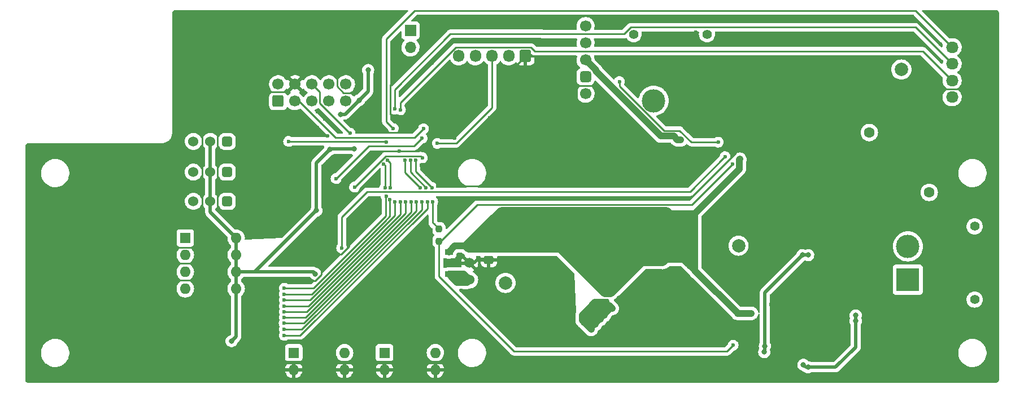
<source format=gbr>
%TF.GenerationSoftware,KiCad,Pcbnew,(6.0.11)*%
%TF.CreationDate,2023-09-13T08:26:01+09:00*%
%TF.ProjectId,MD,4d442e6b-6963-4616-945f-706362585858,rev?*%
%TF.SameCoordinates,Original*%
%TF.FileFunction,Copper,L2,Bot*%
%TF.FilePolarity,Positive*%
%FSLAX46Y46*%
G04 Gerber Fmt 4.6, Leading zero omitted, Abs format (unit mm)*
G04 Created by KiCad (PCBNEW (6.0.11)) date 2023-09-13 08:26:01*
%MOMM*%
%LPD*%
G01*
G04 APERTURE LIST*
G04 Aperture macros list*
%AMRoundRect*
0 Rectangle with rounded corners*
0 $1 Rounding radius*
0 $2 $3 $4 $5 $6 $7 $8 $9 X,Y pos of 4 corners*
0 Add a 4 corners polygon primitive as box body*
4,1,4,$2,$3,$4,$5,$6,$7,$8,$9,$2,$3,0*
0 Add four circle primitives for the rounded corners*
1,1,$1+$1,$2,$3*
1,1,$1+$1,$4,$5*
1,1,$1+$1,$6,$7*
1,1,$1+$1,$8,$9*
0 Add four rect primitives between the rounded corners*
20,1,$1+$1,$2,$3,$4,$5,0*
20,1,$1+$1,$4,$5,$6,$7,0*
20,1,$1+$1,$6,$7,$8,$9,0*
20,1,$1+$1,$8,$9,$2,$3,0*%
%AMHorizOval*
0 Thick line with rounded ends*
0 $1 width*
0 $2 $3 position (X,Y) of the first rounded end (center of the circle)*
0 $4 $5 position (X,Y) of the second rounded end (center of the circle)*
0 Add line between two ends*
20,1,$1,$2,$3,$4,$5,0*
0 Add two circle primitives to create the rounded ends*
1,1,$1,$2,$3*
1,1,$1,$4,$5*%
G04 Aperture macros list end*
%TA.AperFunction,ComponentPad*%
%ADD10C,2.000000*%
%TD*%
%TA.AperFunction,ComponentPad*%
%ADD11R,1.600000X1.600000*%
%TD*%
%TA.AperFunction,ComponentPad*%
%ADD12O,1.600000X1.600000*%
%TD*%
%TA.AperFunction,ComponentPad*%
%ADD13RoundRect,0.250000X0.600000X0.675000X-0.600000X0.675000X-0.600000X-0.675000X0.600000X-0.675000X0*%
%TD*%
%TA.AperFunction,ComponentPad*%
%ADD14O,1.700000X1.850000*%
%TD*%
%TA.AperFunction,ComponentPad*%
%ADD15RoundRect,0.250000X0.600000X-0.600000X0.600000X0.600000X-0.600000X0.600000X-0.600000X-0.600000X0*%
%TD*%
%TA.AperFunction,ComponentPad*%
%ADD16C,1.700000*%
%TD*%
%TA.AperFunction,ComponentPad*%
%ADD17C,1.400000*%
%TD*%
%TA.AperFunction,ComponentPad*%
%ADD18R,3.500000X3.500000*%
%TD*%
%TA.AperFunction,ComponentPad*%
%ADD19C,3.500000*%
%TD*%
%TA.AperFunction,ComponentPad*%
%ADD20RoundRect,0.381000X-0.381000X0.381000X-0.381000X-0.381000X0.381000X-0.381000X0.381000X0.381000X0*%
%TD*%
%TA.AperFunction,ComponentPad*%
%ADD21C,1.524000*%
%TD*%
%TA.AperFunction,ComponentPad*%
%ADD22R,1.700000X1.700000*%
%TD*%
%TA.AperFunction,ComponentPad*%
%ADD23O,1.700000X1.700000*%
%TD*%
%TA.AperFunction,ComponentPad*%
%ADD24RoundRect,0.250000X0.675000X-0.600000X0.675000X0.600000X-0.675000X0.600000X-0.675000X-0.600000X0*%
%TD*%
%TA.AperFunction,ComponentPad*%
%ADD25O,1.850000X1.700000*%
%TD*%
%TA.AperFunction,ComponentPad*%
%ADD26RoundRect,0.425000X0.425000X0.425000X-0.425000X0.425000X-0.425000X-0.425000X0.425000X-0.425000X0*%
%TD*%
%TA.AperFunction,ComponentPad*%
%ADD27RoundRect,0.381000X-0.381000X-0.381000X0.381000X-0.381000X0.381000X0.381000X-0.381000X0.381000X0*%
%TD*%
%TA.AperFunction,ComponentPad*%
%ADD28C,1.600000*%
%TD*%
%TA.AperFunction,ComponentPad*%
%ADD29HorizOval,1.600000X0.000000X0.000000X0.000000X0.000000X0*%
%TD*%
%TA.AperFunction,SMDPad,CuDef*%
%ADD30RoundRect,0.237500X-0.237500X0.250000X-0.237500X-0.250000X0.237500X-0.250000X0.237500X0.250000X0*%
%TD*%
%TA.AperFunction,SMDPad,CuDef*%
%ADD31R,1.200000X0.900000*%
%TD*%
%TA.AperFunction,SMDPad,CuDef*%
%ADD32RoundRect,0.250000X-0.475000X0.337500X-0.475000X-0.337500X0.475000X-0.337500X0.475000X0.337500X0*%
%TD*%
%TA.AperFunction,ViaPad*%
%ADD33C,0.800000*%
%TD*%
%TA.AperFunction,ViaPad*%
%ADD34C,0.600000*%
%TD*%
%TA.AperFunction,ViaPad*%
%ADD35C,1.000000*%
%TD*%
%TA.AperFunction,Conductor*%
%ADD36C,0.250000*%
%TD*%
%TA.AperFunction,Conductor*%
%ADD37C,0.500000*%
%TD*%
%TA.AperFunction,Conductor*%
%ADD38C,1.000000*%
%TD*%
%TA.AperFunction,Conductor*%
%ADD39C,2.000000*%
%TD*%
G04 APERTURE END LIST*
D10*
%TO.P,TP2,1,1*%
%TO.N,VCC*%
X168620000Y-115960000D03*
%TD*%
D11*
%TO.P,SW4,1*%
%TO.N,4PSW1*%
X105520000Y-111210000D03*
D12*
%TO.P,SW4,2*%
%TO.N,4PSW2*%
X105520000Y-113750000D03*
%TO.P,SW4,3*%
%TO.N,4PSW3*%
X105520000Y-116290000D03*
%TO.P,SW4,4*%
%TO.N,4PSW4*%
X105520000Y-118830000D03*
%TO.P,SW4,5*%
%TO.N,+3.3V*%
X113140000Y-118830000D03*
%TO.P,SW4,6*%
X113140000Y-116290000D03*
%TO.P,SW4,7*%
X113140000Y-113750000D03*
%TO.P,SW4,8*%
X113140000Y-111210000D03*
%TD*%
D13*
%TO.P,J3,1,Pin_1*%
%TO.N,GND*%
X156520000Y-83855000D03*
D14*
%TO.P,J3,2,Pin_2*%
%TO.N,unconnected-(J3-Pad2)*%
X154020000Y-83855000D03*
%TO.P,J3,3,Pin_3*%
%TO.N,MD_GPIO*%
X151520000Y-83855000D03*
%TO.P,J3,4,Pin_4*%
%TO.N,RS485_MD_A*%
X149020000Y-83855000D03*
%TO.P,J3,5,Pin_5*%
%TO.N,RS485_MD_B*%
X146520000Y-83855000D03*
%TD*%
D10*
%TO.P,TP5,1,1*%
%TO.N,GND*%
X207680000Y-85900000D03*
%TD*%
D15*
%TO.P,J2,1,Pin_1*%
%TO.N,unconnected-(J2-Pad1)*%
X119440000Y-90657500D03*
D16*
%TO.P,J2,2,Pin_2*%
%TO.N,unconnected-(J2-Pad2)*%
X119440000Y-88117500D03*
%TO.P,J2,3,Pin_3*%
%TO.N,TCK*%
X121980000Y-90657500D03*
%TO.P,J2,4,Pin_4*%
%TO.N,GND*%
X121980000Y-88117500D03*
%TO.P,J2,5,Pin_5*%
%TO.N,TMS*%
X124520000Y-90657500D03*
%TO.P,J2,6,Pin_6*%
%TO.N,NRST*%
X124520000Y-88117500D03*
%TO.P,J2,7,Pin_7*%
%TO.N,unconnected-(J2-Pad7)*%
X127060000Y-90657500D03*
%TO.P,J2,8,Pin_8*%
%TO.N,MainRX2_STLinkTX*%
X127060000Y-88117500D03*
%TO.P,J2,9,Pin_9*%
%TO.N,MainTX2_STLinkRX*%
X129600000Y-90657500D03*
%TO.P,J2,10,Pin_10*%
%TO.N,unconnected-(J2-Pad10)*%
X129600000Y-88117500D03*
%TD*%
D10*
%TO.P,TP1,1,1*%
%TO.N,VDD*%
X188450000Y-112360000D03*
%TD*%
D17*
%TO.P,J4,*%
%TO.N,*%
X223845000Y-120460000D03*
X223845000Y-109460000D03*
D18*
%TO.P,J4,1,Pin_1*%
%TO.N,Motor_A*%
X213845000Y-117460000D03*
D19*
%TO.P,J4,2,Pin_2*%
%TO.N,Motor_B*%
X213845000Y-112460000D03*
%TD*%
D20*
%TO.P,SW6,1,A*%
%TO.N,BOOT0*%
X111810000Y-96710000D03*
D21*
%TO.P,SW6,2,B*%
%TO.N,+3.3V*%
X109270000Y-96710000D03*
%TO.P,SW6,3,C*%
%TO.N,unconnected-(SW6-Pad3)*%
X106730000Y-96710000D03*
%TD*%
D17*
%TO.P,J1,*%
%TO.N,*%
X183730000Y-80595000D03*
X172730000Y-80595000D03*
D18*
%TO.P,J1,1,Pin_1*%
%TO.N,GND*%
X180730000Y-90595000D03*
D19*
%TO.P,J1,2,Pin_2*%
%TO.N,+12V*%
X175730000Y-90595000D03*
%TD*%
D22*
%TO.P,JP1,1,A*%
%TO.N,RS485_MD_A*%
X139270000Y-80050000D03*
D23*
%TO.P,JP1,2,B*%
%TO.N,Net-(JP1-Pad2)*%
X139270000Y-82590000D03*
%TD*%
D24*
%TO.P,J5,1,Pin_1*%
%TO.N,GND*%
X220470000Y-92560000D03*
D25*
%TO.P,J5,2,Pin_2*%
%TO.N,+3.3V*%
X220470000Y-90060000D03*
%TO.P,J5,3,Pin_3*%
%TO.N,I2C1_SCL*%
X220470000Y-87560000D03*
%TO.P,J5,4,Pin_4*%
%TO.N,I2C1_SDA*%
X220470000Y-85060000D03*
%TO.P,J5,5,Pin_5*%
%TO.N,Encoder_OUT*%
X220470000Y-82560000D03*
%TD*%
D10*
%TO.P,TP3,1,1*%
%TO.N,+5V*%
X153520000Y-117960000D03*
%TD*%
D26*
%TO.P,SW5,1,A*%
%TO.N,\u4E3B\u96FB\u6E90\u30B9\u30A4\u30C3\u30C1*%
X165520000Y-87000000D03*
D16*
%TO.P,SW5,2,B*%
%TO.N,/S-S*%
X165520000Y-84460000D03*
%TO.P,SW5,3,C*%
%TO.N,unconnected-(SW5-Pad3)*%
X165520000Y-81920000D03*
%TO.P,SW5,4*%
%TO.N,N/C*%
X165520000Y-89540000D03*
%TO.P,SW5,5*%
X165520000Y-79380000D03*
%TD*%
D10*
%TO.P,TP4,1,1*%
%TO.N,+3.3V*%
X212870000Y-85900000D03*
%TD*%
D27*
%TO.P,U1,1,VI*%
%TO.N,VCC*%
X148143000Y-112420000D03*
D21*
%TO.P,U1,2,GND*%
%TO.N,GND*%
X148143000Y-114960000D03*
%TO.P,U1,3,VO*%
%TO.N,+5V*%
X148143000Y-117500000D03*
%TD*%
D11*
%TO.P,U4,1*%
%TO.N,Net-(Q9-Pad3)*%
X135390000Y-128435000D03*
D12*
%TO.P,U4,2*%
%TO.N,GND*%
X135390000Y-130975000D03*
%TO.P,U4,3*%
X143010000Y-130975000D03*
%TO.P,U4,4*%
%TO.N,Net-(R40-Pad1)*%
X143010000Y-128435000D03*
%TD*%
D20*
%TO.P,SW1,1,A*%
%TO.N,Slide_Switch1*%
X111810000Y-101310000D03*
D21*
%TO.P,SW1,2,B*%
%TO.N,+3.3V*%
X109270000Y-101310000D03*
%TO.P,SW1,3,C*%
%TO.N,unconnected-(SW1-Pad3)*%
X106730000Y-101310000D03*
%TD*%
D11*
%TO.P,U5,1*%
%TO.N,Net-(Q10-Pad3)*%
X121780000Y-128445000D03*
D12*
%TO.P,U5,2*%
%TO.N,GND*%
X121780000Y-130985000D03*
%TO.P,U5,3*%
X129400000Y-130985000D03*
%TO.P,U5,4*%
%TO.N,Net-(R41-Pad1)*%
X129400000Y-128445000D03*
%TD*%
D28*
%TO.P,R61,1*%
%TO.N,Motor_A*%
X217040000Y-104350000D03*
D29*
%TO.P,R61,2*%
%TO.N,Net-(C28-Pad1)*%
X208059744Y-95369744D03*
%TD*%
D20*
%TO.P,SW2,1,A*%
%TO.N,Slide_Switch2*%
X111810000Y-105710000D03*
D21*
%TO.P,SW2,2,B*%
%TO.N,+3.3V*%
X109270000Y-105710000D03*
%TO.P,SW2,3,C*%
%TO.N,unconnected-(SW2-Pad3)*%
X106730000Y-105710000D03*
%TD*%
D30*
%TO.P,R64,1*%
%TO.N,VCC*%
X168620000Y-119047500D03*
%TO.P,R64,2*%
%TO.N,Net-(C13-Pad1)*%
X168620000Y-120872500D03*
%TD*%
D31*
%TO.P,D5,1,K*%
%TO.N,VCC*%
X145020000Y-113310000D03*
%TO.P,D5,2,A*%
%TO.N,+5V*%
X145020000Y-116610000D03*
%TD*%
D30*
%TO.P,R25,1*%
%TO.N,Net-(R25-Pad1)*%
X143550000Y-109847500D03*
%TO.P,R25,2*%
%TO.N,shutdown*%
X143550000Y-111672500D03*
%TD*%
D32*
%TO.P,C6,1*%
%TO.N,VCC*%
X151020000Y-112422500D03*
%TO.P,C6,2*%
%TO.N,GND*%
X151020000Y-114497500D03*
%TD*%
D33*
%TO.N,+3.3V*%
X112460000Y-126690000D03*
X125003302Y-116593302D03*
X132940000Y-85985500D03*
X130850000Y-97820000D03*
X131572989Y-90522989D03*
X128760000Y-92640000D03*
X125180000Y-107080000D03*
X127215000Y-97885000D03*
D34*
%TO.N,Tact_Switch1*%
X139280497Y-99540296D03*
X141609482Y-103635500D03*
X120360000Y-125830000D03*
X141809503Y-105750500D03*
D35*
%TO.N,/S-S*%
X178720000Y-95900000D03*
X179810000Y-96470000D03*
D34*
%TO.N,Net-(C2-Pad2)*%
X185412000Y-96810000D03*
X170590000Y-87710000D03*
D33*
%TO.N,GND*%
X226600000Y-98630000D03*
X207440000Y-102890000D03*
X216630000Y-86460000D03*
X163730000Y-100230000D03*
X224720000Y-83100000D03*
X170850000Y-129440000D03*
X202580000Y-132250000D03*
X144640000Y-114970000D03*
X201640000Y-128340000D03*
X223510000Y-124690000D03*
X210070000Y-102030000D03*
X157200000Y-99330000D03*
X204670000Y-122850000D03*
D34*
X146000000Y-108260000D03*
D33*
X222220000Y-105050000D03*
D34*
X163370000Y-79170000D03*
D33*
X178130000Y-116020000D03*
X154240000Y-131780000D03*
X178700000Y-130780000D03*
X204150000Y-91150000D03*
X151780000Y-123020000D03*
X204320000Y-87500000D03*
X217320000Y-95770000D03*
X201070000Y-123430000D03*
X206900000Y-100190000D03*
X177260000Y-102150000D03*
X226600000Y-77960000D03*
X198790000Y-96270000D03*
X150740000Y-126040000D03*
X202820000Y-122870000D03*
X180030000Y-87380000D03*
X188710000Y-84430000D03*
X209450000Y-101430000D03*
X222440000Y-118560000D03*
X221310000Y-124930000D03*
X200620000Y-127310000D03*
X147980000Y-92850000D03*
X207360000Y-132080000D03*
X107400000Y-113620000D03*
X145240000Y-132390000D03*
X225750000Y-117430000D03*
X202190000Y-97450000D03*
X209440000Y-123170000D03*
X207700000Y-101920000D03*
X203520000Y-128320000D03*
X194360000Y-89240000D03*
D34*
X116520000Y-108460000D03*
D33*
X205680000Y-101620000D03*
X111230000Y-118880000D03*
X222490000Y-83200000D03*
D34*
X143650000Y-108220000D03*
X126700000Y-111170000D03*
X130110000Y-111560000D03*
D33*
X211210000Y-93550000D03*
D34*
X123070000Y-114960000D03*
X148190000Y-81540000D03*
D33*
X226810000Y-95730000D03*
X202420000Y-85960000D03*
X208500000Y-99530000D03*
X201870000Y-125580000D03*
D34*
X190140000Y-80630000D03*
D33*
X217850000Y-100210000D03*
D34*
X156890000Y-81610000D03*
X112020000Y-107960000D03*
D33*
X199770000Y-96290000D03*
D34*
X137380000Y-82890000D03*
X110520000Y-99460000D03*
D33*
X216470000Y-123660000D03*
X206240000Y-100840000D03*
X226840000Y-129950000D03*
X217900000Y-93740000D03*
D34*
X131530000Y-88040000D03*
X138670000Y-88550000D03*
D33*
X200720000Y-96380000D03*
D34*
X109500000Y-94650000D03*
D33*
X209720000Y-92650000D03*
X123670000Y-104570000D03*
X206800000Y-98460000D03*
X198300000Y-94500000D03*
X205630000Y-85920000D03*
X207780000Y-91020000D03*
X219700000Y-97160000D03*
D34*
X104020000Y-77460000D03*
D33*
X205880000Y-100000000D03*
D34*
X191100000Y-126010000D03*
D33*
X114410000Y-102890000D03*
X190660000Y-93190000D03*
X223260000Y-80460000D03*
X192260000Y-87440000D03*
X214400000Y-126270000D03*
D34*
X122080000Y-92760000D03*
D33*
X198330000Y-89840000D03*
X160110000Y-95860000D03*
D34*
X158610000Y-77980000D03*
D33*
X208900000Y-102070000D03*
D34*
X126830000Y-105990000D03*
D33*
X224720000Y-93860000D03*
X208010000Y-89060000D03*
D34*
X146950000Y-119060000D03*
D33*
X186480000Y-132380000D03*
X205750000Y-97520000D03*
D34*
X92020000Y-106460000D03*
D33*
X204660000Y-126590000D03*
X202620000Y-128370000D03*
D34*
X185460000Y-82020000D03*
X167580000Y-81800000D03*
D33*
X204570000Y-96560000D03*
X213570000Y-91940000D03*
X127590000Y-122910000D03*
X170578326Y-120223131D03*
X200520000Y-93800000D03*
X226780000Y-87530000D03*
X227000000Y-101520000D03*
X201980000Y-126510000D03*
X172860000Y-121550000D03*
X194620000Y-92200000D03*
X211370000Y-87610000D03*
X156780000Y-85900000D03*
D34*
X131750000Y-100730000D03*
D33*
X191020000Y-130890000D03*
D34*
X108020000Y-103960000D03*
D33*
X203700000Y-122900000D03*
D34*
X207590000Y-78230000D03*
D33*
X152640000Y-88130000D03*
X175200000Y-129510000D03*
X194130000Y-86320000D03*
D34*
X92020000Y-97460000D03*
X106520000Y-94960000D03*
X114990000Y-92490000D03*
D33*
X213710000Y-129720000D03*
X217740000Y-121480000D03*
X192490000Y-84470000D03*
D34*
X102020000Y-106460000D03*
D33*
X117770000Y-99530000D03*
X211640000Y-89060000D03*
D34*
X92020000Y-114460000D03*
D33*
X222330000Y-111350000D03*
D34*
X149740000Y-105280000D03*
X102020000Y-132460000D03*
D33*
X163240000Y-129410000D03*
X213030000Y-97720000D03*
X192490000Y-91130000D03*
X130320000Y-120060000D03*
D34*
X116300000Y-122640000D03*
X201980000Y-82020000D03*
D33*
X218090000Y-125280000D03*
X178120000Y-101770000D03*
X107380000Y-116390000D03*
X173800000Y-85740000D03*
X163390000Y-132120000D03*
X196380000Y-93370000D03*
X120000000Y-110320000D03*
X159730000Y-84370000D03*
X220550000Y-106680000D03*
X219280000Y-123190000D03*
X200290000Y-87440000D03*
X207900000Y-100230000D03*
X214320000Y-84420000D03*
X133400000Y-128220000D03*
D34*
X210150000Y-80720000D03*
D33*
X205470000Y-96620000D03*
D34*
X112310000Y-95120000D03*
X126410000Y-93370000D03*
D33*
X222420000Y-91490000D03*
X208530000Y-98620000D03*
X195690000Y-128360000D03*
D34*
X144290000Y-105150000D03*
D33*
X172000000Y-84400000D03*
D34*
X164720000Y-105210000D03*
D33*
X219850000Y-129380000D03*
X198470000Y-85960000D03*
D34*
X179910000Y-78610000D03*
D33*
X205240000Y-99280000D03*
X113950000Y-97140000D03*
D34*
X131010000Y-92870000D03*
D33*
X226700000Y-111710000D03*
D34*
X170060000Y-105210000D03*
D33*
X152730000Y-96930000D03*
D34*
X137520000Y-81030000D03*
D33*
X201690000Y-98210000D03*
X145130000Y-91660000D03*
X199530000Y-128240000D03*
D34*
X142320000Y-93480000D03*
X145940000Y-96220000D03*
D33*
X183980000Y-87640000D03*
X182760000Y-132410000D03*
X225510000Y-79510000D03*
D34*
X104020000Y-87460000D03*
D33*
X224930000Y-123100000D03*
X224770000Y-113760000D03*
D34*
X130460000Y-108280000D03*
D33*
X206450000Y-96640000D03*
X179310000Y-100950000D03*
D34*
X111490000Y-129270000D03*
X163610000Y-81610000D03*
D33*
X192640000Y-93230000D03*
X181610000Y-85970000D03*
X150280000Y-98580000D03*
X206000000Y-92410000D03*
D34*
X109020000Y-83460000D03*
D33*
X205940000Y-130280000D03*
D34*
X167430000Y-79140000D03*
D33*
X204700000Y-124640000D03*
X209770000Y-100630000D03*
X215240000Y-93510000D03*
X224480000Y-89580000D03*
D34*
X140270000Y-89970000D03*
X141750000Y-101600000D03*
X114020000Y-77460000D03*
X138020000Y-77460000D03*
D33*
X219130000Y-98700000D03*
X203490000Y-98280000D03*
X198700000Y-92280000D03*
X144030000Y-100710000D03*
X205910000Y-94990000D03*
X222210000Y-108320000D03*
X204160000Y-127390000D03*
X178380000Y-93140000D03*
D34*
X191300000Y-78590000D03*
D33*
X202900000Y-124770000D03*
X202700000Y-96490000D03*
X219700000Y-100650000D03*
D34*
X218910000Y-84670000D03*
D33*
X222570000Y-114790000D03*
X218920000Y-116970000D03*
X106570000Y-126100000D03*
X158860000Y-129280000D03*
X136180000Y-114720000D03*
X183650000Y-126730000D03*
X225110000Y-111120000D03*
X202430000Y-127410000D03*
X218990000Y-111400000D03*
X124890000Y-98070000D03*
X211540000Y-132220000D03*
X122630000Y-95560000D03*
X226540000Y-121050000D03*
X201970000Y-122890000D03*
X226530000Y-108320000D03*
X151520000Y-103190000D03*
X178370000Y-123070000D03*
X141810000Y-126940000D03*
D34*
X143400000Y-103370000D03*
D33*
X204760000Y-101600000D03*
X201370000Y-129260000D03*
D34*
X82020000Y-114960000D03*
X131000000Y-104640000D03*
D33*
X199800000Y-127250000D03*
D34*
X147990000Y-88530000D03*
D33*
X188720000Y-90950000D03*
X216840000Y-116940000D03*
X201960000Y-123820000D03*
D34*
X174550000Y-80600000D03*
D33*
X123710000Y-126700000D03*
X154810000Y-88980000D03*
X224470000Y-106510000D03*
D34*
X102020000Y-97460000D03*
D33*
X226670000Y-132180000D03*
D34*
X150630000Y-85630000D03*
D33*
X201970000Y-124700000D03*
X138930000Y-91570000D03*
D34*
X140570000Y-86660000D03*
D33*
X222090000Y-77590000D03*
X132563900Y-99478175D03*
X220760000Y-109750000D03*
X159750000Y-88970000D03*
D34*
X134300000Y-101610000D03*
D33*
X184730000Y-124340000D03*
D34*
X129840000Y-98960000D03*
D33*
X178950000Y-126560000D03*
X101170000Y-115420000D03*
D34*
X185600000Y-78660000D03*
D33*
X203350000Y-99190000D03*
X207390000Y-101070000D03*
X188060000Y-97200000D03*
X207550000Y-93360000D03*
D34*
X117380000Y-95060000D03*
D33*
X190560000Y-85810000D03*
X203140000Y-97420000D03*
X208400000Y-101310000D03*
D34*
X145660000Y-78530000D03*
D33*
X224280000Y-97700000D03*
X198590000Y-128490000D03*
X203610000Y-96480000D03*
X188230000Y-131050000D03*
X219000000Y-105170000D03*
X186290000Y-85910000D03*
D34*
X126890000Y-99760000D03*
D33*
X207620000Y-98510000D03*
D34*
X182020000Y-80290000D03*
D33*
X111260000Y-113600000D03*
D34*
X102020000Y-123460000D03*
D33*
X142260000Y-117390000D03*
D34*
X174970000Y-105210000D03*
X152530000Y-81450000D03*
X159830000Y-81780000D03*
D33*
X196410000Y-131050000D03*
X175890000Y-118310000D03*
D34*
X82020000Y-97460000D03*
D33*
X190540000Y-132260000D03*
D34*
X126760000Y-102130000D03*
X82020000Y-132460000D03*
D33*
X219850000Y-103650000D03*
X137440000Y-127040000D03*
X202950000Y-126540000D03*
X226820000Y-91890000D03*
X139360000Y-129670000D03*
X209650000Y-87700000D03*
X207530000Y-121510000D03*
D34*
X178130000Y-81800000D03*
X144040000Y-95830000D03*
D33*
X162640000Y-117700000D03*
X218670000Y-88530000D03*
D34*
X117040000Y-90240000D03*
D33*
X196410000Y-90840000D03*
X216470000Y-127490000D03*
X223750000Y-132300000D03*
D34*
X157140000Y-79560000D03*
D33*
X115290000Y-125150000D03*
D34*
X115520000Y-110960000D03*
D33*
X220550000Y-80560000D03*
D34*
X120280000Y-117440000D03*
D33*
X202890000Y-125650000D03*
X133980000Y-90570000D03*
X197170000Y-128380000D03*
X196150000Y-87470000D03*
X202500000Y-92110000D03*
X155250000Y-126800000D03*
D34*
X131520000Y-77460000D03*
X106130000Y-121490000D03*
D33*
X200410000Y-90720000D03*
X211700000Y-127860000D03*
X136660000Y-120670000D03*
X164700000Y-102890000D03*
D34*
X107160000Y-129600000D03*
D33*
X168620000Y-126390000D03*
X184440000Y-130970000D03*
X226740000Y-123870000D03*
X141970000Y-88330000D03*
X211410000Y-95780000D03*
X226870000Y-115560000D03*
X216560000Y-131930000D03*
X222720000Y-122470000D03*
D34*
X114230000Y-121700000D03*
D33*
X209380000Y-99720000D03*
X159140000Y-131830000D03*
X175900000Y-84390000D03*
X211320000Y-91070000D03*
X188780000Y-96500000D03*
D34*
X112520000Y-87960000D03*
D33*
X200990000Y-125420000D03*
D34*
X132850000Y-105750000D03*
D33*
X205120000Y-98380000D03*
X202410000Y-129280000D03*
X203770000Y-101640000D03*
D34*
X117520000Y-87960000D03*
D33*
X203770000Y-125620000D03*
D34*
X125350000Y-94630000D03*
X92020000Y-132460000D03*
D33*
X226670000Y-82950000D03*
X179970000Y-84430000D03*
X203690000Y-123770000D03*
X209850000Y-85550000D03*
X153760000Y-100540000D03*
X188690000Y-128700000D03*
X141430000Y-108990000D03*
D34*
X111730000Y-121700000D03*
D33*
X211700000Y-124810000D03*
X206490000Y-99310000D03*
D34*
X136700000Y-87710000D03*
D33*
X155890000Y-95540000D03*
X207360000Y-128490000D03*
X204200000Y-100780000D03*
X201120000Y-124440000D03*
X186570000Y-91640000D03*
X205790000Y-88900000D03*
X199450000Y-132230000D03*
D34*
X147590000Y-97750000D03*
X215680000Y-82060000D03*
D33*
X121700000Y-100410000D03*
D34*
X128210000Y-94890000D03*
X134370000Y-107490000D03*
D33*
X201110000Y-97440000D03*
X209110000Y-126540000D03*
D34*
X204810000Y-80520000D03*
D33*
X188950000Y-87440000D03*
D34*
X103550000Y-110320000D03*
D33*
X202010000Y-95010000D03*
X219070000Y-114630000D03*
X214420000Y-122490000D03*
X202850000Y-123850000D03*
X202830000Y-99970000D03*
X130950000Y-127010000D03*
X177810000Y-85970000D03*
D34*
X129700000Y-102670000D03*
D33*
X184040000Y-84610000D03*
X204180000Y-94420000D03*
X203960000Y-97430000D03*
D34*
X151750000Y-78590000D03*
X109020000Y-88460000D03*
D33*
X209550000Y-130320000D03*
D34*
X137690000Y-95180000D03*
D33*
X217250000Y-77480000D03*
X159550000Y-121150000D03*
X204270000Y-99260000D03*
X220130000Y-131890000D03*
X130290000Y-124220000D03*
X202700000Y-98280000D03*
X111620000Y-132460000D03*
D34*
X167100000Y-84060000D03*
D33*
X111710000Y-125210000D03*
X121300000Y-106480000D03*
D34*
X145700000Y-102760000D03*
X144800000Y-128570000D03*
D33*
X197010000Y-132370000D03*
D34*
X144350000Y-97940000D03*
D33*
X204910000Y-97480000D03*
X203290000Y-127430000D03*
X219280000Y-119560000D03*
X145920000Y-124230000D03*
X201070000Y-126420000D03*
D34*
X134420000Y-88100000D03*
D33*
X175360000Y-126680000D03*
D34*
X112520000Y-80460000D03*
D33*
X203110000Y-100910000D03*
X164170000Y-90950000D03*
D34*
X126850000Y-95880000D03*
D33*
X222890000Y-87970000D03*
X196940000Y-88180000D03*
X186490000Y-89440000D03*
X178560000Y-120310000D03*
D34*
X125020000Y-86460000D03*
D33*
X148310000Y-131860000D03*
X196200000Y-84570000D03*
D34*
X110750000Y-110990000D03*
X193290000Y-121150000D03*
X187660000Y-124790000D03*
D33*
X176920000Y-132340000D03*
D34*
X124520000Y-77460000D03*
D33*
X167770000Y-131990000D03*
X167280000Y-129460000D03*
X197470000Y-96050000D03*
X184090000Y-90900000D03*
D34*
X105020000Y-100960000D03*
D33*
X182330000Y-93380000D03*
X207400000Y-125050000D03*
X200120000Y-126340000D03*
D34*
X109520000Y-91570000D03*
D33*
X119740000Y-127420000D03*
X223710000Y-116890000D03*
D34*
X171190000Y-81640000D03*
D33*
X217020000Y-98350000D03*
X144760000Y-85660000D03*
X221060000Y-116870000D03*
D34*
X140450000Y-78170000D03*
D33*
X203720000Y-124720000D03*
D34*
X134690000Y-85770000D03*
D33*
X204750000Y-100040000D03*
X226720000Y-126950000D03*
X145520000Y-99930000D03*
X213360000Y-89110000D03*
X215210000Y-91150000D03*
X173560000Y-131730000D03*
X204720000Y-125540000D03*
D34*
X117520000Y-83960000D03*
D33*
X220910000Y-120820000D03*
X222310000Y-95690000D03*
D34*
X113520000Y-105460000D03*
D33*
X204110000Y-84370000D03*
X216910000Y-129440000D03*
X211740000Y-121950000D03*
D34*
X134020000Y-80960000D03*
D33*
X221530000Y-98250000D03*
X226730000Y-105080000D03*
D34*
X108020000Y-99460000D03*
D33*
X199530000Y-129230000D03*
X161500000Y-126730000D03*
X127810000Y-126930000D03*
X205210000Y-100760000D03*
X171880000Y-124400000D03*
X206710000Y-101660000D03*
D34*
X131520000Y-85460000D03*
D33*
X141560000Y-124220000D03*
X152820000Y-85580000D03*
D34*
X134020000Y-102920000D03*
X140870000Y-100310000D03*
X110520000Y-103960000D03*
D33*
X111370000Y-116350000D03*
D34*
X125910000Y-114860000D03*
D33*
X216070000Y-120150000D03*
D34*
X194120000Y-82190000D03*
D33*
X203670000Y-100070000D03*
D34*
X198410000Y-80460000D03*
D33*
X218940000Y-108350000D03*
X205920000Y-98440000D03*
D34*
X144770000Y-109370000D03*
X139040000Y-85560000D03*
D33*
X204340000Y-98210000D03*
X185870000Y-129420000D03*
X145280000Y-120540000D03*
X158560000Y-114690000D03*
X203770000Y-126560000D03*
X206600000Y-97550000D03*
X202530000Y-89410000D03*
D34*
X135280000Y-95010000D03*
D33*
X171000000Y-131760000D03*
D34*
X218750000Y-82060000D03*
D33*
X219760000Y-126990000D03*
D34*
X142370000Y-112840000D03*
D33*
X200550000Y-128290000D03*
X201140000Y-122540000D03*
D34*
X82020000Y-106460000D03*
D33*
X200500000Y-129280000D03*
D34*
X148710000Y-96780000D03*
D33*
X201450000Y-127360000D03*
X217640000Y-102340000D03*
X202280000Y-99130000D03*
X224640000Y-95870000D03*
D34*
X171040000Y-79170000D03*
X214570000Y-78360000D03*
X196960000Y-78590000D03*
D33*
X204650000Y-123740000D03*
X221060000Y-113040000D03*
D34*
X92020000Y-123460000D03*
D33*
X187540000Y-93800000D03*
D34*
X203320000Y-78660000D03*
D33*
X171340000Y-86200000D03*
X217690000Y-91990000D03*
X182330000Y-129500000D03*
X190970000Y-89660000D03*
D34*
X206340000Y-82140000D03*
D33*
X200250000Y-84510000D03*
X209470000Y-89620000D03*
X207430000Y-99390000D03*
D34*
X174620000Y-78630000D03*
X104020000Y-94460000D03*
X142510000Y-84960000D03*
D33*
X226640000Y-119540000D03*
X194050000Y-132230000D03*
D34*
X82020000Y-123460000D03*
D33*
X201690000Y-96540000D03*
D34*
X125360000Y-92210000D03*
D33*
X179170000Y-101770000D03*
D34*
X128940000Y-106760000D03*
D33*
X204290000Y-131640000D03*
X147360000Y-85680000D03*
D34*
X131680000Y-94910000D03*
D33*
X224530000Y-85500000D03*
D34*
X137630000Y-98170000D03*
D33*
X207450000Y-97550000D03*
X208840000Y-100460000D03*
D34*
X151190000Y-93130000D03*
X119520000Y-114680000D03*
X112020000Y-83460000D03*
D33*
X156620000Y-88470000D03*
D34*
X119520000Y-80960000D03*
D33*
X107290000Y-118930000D03*
D34*
X191110000Y-123590000D03*
D33*
X175910000Y-87470000D03*
X180980000Y-119900000D03*
%TO.N,Net-(C13-Pad1)*%
X166820000Y-121200000D03*
X166690000Y-122440000D03*
X167793988Y-123503988D03*
X167560000Y-121940000D03*
X169518988Y-121778988D03*
X167083988Y-124213988D03*
X165890000Y-121920000D03*
X165265000Y-123865000D03*
X168590000Y-121940000D03*
X166368988Y-124928988D03*
X165995000Y-123135000D03*
X168398988Y-122898988D03*
X165020000Y-122790000D03*
X166990000Y-123370000D03*
%TO.N,VCC*%
X177520000Y-113740000D03*
D35*
X188655000Y-99375000D03*
D33*
X177540000Y-109350000D03*
X176650000Y-108430000D03*
X178420000Y-108510000D03*
X176370000Y-112880000D03*
X176630000Y-107530000D03*
X175170832Y-108299168D03*
X178320000Y-112030000D03*
X176370000Y-113770000D03*
X176370000Y-112000000D03*
X178320000Y-113060000D03*
X177530000Y-110250000D03*
X175900000Y-108780000D03*
D35*
X190395000Y-122505000D03*
D33*
X175170832Y-109209168D03*
X178400000Y-109360000D03*
X177520000Y-111990000D03*
X177495000Y-112885000D03*
X178420000Y-110290000D03*
X176610000Y-109390000D03*
X175715000Y-107595000D03*
D35*
X189343969Y-122523969D03*
D33*
X178320000Y-111180000D03*
X177520000Y-111160000D03*
X177530000Y-107540000D03*
X176590000Y-110250000D03*
X177520000Y-108470000D03*
X178400000Y-107540000D03*
X176370000Y-111120000D03*
D35*
X188570675Y-100839325D03*
D33*
X175710832Y-110069168D03*
X176900000Y-114390000D03*
D34*
%TO.N,NRST*%
X130224500Y-95455000D03*
%TO.N,TCK*%
X141234206Y-94801620D03*
%TO.N,MD_GPIO*%
X143307731Y-97002675D03*
%TO.N,I2C1_SCL*%
X137770000Y-91960000D03*
%TO.N,I2C1_SDA*%
X136888400Y-91841600D03*
%TO.N,Encoder_OUT*%
X136712900Y-94780000D03*
D33*
%TO.N,Net-(Q14-Pad4)*%
X192400500Y-127429500D03*
X198040000Y-113760000D03*
X192312500Y-128332500D03*
X198900000Y-113770000D03*
%TO.N,Net-(Q15-Pad4)*%
X206020000Y-123680000D03*
X198890000Y-130610000D03*
X198171408Y-130248681D03*
X206020000Y-122820000D03*
D34*
%TO.N,Slide_Switch1*%
X120365500Y-120520000D03*
X136953330Y-105750500D03*
%TO.N,Slide_Switch2*%
X120365500Y-121430000D03*
X137752833Y-105750500D03*
%TO.N,4PSW1*%
X120365500Y-122320000D03*
X138552336Y-105750500D03*
%TO.N,LED1*%
X120365500Y-118742424D03*
X135641754Y-104898246D03*
X135264339Y-100078839D03*
X135464397Y-103635500D03*
%TO.N,LED2*%
X120365500Y-119630000D03*
X136263900Y-103635500D03*
X135855705Y-99540796D03*
X136207087Y-105463579D03*
%TO.N,4PSW2*%
X120365500Y-123119503D03*
X139351839Y-105750500D03*
%TO.N,4PSW3*%
X140151342Y-105750500D03*
X120340000Y-124020000D03*
%TO.N,4PSW4*%
X138480994Y-99540296D03*
X141010000Y-105750500D03*
X140712900Y-103635500D03*
X120360000Y-124940000D03*
%TO.N,BOOT0*%
X121010000Y-96710000D03*
X135650000Y-96784500D03*
%TO.N,Net-(R25-Pad1)*%
X142609006Y-105750500D03*
X142500000Y-103635500D03*
X140080000Y-99540296D03*
%TO.N,shutdown*%
X187571175Y-100070000D03*
X187648213Y-127298213D03*
%TO.N,PWM_A*%
X141060000Y-99160000D03*
X130900000Y-103560000D03*
%TO.N,PWM_B*%
X141010000Y-96220000D03*
X128130000Y-102290000D03*
%TO.N,Net-(R41-Pad1)*%
X128970000Y-112750000D03*
X186444754Y-98996247D03*
%TD*%
D36*
%TO.N,GND*%
X151274999Y-103435001D02*
X151520000Y-103190000D01*
X147195001Y-103435001D02*
X151274999Y-103435001D01*
X146520000Y-102760000D02*
X147195001Y-103435001D01*
X145700000Y-102760000D02*
X146520000Y-102760000D01*
D37*
%TO.N,+3.3V*%
X127280000Y-97820000D02*
X127215000Y-97885000D01*
X132940000Y-85985500D02*
X132940000Y-89155978D01*
X125003302Y-116593302D02*
X124700000Y-116290000D01*
X132940000Y-89155978D02*
X131572989Y-90522989D01*
X130850000Y-97820000D02*
X127280000Y-97820000D01*
X113140000Y-111210000D02*
X113140000Y-118830000D01*
X113140000Y-126010000D02*
X112460000Y-126690000D01*
X124700000Y-116290000D02*
X114670000Y-116290000D01*
X115970000Y-116290000D02*
X114670000Y-116290000D01*
X125180000Y-107080000D02*
X125180000Y-99920000D01*
X109270000Y-96710000D02*
X109270000Y-105710000D01*
X109270000Y-105710000D02*
X109270000Y-107340000D01*
X129455978Y-92640000D02*
X128760000Y-92640000D01*
X114670000Y-116290000D02*
X113140000Y-116290000D01*
X113140000Y-118830000D02*
X113140000Y-126010000D01*
X125180000Y-107080000D02*
X115970000Y-116290000D01*
X125180000Y-99920000D02*
X127215000Y-97885000D01*
X109270000Y-107340000D02*
X113140000Y-111210000D01*
X131572989Y-90522989D02*
X129455978Y-92640000D01*
D36*
%TO.N,Tact_Switch1*%
X139280497Y-101306515D02*
X141609482Y-103635500D01*
X141809503Y-106761665D02*
X122741168Y-125830000D01*
X122741168Y-125830000D02*
X120360000Y-125830000D01*
X139280497Y-99540296D02*
X139280497Y-101306515D01*
X141809503Y-105750500D02*
X141809503Y-106761665D01*
D38*
%TO.N,/S-S*%
X179810000Y-96470000D02*
X179290000Y-96470000D01*
X176790000Y-95900000D02*
X178720000Y-95900000D01*
X167070000Y-86180000D02*
X176790000Y-95900000D01*
X179290000Y-96470000D02*
X178720000Y-95900000D01*
X167070000Y-86010000D02*
X167070000Y-86180000D01*
X165520000Y-84460000D02*
X167070000Y-86010000D01*
D36*
%TO.N,Net-(C2-Pad2)*%
X177275506Y-95075000D02*
X170590000Y-88389494D01*
X181370000Y-96810000D02*
X179635000Y-95075000D01*
X170590000Y-88389494D02*
X170590000Y-87710000D01*
X179635000Y-95075000D02*
X177275506Y-95075000D01*
X185412000Y-96810000D02*
X181370000Y-96810000D01*
%TO.N,GND*%
X107380000Y-115890000D02*
X107380000Y-116390000D01*
D37*
X135390000Y-130975000D02*
X135390000Y-130130000D01*
D36*
X164515000Y-88365000D02*
X166735000Y-88365000D01*
D37*
X129400000Y-129920000D02*
X129370000Y-129890000D01*
D36*
X136263400Y-92683400D02*
X137690000Y-94110000D01*
X102350000Y-113200000D02*
X104190000Y-115040000D01*
X221425000Y-88885000D02*
X222750000Y-87560000D01*
X130730000Y-89400000D02*
X129220799Y-89400000D01*
X128280000Y-87160000D02*
X127580000Y-86460000D01*
X124510000Y-117610000D02*
X125011909Y-117610000D01*
X181835000Y-104645000D02*
X181260000Y-105220000D01*
X106490000Y-115000000D02*
X107380000Y-115890000D01*
X136700000Y-87710000D02*
X136263400Y-88146600D01*
D37*
X119740000Y-129230000D02*
X120400000Y-129890000D01*
D36*
X120670000Y-89310000D02*
X120800000Y-89180000D01*
X106520000Y-94960000D02*
X107040000Y-94960000D01*
X107380000Y-116530000D02*
X106320000Y-117590000D01*
D37*
X145240000Y-130640000D02*
X145240000Y-132390000D01*
D36*
X174970000Y-105210000D02*
X181270000Y-105210000D01*
X106450000Y-115040000D02*
X106490000Y-115000000D01*
X107400000Y-113620000D02*
X106410000Y-112630000D01*
D37*
X135390000Y-130130000D02*
X135150000Y-129890000D01*
D36*
X152820000Y-85580000D02*
X154840000Y-85580000D01*
D37*
X148143000Y-114960000D02*
X148810000Y-114960000D01*
D36*
X164170000Y-90950000D02*
X164170000Y-88710000D01*
D37*
X170578326Y-120223131D02*
X171533131Y-120223131D01*
X135150000Y-129890000D02*
X143010000Y-129890000D01*
X121780000Y-129990000D02*
X121880000Y-129890000D01*
D36*
X110357000Y-95507000D02*
X110357000Y-106897000D01*
D37*
X148133000Y-114970000D02*
X148143000Y-114960000D01*
D36*
X168260000Y-89890000D02*
X168260000Y-89950000D01*
X127580000Y-86460000D02*
X125020000Y-86460000D01*
X140500000Y-98170000D02*
X137630000Y-98170000D01*
X107040000Y-94960000D02*
X108040000Y-95960000D01*
X103600000Y-108040000D02*
X102020000Y-106460000D01*
D37*
X132563900Y-99478175D02*
X132563900Y-99916100D01*
D36*
X120917500Y-89180000D02*
X121980000Y-88117500D01*
X166735000Y-88365000D02*
X168260000Y-89890000D01*
X120800000Y-89180000D02*
X120917500Y-89180000D01*
X106410000Y-112630000D02*
X106410000Y-112610000D01*
D37*
X132563900Y-99916100D02*
X131750000Y-100730000D01*
D36*
X137630000Y-98170000D02*
X134310000Y-98170000D01*
X108040000Y-95960000D02*
X108040000Y-107850000D01*
X156520000Y-83900000D02*
X156520000Y-83855000D01*
D37*
X129370000Y-129890000D02*
X135150000Y-129890000D01*
D36*
X188060000Y-98420000D02*
X181835000Y-104645000D01*
X222940000Y-87920000D02*
X222890000Y-87970000D01*
X131530000Y-88040000D02*
X131530000Y-88600000D01*
X117040000Y-90240000D02*
X117220000Y-90240000D01*
X126700000Y-111780000D02*
X126700000Y-111170000D01*
X218670000Y-88530000D02*
X219025000Y-88885000D01*
D37*
X150902500Y-114380000D02*
X151020000Y-114497500D01*
D36*
X104190000Y-115040000D02*
X106450000Y-115040000D01*
X108040000Y-107850000D02*
X107850000Y-108040000D01*
X164170000Y-88710000D02*
X164515000Y-88365000D01*
D37*
X120400000Y-129890000D02*
X121880000Y-129890000D01*
D36*
X128610000Y-113690000D02*
X126700000Y-111780000D01*
X154840000Y-85580000D02*
X156520000Y-83900000D01*
X135280000Y-95010000D02*
X135675000Y-95405000D01*
X136263400Y-88146600D02*
X136263400Y-92683400D01*
X129220799Y-89400000D02*
X128280000Y-88459201D01*
D37*
X144210000Y-129610000D02*
X145240000Y-130640000D01*
D36*
X102350000Y-112940000D02*
X102350000Y-113200000D01*
X106320000Y-117590000D02*
X103340000Y-117590000D01*
X128280000Y-88459201D02*
X128280000Y-87160000D01*
X134310000Y-98170000D02*
X131750000Y-100730000D01*
X117220000Y-90240000D02*
X118150000Y-89310000D01*
D37*
X129400000Y-130985000D02*
X129400000Y-129920000D01*
D36*
X168260000Y-89950000D02*
X167260000Y-90950000D01*
X102680000Y-112610000D02*
X102350000Y-112940000D01*
X118150000Y-89310000D02*
X120670000Y-89310000D01*
D37*
X121780000Y-130985000D02*
X121780000Y-129990000D01*
D36*
X137465000Y-95405000D02*
X137690000Y-95180000D01*
X188060000Y-97200000D02*
X188060000Y-98420000D01*
X222940000Y-87560000D02*
X222940000Y-87920000D01*
X167260000Y-90950000D02*
X164170000Y-90950000D01*
X109500000Y-94650000D02*
X110357000Y-95507000D01*
X130110000Y-111560000D02*
X130110000Y-112493884D01*
X120280000Y-117440000D02*
X124340000Y-117440000D01*
D37*
X119740000Y-127420000D02*
X119740000Y-129230000D01*
X148810000Y-114960000D02*
X149390000Y-114380000D01*
D36*
X124340000Y-117440000D02*
X124510000Y-117610000D01*
X125910000Y-116711909D02*
X125910000Y-114860000D01*
X130110000Y-112493884D02*
X128913884Y-113690000D01*
X135675000Y-95405000D02*
X137465000Y-95405000D01*
X106410000Y-112610000D02*
X102680000Y-112610000D01*
D37*
X143010000Y-130975000D02*
X143010000Y-129890000D01*
X171533131Y-120223131D02*
X172860000Y-121550000D01*
D36*
X110357000Y-106897000D02*
X111420000Y-107960000D01*
X137690000Y-94110000D02*
X137690000Y-95180000D01*
X111420000Y-107960000D02*
X112020000Y-107960000D01*
D37*
X143010000Y-129890000D02*
X143930000Y-129890000D01*
X121880000Y-129890000D02*
X129370000Y-129890000D01*
D36*
X128913884Y-113690000D02*
X128610000Y-113690000D01*
D37*
X143930000Y-129890000D02*
X144210000Y-129610000D01*
D36*
X131530000Y-88600000D02*
X130730000Y-89400000D01*
X107850000Y-108040000D02*
X103600000Y-108040000D01*
X219025000Y-88885000D02*
X221425000Y-88885000D01*
X125011909Y-117610000D02*
X125910000Y-116711909D01*
X181270000Y-105210000D02*
X181835000Y-104645000D01*
X140830000Y-97840000D02*
X140500000Y-98170000D01*
X107380000Y-116390000D02*
X107380000Y-116530000D01*
X222750000Y-87560000D02*
X222940000Y-87560000D01*
X103340000Y-117590000D02*
X101170000Y-115420000D01*
D37*
X149390000Y-114380000D02*
X150902500Y-114380000D01*
X144640000Y-114970000D02*
X148133000Y-114970000D01*
D38*
%TO.N,Net-(C13-Pad1)*%
X166368988Y-124928988D02*
X166368988Y-123991012D01*
X169130000Y-121390000D02*
X169518988Y-121778988D01*
X166368988Y-121651012D02*
X166820000Y-121200000D01*
X168590000Y-121940000D02*
X168420000Y-121940000D01*
X165020000Y-122790000D02*
X165020000Y-123580000D01*
X166368988Y-123991012D02*
X166368988Y-121651012D01*
X165890000Y-121920000D02*
X165020000Y-122790000D01*
X165020000Y-123580000D02*
X166368988Y-124928988D01*
X166937500Y-120872500D02*
X165890000Y-121920000D01*
X168620000Y-120872500D02*
X166937500Y-120872500D01*
D37*
X166368988Y-124928988D02*
X169518988Y-121778988D01*
D38*
X168420000Y-121940000D02*
X166990000Y-123370000D01*
X166990000Y-123370000D02*
X166368988Y-123991012D01*
X165265000Y-123865000D02*
X167740000Y-121390000D01*
X167740000Y-121390000D02*
X169130000Y-121390000D01*
D39*
%TO.N,VCC*%
X177530000Y-107540000D02*
X153023000Y-107540000D01*
X178320000Y-113060000D02*
X162990000Y-113060000D01*
X153023000Y-107540000D02*
X152263832Y-108299168D01*
D38*
X180260000Y-114464334D02*
X180522833Y-114727167D01*
X181160000Y-115364334D02*
X181342833Y-115547167D01*
D39*
X152263832Y-108299168D02*
X148143000Y-112420000D01*
D38*
X181880000Y-107530000D02*
X181160000Y-107530000D01*
D39*
X168620000Y-115960000D02*
X167040000Y-115960000D01*
D38*
X181160000Y-107530000D02*
X180260000Y-107530000D01*
D39*
X168620000Y-119047500D02*
X169162500Y-119047500D01*
D38*
X189343969Y-122523969D02*
X190376031Y-122523969D01*
D39*
X162735000Y-113315000D02*
X165380000Y-115960000D01*
X150580000Y-111180000D02*
X149340000Y-112420000D01*
D38*
X180260000Y-107530000D02*
X180260000Y-114464334D01*
X176900000Y-114390000D02*
X180185666Y-114390000D01*
X178320000Y-113060000D02*
X178855665Y-113060000D01*
X188570675Y-100839325D02*
X181880000Y-107530000D01*
D39*
X161840000Y-112420000D02*
X162735000Y-113315000D01*
D38*
X181342833Y-115547167D02*
X182207833Y-116412167D01*
D39*
X175170832Y-108299168D02*
X152263832Y-108299168D01*
X168620000Y-119047500D02*
X168822500Y-119047500D01*
D38*
X177520000Y-113740000D02*
X179535666Y-113740000D01*
D39*
X178320000Y-108330000D02*
X177530000Y-107540000D01*
X178320000Y-113060000D02*
X178320000Y-108330000D01*
X169162500Y-119047500D02*
X173820000Y-114390000D01*
D38*
X181880000Y-107530000D02*
X181880000Y-116084334D01*
X181160000Y-107530000D02*
X181160000Y-115364334D01*
X179535666Y-113740000D02*
X179672833Y-113877167D01*
D39*
X167040000Y-115960000D02*
X165465000Y-114385000D01*
X152410000Y-109350000D02*
X149340000Y-112420000D01*
D38*
X190376031Y-122523969D02*
X190395000Y-122505000D01*
D39*
X176900000Y-114390000D02*
X173820000Y-114390000D01*
D38*
X145907500Y-112422500D02*
X145020000Y-113310000D01*
D39*
X149340000Y-112420000D02*
X161840000Y-112420000D01*
D38*
X188570675Y-100839325D02*
X188570675Y-99459325D01*
D39*
X168467500Y-119047500D02*
X165380000Y-115960000D01*
X168620000Y-119047500D02*
X168620000Y-117760000D01*
D38*
X179535666Y-113740000D02*
X179535666Y-108285666D01*
D39*
X176900000Y-114390000D02*
X176990000Y-114390000D01*
X162990000Y-113060000D02*
X162735000Y-113315000D01*
D38*
X180185666Y-114390000D02*
X181342833Y-115547167D01*
X182207833Y-116412167D02*
X188209500Y-122413835D01*
D39*
X165465000Y-114385000D02*
X162260000Y-111180000D01*
D38*
X188319634Y-122523969D02*
X188209500Y-122413835D01*
X178440000Y-109350000D02*
X179520000Y-108270000D01*
X179520000Y-108270000D02*
X180260000Y-107530000D01*
D39*
X168620000Y-117760000D02*
X168620000Y-115960000D01*
X168822500Y-119047500D02*
X171910000Y-115960000D01*
D38*
X179535666Y-108285666D02*
X179520000Y-108270000D01*
D39*
X178320000Y-111180000D02*
X162260000Y-111180000D01*
D38*
X151020000Y-112422500D02*
X145907500Y-112422500D01*
X180522833Y-114727167D02*
X181342833Y-115547167D01*
X178855665Y-113060000D02*
X179672833Y-113877167D01*
D39*
X165470000Y-114390000D02*
X165465000Y-114385000D01*
D38*
X181880000Y-116084334D02*
X182207833Y-116412167D01*
D39*
X177540000Y-109350000D02*
X152410000Y-109350000D01*
X168620000Y-115960000D02*
X171910000Y-115960000D01*
X162260000Y-111180000D02*
X150580000Y-111180000D01*
X168620000Y-119047500D02*
X168467500Y-119047500D01*
X148143000Y-112420000D02*
X149340000Y-112420000D01*
D38*
X177540000Y-109350000D02*
X178440000Y-109350000D01*
X188570675Y-99459325D02*
X188655000Y-99375000D01*
X189343969Y-122523969D02*
X188319634Y-122523969D01*
D39*
X166210000Y-115960000D02*
X168620000Y-115960000D01*
D38*
X180260000Y-107530000D02*
X176630000Y-107530000D01*
D39*
X168620000Y-117760000D02*
X168590000Y-117790000D01*
X165380000Y-115960000D02*
X166210000Y-115960000D01*
X176990000Y-114390000D02*
X178320000Y-113060000D01*
X173820000Y-114390000D02*
X165470000Y-114390000D01*
D38*
X179672833Y-113877167D02*
X180522833Y-114727167D01*
D36*
%TO.N,NRST*%
X130224500Y-95455000D02*
X130155000Y-95455000D01*
X125695000Y-89292500D02*
X124520000Y-88117500D01*
X130155000Y-95455000D02*
X125695000Y-90995000D01*
X125695000Y-90995000D02*
X125695000Y-89292500D01*
D38*
%TO.N,+5V*%
X145680000Y-117310000D02*
X145870000Y-117500000D01*
X145020000Y-116610000D02*
X145020000Y-116650000D01*
X145020000Y-116610000D02*
X147253000Y-116610000D01*
X146230000Y-117860000D02*
X147783000Y-117860000D01*
X145020000Y-116650000D02*
X145680000Y-117310000D01*
X147783000Y-117860000D02*
X148143000Y-117500000D01*
X147253000Y-116610000D02*
X148143000Y-117500000D01*
X145680000Y-117310000D02*
X146230000Y-117860000D01*
X145870000Y-117500000D02*
X148143000Y-117500000D01*
D36*
%TO.N,TCK*%
X128080000Y-96160000D02*
X122577500Y-90657500D01*
X122577500Y-90657500D02*
X121980000Y-90657500D01*
X139875826Y-96160000D02*
X128080000Y-96160000D01*
X141234206Y-94801620D02*
X139875826Y-96160000D01*
%TO.N,MD_GPIO*%
X146117325Y-97002675D02*
X151520000Y-91600000D01*
X143307731Y-97002675D02*
X146117325Y-97002675D01*
X151520000Y-91600000D02*
X151520000Y-83855000D01*
%TO.N,I2C1_SCL*%
X216080000Y-83170000D02*
X157923173Y-83170000D01*
X157358173Y-82605000D02*
X146033299Y-82605000D01*
X157923173Y-83170000D02*
X157358173Y-82605000D01*
X146033299Y-82605000D02*
X137770000Y-90868299D01*
X220470000Y-87560000D02*
X216080000Y-83170000D01*
X137770000Y-90868299D02*
X137770000Y-91960000D01*
%TO.N,I2C1_SDA*%
X214980000Y-79570000D02*
X220470000Y-85060000D01*
X159083173Y-80590000D02*
X171285431Y-80590000D01*
X171285431Y-80590000D02*
X172305431Y-79570000D01*
X159033173Y-80540000D02*
X159083173Y-80590000D01*
X136888400Y-88901600D02*
X145250000Y-80540000D01*
X136888400Y-91841600D02*
X136888400Y-88901600D01*
X145250000Y-80540000D02*
X159033173Y-80540000D01*
X172305431Y-79570000D02*
X214980000Y-79570000D01*
%TO.N,Encoder_OUT*%
X135650000Y-81320000D02*
X139910000Y-77060000D01*
X136712900Y-94780000D02*
X135650000Y-93717100D01*
X214970000Y-77060000D02*
X220470000Y-82560000D01*
X139910000Y-77060000D02*
X214970000Y-77060000D01*
X135650000Y-93717100D02*
X135650000Y-81320000D01*
D37*
%TO.N,Net-(Q14-Pad4)*%
X192400500Y-119399500D02*
X198040000Y-113760000D01*
X192312500Y-128332500D02*
X192400500Y-128244500D01*
X192400500Y-128244500D02*
X192400500Y-127429500D01*
X192400500Y-127429500D02*
X192400500Y-119399500D01*
X198890000Y-113760000D02*
X198900000Y-113770000D01*
X198040000Y-113760000D02*
X198890000Y-113760000D01*
%TO.N,Net-(Q15-Pad4)*%
X198890000Y-130610000D02*
X203000000Y-130610000D01*
X198532727Y-130610000D02*
X198890000Y-130610000D01*
X198171408Y-130248681D02*
X198532727Y-130610000D01*
X206020000Y-123680000D02*
X206020000Y-122820000D01*
X206020000Y-127590000D02*
X206020000Y-123680000D01*
X203000000Y-130610000D02*
X206020000Y-127590000D01*
D36*
%TO.N,Slide_Switch1*%
X136953330Y-105750500D02*
X136953330Y-107799462D01*
X136561396Y-108191396D02*
X136950000Y-107802792D01*
X124232792Y-120520000D02*
X136561396Y-108191396D01*
X120365500Y-120520000D02*
X124232792Y-120520000D01*
X136953330Y-107799462D02*
X136561396Y-108191396D01*
%TO.N,Slide_Switch2*%
X120365500Y-121430000D02*
X123959188Y-121430000D01*
X123959188Y-121430000D02*
X137424594Y-107964594D01*
X137752833Y-107636355D02*
X137424594Y-107964594D01*
X137752833Y-105750500D02*
X137752833Y-107636355D01*
%TO.N,4PSW1*%
X138552336Y-107473248D02*
X123705584Y-122320000D01*
X123705584Y-122320000D02*
X120365500Y-122320000D01*
X138552336Y-105750500D02*
X138552336Y-107473248D01*
%TO.N,LED1*%
X124737576Y-118742424D02*
X120365500Y-118742424D01*
X135582087Y-104957913D02*
X135582087Y-107897913D01*
X135641754Y-104898246D02*
X135582087Y-104957913D01*
X135582087Y-107897913D02*
X124737576Y-118742424D01*
X135464397Y-100278897D02*
X135264339Y-100078839D01*
X135464397Y-103635500D02*
X135464397Y-100278897D01*
%TO.N,LED2*%
X135473198Y-108643198D02*
X136207087Y-107909309D01*
X135855705Y-99540796D02*
X136263900Y-99948991D01*
X136263900Y-99948991D02*
X136263900Y-103635500D01*
X124486396Y-119630000D02*
X135473198Y-108643198D01*
X136207087Y-105463579D02*
X136207087Y-107397087D01*
X120365500Y-119630000D02*
X124486396Y-119630000D01*
X136207087Y-107397087D02*
X136207087Y-107909309D01*
%TO.N,4PSW2*%
X120365500Y-123119503D02*
X123542477Y-123119503D01*
X139360000Y-105758661D02*
X139360000Y-107301980D01*
X138715990Y-107945990D02*
X139350000Y-107311980D01*
X123542477Y-123119503D02*
X138715990Y-107945990D01*
X139360000Y-107301980D02*
X138715990Y-107945990D01*
%TO.N,4PSW3*%
X123278376Y-124020000D02*
X120340000Y-124020000D01*
X140151342Y-107147034D02*
X123278376Y-124020000D01*
X140151342Y-105750500D02*
X140151342Y-107147034D01*
%TO.N,4PSW4*%
X140712900Y-103635500D02*
X138480994Y-101403594D01*
X141010000Y-105750500D02*
X141010000Y-106924772D01*
X122994772Y-124940000D02*
X120360000Y-124940000D01*
X141010000Y-106924772D02*
X122994772Y-124940000D01*
X138480994Y-101403594D02*
X138480994Y-99540296D01*
%TO.N,BOOT0*%
X135575500Y-96710000D02*
X121010000Y-96710000D01*
X135650000Y-96784500D02*
X135575500Y-96710000D01*
%TO.N,Net-(R25-Pad1)*%
X140080000Y-99540296D02*
X140080000Y-101215500D01*
X142609006Y-108906506D02*
X142816250Y-109113750D01*
X140080000Y-101215500D02*
X142500000Y-103635500D01*
X143550000Y-109847500D02*
X142816250Y-109113750D01*
X142609006Y-105750500D02*
X142609006Y-108906506D01*
%TO.N,shutdown*%
X154830000Y-128230000D02*
X143540000Y-116940000D01*
X187571175Y-100070000D02*
X181426175Y-106215000D01*
X181426175Y-106215000D02*
X149275000Y-106215000D01*
X143540000Y-116940000D02*
X143540000Y-111950000D01*
X186716426Y-128230000D02*
X154830000Y-128230000D01*
X143540000Y-111950000D02*
X149275000Y-106215000D01*
X187648213Y-127298213D02*
X186716426Y-128230000D01*
%TO.N,PWM_A*%
X140815796Y-98915796D02*
X135544204Y-98915796D01*
X141060000Y-99160000D02*
X140815796Y-98915796D01*
X135544204Y-98915796D02*
X130900000Y-103560000D01*
%TO.N,PWM_B*%
X128130000Y-102290000D02*
X133000000Y-97420000D01*
X133000000Y-97420000D02*
X139810000Y-97420000D01*
X139810000Y-97420000D02*
X141010000Y-96220000D01*
%TO.N,Net-(R41-Pad1)*%
X128980000Y-108030000D02*
X132750000Y-104260000D01*
X186444754Y-98996247D02*
X186225500Y-99215500D01*
X128980000Y-112740000D02*
X128980000Y-108030000D01*
X128970000Y-112750000D02*
X128980000Y-112740000D01*
X132750000Y-104260000D02*
X145180000Y-104260000D01*
X181181000Y-104260000D02*
X145180000Y-104260000D01*
X186225500Y-99215500D02*
X181181000Y-104260000D01*
%TD*%
%TA.AperFunction,Conductor*%
%TO.N,GND*%
G36*
X138869527Y-76988502D02*
G01*
X138916020Y-77042158D01*
X138926124Y-77112432D01*
X138896630Y-77177012D01*
X138890502Y-77183594D01*
X137073628Y-79000467D01*
X135257747Y-80816348D01*
X135249461Y-80823888D01*
X135242982Y-80828000D01*
X135237557Y-80833777D01*
X135196357Y-80877651D01*
X135193602Y-80880493D01*
X135173865Y-80900230D01*
X135171385Y-80903427D01*
X135163682Y-80912447D01*
X135133414Y-80944679D01*
X135129595Y-80951625D01*
X135129593Y-80951628D01*
X135123652Y-80962434D01*
X135112801Y-80978953D01*
X135100386Y-80994959D01*
X135097241Y-81002228D01*
X135097238Y-81002232D01*
X135082826Y-81035537D01*
X135077609Y-81046187D01*
X135056305Y-81084940D01*
X135054334Y-81092615D01*
X135054334Y-81092616D01*
X135051267Y-81104562D01*
X135044863Y-81123266D01*
X135036819Y-81141855D01*
X135035580Y-81149678D01*
X135035577Y-81149688D01*
X135029901Y-81185524D01*
X135027495Y-81197144D01*
X135020713Y-81223562D01*
X135016500Y-81239970D01*
X135016500Y-81260224D01*
X135014949Y-81279934D01*
X135011780Y-81299943D01*
X135012526Y-81307835D01*
X135015941Y-81343961D01*
X135016500Y-81355819D01*
X135016500Y-93638333D01*
X135015973Y-93649516D01*
X135014298Y-93657009D01*
X135014547Y-93664935D01*
X135014547Y-93664936D01*
X135016438Y-93725086D01*
X135016500Y-93729045D01*
X135016500Y-93756956D01*
X135016997Y-93760890D01*
X135016997Y-93760891D01*
X135017005Y-93760956D01*
X135017938Y-93772793D01*
X135019327Y-93816989D01*
X135024978Y-93836439D01*
X135028987Y-93855800D01*
X135031526Y-93875897D01*
X135034445Y-93883268D01*
X135034445Y-93883270D01*
X135047804Y-93917012D01*
X135051649Y-93928242D01*
X135061771Y-93963083D01*
X135063982Y-93970693D01*
X135068015Y-93977512D01*
X135068017Y-93977517D01*
X135074293Y-93988128D01*
X135082988Y-94005876D01*
X135090448Y-94024717D01*
X135095110Y-94031133D01*
X135095110Y-94031134D01*
X135116436Y-94060487D01*
X135122952Y-94070407D01*
X135145458Y-94108462D01*
X135159779Y-94122783D01*
X135172619Y-94137816D01*
X135184528Y-94154207D01*
X135206683Y-94172535D01*
X135218605Y-94182398D01*
X135227384Y-94190388D01*
X135877650Y-94840654D01*
X135911676Y-94902966D01*
X135913954Y-94917453D01*
X135917063Y-94949160D01*
X135974318Y-95121273D01*
X135977965Y-95127295D01*
X135977966Y-95127297D01*
X135989982Y-95147137D01*
X136068280Y-95276424D01*
X136093927Y-95302982D01*
X136103575Y-95312973D01*
X136136507Y-95375870D01*
X136130207Y-95446586D01*
X136086675Y-95502671D01*
X136012938Y-95526500D01*
X131158793Y-95526500D01*
X131090672Y-95506498D01*
X131044179Y-95452842D01*
X131033578Y-95414545D01*
X131028999Y-95373717D01*
X131017897Y-95274745D01*
X130984692Y-95179393D01*
X130960564Y-95110106D01*
X130960562Y-95110103D01*
X130958245Y-95103448D01*
X130862126Y-94949624D01*
X130830179Y-94917453D01*
X130739278Y-94825915D01*
X130739274Y-94825912D01*
X130734315Y-94820918D01*
X130710150Y-94805582D01*
X130606001Y-94739488D01*
X130581166Y-94723727D01*
X130538367Y-94708487D01*
X130416925Y-94665243D01*
X130416920Y-94665242D01*
X130410290Y-94662881D01*
X130403302Y-94662048D01*
X130403299Y-94662047D01*
X130281597Y-94647535D01*
X130216324Y-94619607D01*
X130207421Y-94611516D01*
X129211180Y-93615275D01*
X129177154Y-93552963D01*
X129182219Y-93482148D01*
X129226207Y-93424249D01*
X129228519Y-93422569D01*
X129295385Y-93398706D01*
X129302587Y-93398500D01*
X129388908Y-93398500D01*
X129407858Y-93399933D01*
X129422093Y-93402099D01*
X129422097Y-93402099D01*
X129429327Y-93403199D01*
X129436619Y-93402606D01*
X129436622Y-93402606D01*
X129481996Y-93398915D01*
X129492211Y-93398500D01*
X129500271Y-93398500D01*
X129513561Y-93396951D01*
X129528485Y-93395211D01*
X129532860Y-93394778D01*
X129598317Y-93389454D01*
X129598320Y-93389453D01*
X129605615Y-93388860D01*
X129612579Y-93386604D01*
X129618538Y-93385413D01*
X129624393Y-93384029D01*
X129631659Y-93383182D01*
X129700305Y-93358265D01*
X129704433Y-93356848D01*
X129766914Y-93336607D01*
X129766916Y-93336606D01*
X129773877Y-93334351D01*
X129780132Y-93330555D01*
X129785606Y-93328049D01*
X129791036Y-93325330D01*
X129797915Y-93322833D01*
X129804036Y-93318820D01*
X129858954Y-93282814D01*
X129862658Y-93280477D01*
X129925085Y-93242595D01*
X129933462Y-93235197D01*
X129933486Y-93235224D01*
X129936478Y-93232571D01*
X129939711Y-93229868D01*
X129945830Y-93225856D01*
X129999106Y-93169617D01*
X130001484Y-93167175D01*
X131729320Y-91439339D01*
X131792217Y-91405188D01*
X131848813Y-91393158D01*
X131848822Y-91393155D01*
X131855277Y-91391783D01*
X131861308Y-91389098D01*
X132023711Y-91316792D01*
X132023713Y-91316791D01*
X132029741Y-91314107D01*
X132042780Y-91304634D01*
X132107813Y-91257384D01*
X132184242Y-91201855D01*
X132188941Y-91196636D01*
X132307610Y-91064841D01*
X132307611Y-91064840D01*
X132312029Y-91059933D01*
X132370303Y-90958999D01*
X132404212Y-90900268D01*
X132404213Y-90900267D01*
X132407516Y-90894545D01*
X132462376Y-90725703D01*
X132493114Y-90675545D01*
X133428911Y-89739748D01*
X133443323Y-89727362D01*
X133454918Y-89718829D01*
X133454923Y-89718824D01*
X133460818Y-89714486D01*
X133465557Y-89708908D01*
X133465560Y-89708905D01*
X133495035Y-89674210D01*
X133501965Y-89666694D01*
X133507660Y-89660999D01*
X133522792Y-89641873D01*
X133525281Y-89638727D01*
X133528072Y-89635323D01*
X133570591Y-89585275D01*
X133570592Y-89585273D01*
X133575333Y-89579693D01*
X133578661Y-89573177D01*
X133582020Y-89568140D01*
X133585194Y-89563001D01*
X133589734Y-89557262D01*
X133596728Y-89542296D01*
X133620636Y-89491141D01*
X133622569Y-89487187D01*
X133634753Y-89463327D01*
X133655769Y-89422170D01*
X133657510Y-89415054D01*
X133659604Y-89409424D01*
X133661523Y-89403657D01*
X133664621Y-89397028D01*
X133668284Y-89379421D01*
X133679482Y-89325582D01*
X133680453Y-89321293D01*
X133685567Y-89300394D01*
X133697808Y-89250368D01*
X133698500Y-89239214D01*
X133698536Y-89239216D01*
X133698775Y-89235225D01*
X133699150Y-89231028D01*
X133700640Y-89223863D01*
X133698546Y-89146474D01*
X133698500Y-89143066D01*
X133698500Y-86522499D01*
X133715381Y-86459499D01*
X133726778Y-86439760D01*
X133768443Y-86367594D01*
X133771223Y-86362779D01*
X133771224Y-86362778D01*
X133774527Y-86357056D01*
X133833542Y-86175428D01*
X133837106Y-86141524D01*
X133852814Y-85992065D01*
X133853504Y-85985500D01*
X133833542Y-85795572D01*
X133774527Y-85613944D01*
X133750859Y-85572949D01*
X133687695Y-85463547D01*
X133679040Y-85448556D01*
X133664499Y-85432406D01*
X133555675Y-85311545D01*
X133555674Y-85311544D01*
X133551253Y-85306634D01*
X133422428Y-85213037D01*
X133402094Y-85198263D01*
X133402093Y-85198262D01*
X133396752Y-85194382D01*
X133390724Y-85191698D01*
X133390722Y-85191697D01*
X133228319Y-85119391D01*
X133228318Y-85119391D01*
X133222288Y-85116706D01*
X133102161Y-85091172D01*
X133041944Y-85078372D01*
X133041939Y-85078372D01*
X133035487Y-85077000D01*
X132844513Y-85077000D01*
X132838061Y-85078372D01*
X132838056Y-85078372D01*
X132777839Y-85091172D01*
X132657712Y-85116706D01*
X132651682Y-85119391D01*
X132651681Y-85119391D01*
X132489278Y-85191697D01*
X132489276Y-85191698D01*
X132483248Y-85194382D01*
X132477907Y-85198262D01*
X132477906Y-85198263D01*
X132457572Y-85213037D01*
X132328747Y-85306634D01*
X132324326Y-85311544D01*
X132324325Y-85311545D01*
X132215502Y-85432406D01*
X132200960Y-85448556D01*
X132192305Y-85463547D01*
X132129142Y-85572949D01*
X132105473Y-85613944D01*
X132046458Y-85795572D01*
X132026496Y-85985500D01*
X132027186Y-85992065D01*
X132042895Y-86141524D01*
X132046458Y-86175428D01*
X132105473Y-86357056D01*
X132108776Y-86362778D01*
X132108777Y-86362779D01*
X132111557Y-86367594D01*
X132153223Y-86439760D01*
X132164619Y-86459499D01*
X132181500Y-86522499D01*
X132181500Y-88789607D01*
X132161498Y-88857728D01*
X132144595Y-88878702D01*
X131416658Y-89606639D01*
X131353761Y-89640790D01*
X131297165Y-89652820D01*
X131297156Y-89652823D01*
X131290701Y-89654195D01*
X131284671Y-89656880D01*
X131284670Y-89656880D01*
X131122267Y-89729186D01*
X131122265Y-89729187D01*
X131116237Y-89731871D01*
X130961736Y-89844123D01*
X130957315Y-89849033D01*
X130957314Y-89849034D01*
X130914781Y-89896272D01*
X130854335Y-89933512D01*
X130783352Y-89932160D01*
X130724367Y-89892647D01*
X130715353Y-89880403D01*
X130680014Y-89825777D01*
X130529670Y-89660551D01*
X130525619Y-89657352D01*
X130525615Y-89657348D01*
X130358414Y-89525300D01*
X130358410Y-89525298D01*
X130354359Y-89522098D01*
X130313053Y-89499296D01*
X130263084Y-89448864D01*
X130248312Y-89379421D01*
X130273428Y-89313016D01*
X130300780Y-89286409D01*
X130355363Y-89247475D01*
X130479860Y-89158673D01*
X130638096Y-89000989D01*
X130642707Y-88994573D01*
X130765435Y-88823777D01*
X130768453Y-88819577D01*
X130777967Y-88800328D01*
X130865136Y-88623953D01*
X130865137Y-88623951D01*
X130867430Y-88619311D01*
X130913502Y-88467672D01*
X130930865Y-88410523D01*
X130930865Y-88410521D01*
X130932370Y-88405569D01*
X130961529Y-88184090D01*
X130963156Y-88117500D01*
X130944852Y-87894861D01*
X130890431Y-87678202D01*
X130801354Y-87473340D01*
X130714952Y-87339783D01*
X130682822Y-87290117D01*
X130682820Y-87290114D01*
X130680014Y-87285777D01*
X130529670Y-87120551D01*
X130525619Y-87117352D01*
X130525615Y-87117348D01*
X130358414Y-86985300D01*
X130358410Y-86985298D01*
X130354359Y-86982098D01*
X130348253Y-86978727D01*
X130242308Y-86920243D01*
X130158789Y-86874138D01*
X130153920Y-86872414D01*
X130153916Y-86872412D01*
X129953087Y-86801295D01*
X129953083Y-86801294D01*
X129948212Y-86799569D01*
X129943119Y-86798662D01*
X129943116Y-86798661D01*
X129733373Y-86761300D01*
X129733367Y-86761299D01*
X129728284Y-86760394D01*
X129654452Y-86759492D01*
X129510081Y-86757728D01*
X129510079Y-86757728D01*
X129504911Y-86757665D01*
X129284091Y-86791455D01*
X129071756Y-86860857D01*
X128873607Y-86964007D01*
X128869474Y-86967110D01*
X128869471Y-86967112D01*
X128699100Y-87095030D01*
X128694965Y-87098135D01*
X128691393Y-87101873D01*
X128554422Y-87245205D01*
X128540629Y-87259638D01*
X128433201Y-87417121D01*
X128378293Y-87462121D01*
X128307768Y-87470292D01*
X128244021Y-87439038D01*
X128223324Y-87414554D01*
X128142822Y-87290117D01*
X128142820Y-87290114D01*
X128140014Y-87285777D01*
X127989670Y-87120551D01*
X127985619Y-87117352D01*
X127985615Y-87117348D01*
X127818414Y-86985300D01*
X127818410Y-86985298D01*
X127814359Y-86982098D01*
X127808253Y-86978727D01*
X127702308Y-86920243D01*
X127618789Y-86874138D01*
X127613920Y-86872414D01*
X127613916Y-86872412D01*
X127413087Y-86801295D01*
X127413083Y-86801294D01*
X127408212Y-86799569D01*
X127403119Y-86798662D01*
X127403116Y-86798661D01*
X127193373Y-86761300D01*
X127193367Y-86761299D01*
X127188284Y-86760394D01*
X127114452Y-86759492D01*
X126970081Y-86757728D01*
X126970079Y-86757728D01*
X126964911Y-86757665D01*
X126744091Y-86791455D01*
X126531756Y-86860857D01*
X126333607Y-86964007D01*
X126329474Y-86967110D01*
X126329471Y-86967112D01*
X126159100Y-87095030D01*
X126154965Y-87098135D01*
X126151393Y-87101873D01*
X126014422Y-87245205D01*
X126000629Y-87259638D01*
X125893201Y-87417121D01*
X125838293Y-87462121D01*
X125767768Y-87470292D01*
X125704021Y-87439038D01*
X125683324Y-87414554D01*
X125602822Y-87290117D01*
X125602820Y-87290114D01*
X125600014Y-87285777D01*
X125449670Y-87120551D01*
X125445619Y-87117352D01*
X125445615Y-87117348D01*
X125278414Y-86985300D01*
X125278410Y-86985298D01*
X125274359Y-86982098D01*
X125268253Y-86978727D01*
X125162308Y-86920243D01*
X125078789Y-86874138D01*
X125073920Y-86872414D01*
X125073916Y-86872412D01*
X124873087Y-86801295D01*
X124873083Y-86801294D01*
X124868212Y-86799569D01*
X124863119Y-86798662D01*
X124863116Y-86798661D01*
X124653373Y-86761300D01*
X124653367Y-86761299D01*
X124648284Y-86760394D01*
X124574452Y-86759492D01*
X124430081Y-86757728D01*
X124430079Y-86757728D01*
X124424911Y-86757665D01*
X124204091Y-86791455D01*
X123991756Y-86860857D01*
X123793607Y-86964007D01*
X123789474Y-86967110D01*
X123789471Y-86967112D01*
X123619100Y-87095030D01*
X123614965Y-87098135D01*
X123611393Y-87101873D01*
X123474422Y-87245205D01*
X123460629Y-87259638D01*
X123353204Y-87417118D01*
X123352898Y-87417566D01*
X123297987Y-87462569D01*
X123227462Y-87470740D01*
X123163715Y-87439486D01*
X123143017Y-87415001D01*
X123113062Y-87368697D01*
X123102377Y-87359495D01*
X123092812Y-87363898D01*
X122352022Y-88104688D01*
X122344408Y-88118632D01*
X122344539Y-88120465D01*
X122348790Y-88127080D01*
X123090474Y-88868764D01*
X123102484Y-88875323D01*
X123114223Y-88866355D01*
X123148022Y-88819319D01*
X123149277Y-88820221D01*
X123196391Y-88776855D01*
X123266330Y-88764648D01*
X123331767Y-88792191D01*
X123359580Y-88824013D01*
X123417287Y-88918183D01*
X123417291Y-88918188D01*
X123419987Y-88922588D01*
X123566250Y-89091438D01*
X123707292Y-89208533D01*
X123717686Y-89217162D01*
X123738126Y-89234132D01*
X123749063Y-89240523D01*
X123811445Y-89276976D01*
X123860169Y-89328614D01*
X123873240Y-89398397D01*
X123846509Y-89464169D01*
X123806055Y-89497527D01*
X123793607Y-89504007D01*
X123789474Y-89507110D01*
X123789471Y-89507112D01*
X123619100Y-89635030D01*
X123614965Y-89638135D01*
X123590635Y-89663595D01*
X123528580Y-89728532D01*
X123460629Y-89799638D01*
X123353201Y-89957121D01*
X123298293Y-90002121D01*
X123227768Y-90010292D01*
X123164021Y-89979038D01*
X123143324Y-89954554D01*
X123062822Y-89830117D01*
X123062818Y-89830112D01*
X123060014Y-89825777D01*
X122909670Y-89660551D01*
X122905619Y-89657352D01*
X122905615Y-89657348D01*
X122738414Y-89525300D01*
X122738410Y-89525298D01*
X122734359Y-89522098D01*
X122692569Y-89499029D01*
X122642598Y-89448597D01*
X122627826Y-89379154D01*
X122652942Y-89312748D01*
X122680293Y-89286142D01*
X122729247Y-89251223D01*
X122737648Y-89240523D01*
X122730660Y-89227370D01*
X121992812Y-88489522D01*
X121978868Y-88481908D01*
X121977035Y-88482039D01*
X121970420Y-88486290D01*
X121226737Y-89229973D01*
X121219977Y-89242353D01*
X121225258Y-89249407D01*
X121271969Y-89276703D01*
X121320693Y-89328341D01*
X121333764Y-89398124D01*
X121307033Y-89463896D01*
X121266584Y-89497252D01*
X121253607Y-89504007D01*
X121249474Y-89507110D01*
X121249471Y-89507112D01*
X121079100Y-89635030D01*
X121074965Y-89638135D01*
X120946548Y-89772516D01*
X120941027Y-89778293D01*
X120879503Y-89813723D01*
X120808590Y-89810266D01*
X120750804Y-89769020D01*
X120735833Y-89744694D01*
X120733865Y-89740494D01*
X120731550Y-89733554D01*
X120638478Y-89583152D01*
X120513303Y-89458195D01*
X120498166Y-89448864D01*
X120434182Y-89409424D01*
X120362738Y-89365385D01*
X120355785Y-89363079D01*
X120354904Y-89362668D01*
X120301618Y-89315752D01*
X120282156Y-89247475D01*
X120302696Y-89179515D01*
X120320529Y-89159344D01*
X120319860Y-89158673D01*
X120335522Y-89143066D01*
X120478096Y-89000989D01*
X120482707Y-88994573D01*
X120608453Y-88819577D01*
X120609640Y-88820430D01*
X120656960Y-88776862D01*
X120726897Y-88764645D01*
X120792338Y-88792178D01*
X120820166Y-88824012D01*
X120846459Y-88866919D01*
X120856916Y-88876380D01*
X120865694Y-88872596D01*
X121607978Y-88130312D01*
X121615592Y-88116368D01*
X121615461Y-88114535D01*
X121611210Y-88107920D01*
X120869849Y-87366559D01*
X120858313Y-87360259D01*
X120846031Y-87369882D01*
X120813499Y-87417572D01*
X120758587Y-87462575D01*
X120688063Y-87470746D01*
X120624316Y-87439492D01*
X120603618Y-87415008D01*
X120522822Y-87290117D01*
X120522820Y-87290114D01*
X120520014Y-87285777D01*
X120369670Y-87120551D01*
X120365619Y-87117352D01*
X120365615Y-87117348D01*
X120209338Y-86993927D01*
X121221223Y-86993927D01*
X121227968Y-87006258D01*
X121967188Y-87745478D01*
X121981132Y-87753092D01*
X121982965Y-87752961D01*
X121989580Y-87748710D01*
X122733389Y-87004901D01*
X122740410Y-86992044D01*
X122733611Y-86982713D01*
X122729554Y-86980018D01*
X122543117Y-86877099D01*
X122533705Y-86872869D01*
X122332959Y-86801780D01*
X122322989Y-86799146D01*
X122113327Y-86761801D01*
X122103073Y-86760831D01*
X121890116Y-86758228D01*
X121879832Y-86758948D01*
X121669321Y-86791161D01*
X121659293Y-86793550D01*
X121456868Y-86859712D01*
X121447359Y-86863709D01*
X121258466Y-86962040D01*
X121249734Y-86967539D01*
X121229677Y-86982599D01*
X121221223Y-86993927D01*
X120209338Y-86993927D01*
X120198414Y-86985300D01*
X120198410Y-86985298D01*
X120194359Y-86982098D01*
X120188253Y-86978727D01*
X120082308Y-86920243D01*
X119998789Y-86874138D01*
X119993920Y-86872414D01*
X119993916Y-86872412D01*
X119793087Y-86801295D01*
X119793083Y-86801294D01*
X119788212Y-86799569D01*
X119783119Y-86798662D01*
X119783116Y-86798661D01*
X119573373Y-86761300D01*
X119573367Y-86761299D01*
X119568284Y-86760394D01*
X119494452Y-86759492D01*
X119350081Y-86757728D01*
X119350079Y-86757728D01*
X119344911Y-86757665D01*
X119124091Y-86791455D01*
X118911756Y-86860857D01*
X118713607Y-86964007D01*
X118709474Y-86967110D01*
X118709471Y-86967112D01*
X118539100Y-87095030D01*
X118534965Y-87098135D01*
X118531393Y-87101873D01*
X118394422Y-87245205D01*
X118380629Y-87259638D01*
X118254743Y-87444180D01*
X118218114Y-87523091D01*
X118168716Y-87629511D01*
X118160688Y-87646805D01*
X118100989Y-87862070D01*
X118077251Y-88084195D01*
X118077548Y-88089348D01*
X118077548Y-88089351D01*
X118088178Y-88273703D01*
X118090110Y-88307215D01*
X118091247Y-88312261D01*
X118091248Y-88312267D01*
X118112275Y-88405569D01*
X118139222Y-88525139D01*
X118196639Y-88666540D01*
X118210855Y-88701550D01*
X118223266Y-88732116D01*
X118263479Y-88797738D01*
X118337291Y-88918188D01*
X118339987Y-88922588D01*
X118486250Y-89091438D01*
X118491690Y-89095954D01*
X118556344Y-89149631D01*
X118595979Y-89208533D01*
X118597477Y-89279514D01*
X118560363Y-89340037D01*
X118529312Y-89360675D01*
X118522996Y-89363634D01*
X118516054Y-89365950D01*
X118365652Y-89459022D01*
X118360479Y-89464204D01*
X118305176Y-89519604D01*
X118240695Y-89584197D01*
X118236855Y-89590427D01*
X118236854Y-89590428D01*
X118152466Y-89727331D01*
X118147885Y-89734762D01*
X118092203Y-89902639D01*
X118081500Y-90007100D01*
X118081500Y-91307900D01*
X118081837Y-91311146D01*
X118081837Y-91311150D01*
X118091463Y-91403920D01*
X118092474Y-91413666D01*
X118094655Y-91420202D01*
X118094655Y-91420204D01*
X118138728Y-91552306D01*
X118148450Y-91581446D01*
X118241522Y-91731848D01*
X118366697Y-91856805D01*
X118372927Y-91860645D01*
X118372928Y-91860646D01*
X118510090Y-91945194D01*
X118517262Y-91949615D01*
X118587278Y-91972838D01*
X118678611Y-92003132D01*
X118678613Y-92003132D01*
X118685139Y-92005297D01*
X118691975Y-92005997D01*
X118691978Y-92005998D01*
X118731372Y-92010034D01*
X118789600Y-92016000D01*
X120090400Y-92016000D01*
X120093646Y-92015663D01*
X120093650Y-92015663D01*
X120189308Y-92005738D01*
X120189312Y-92005737D01*
X120196166Y-92005026D01*
X120202702Y-92002845D01*
X120202704Y-92002845D01*
X120339365Y-91957251D01*
X120363946Y-91949050D01*
X120514348Y-91855978D01*
X120639305Y-91730803D01*
X120665868Y-91687711D01*
X120728276Y-91586466D01*
X120732115Y-91580238D01*
X120734418Y-91573295D01*
X120736763Y-91568266D01*
X120783680Y-91514981D01*
X120851958Y-91495521D01*
X120919918Y-91516064D01*
X120946194Y-91539020D01*
X121016391Y-91620057D01*
X121026250Y-91631438D01*
X121198126Y-91774132D01*
X121391000Y-91886838D01*
X121599692Y-91966530D01*
X121604760Y-91967561D01*
X121604763Y-91967562D01*
X121659789Y-91978757D01*
X121818597Y-92011067D01*
X121823772Y-92011257D01*
X121823774Y-92011257D01*
X122036673Y-92019064D01*
X122036677Y-92019064D01*
X122041837Y-92019253D01*
X122046957Y-92018597D01*
X122046959Y-92018597D01*
X122258288Y-91991525D01*
X122258289Y-91991525D01*
X122263416Y-91990868D01*
X122277512Y-91986639D01*
X122472429Y-91928161D01*
X122472434Y-91928159D01*
X122477384Y-91926674D01*
X122677994Y-91828396D01*
X122682206Y-91825392D01*
X122693010Y-91817686D01*
X122760084Y-91794415D01*
X122829092Y-91811102D01*
X122855269Y-91831173D01*
X126885500Y-95861405D01*
X126919526Y-95923717D01*
X126914461Y-95994533D01*
X126871914Y-96051368D01*
X126805394Y-96076179D01*
X126796405Y-96076500D01*
X121557338Y-96076500D01*
X121489824Y-96056885D01*
X121423587Y-96014850D01*
X121366666Y-95978727D01*
X121322612Y-95963040D01*
X121202425Y-95920243D01*
X121202420Y-95920242D01*
X121195790Y-95917881D01*
X121188802Y-95917048D01*
X121188799Y-95917047D01*
X121065698Y-95902368D01*
X121015680Y-95896404D01*
X121008677Y-95897140D01*
X121008676Y-95897140D01*
X120842288Y-95914628D01*
X120842286Y-95914629D01*
X120835288Y-95915364D01*
X120663579Y-95973818D01*
X120626866Y-95996404D01*
X120515095Y-96065166D01*
X120515092Y-96065168D01*
X120509088Y-96068862D01*
X120504053Y-96073793D01*
X120504050Y-96073795D01*
X120385575Y-96189815D01*
X120379493Y-96195771D01*
X120281235Y-96348238D01*
X120278826Y-96354858D01*
X120278824Y-96354861D01*
X120232104Y-96483224D01*
X120219197Y-96518685D01*
X120196463Y-96698640D01*
X120214163Y-96879160D01*
X120271418Y-97051273D01*
X120275065Y-97057295D01*
X120275066Y-97057297D01*
X120354085Y-97187773D01*
X120365380Y-97206424D01*
X120370269Y-97211487D01*
X120370270Y-97211488D01*
X120403934Y-97246348D01*
X120491382Y-97336902D01*
X120552913Y-97377167D01*
X120632890Y-97429502D01*
X120643159Y-97436222D01*
X120649763Y-97438678D01*
X120649765Y-97438679D01*
X120806558Y-97496990D01*
X120806560Y-97496990D01*
X120813168Y-97499448D01*
X120887506Y-97509367D01*
X120985980Y-97522507D01*
X120985984Y-97522507D01*
X120992961Y-97523438D01*
X120999972Y-97522800D01*
X120999976Y-97522800D01*
X121147570Y-97509367D01*
X121173600Y-97506998D01*
X121180302Y-97504820D01*
X121180304Y-97504820D01*
X121339409Y-97453124D01*
X121339412Y-97453123D01*
X121346108Y-97450947D01*
X121490530Y-97364854D01*
X121496541Y-97361271D01*
X121561058Y-97343500D01*
X126262870Y-97343500D01*
X126330991Y-97363502D01*
X126377484Y-97417158D01*
X126387588Y-97487432D01*
X126380116Y-97513328D01*
X126380473Y-97513444D01*
X126339880Y-97638377D01*
X126325613Y-97682285D01*
X126294875Y-97732444D01*
X124691089Y-99336230D01*
X124676677Y-99348616D01*
X124665082Y-99357149D01*
X124665077Y-99357154D01*
X124659182Y-99361492D01*
X124654443Y-99367070D01*
X124654440Y-99367073D01*
X124624965Y-99401768D01*
X124618035Y-99409284D01*
X124612340Y-99414979D01*
X124610060Y-99417861D01*
X124594719Y-99437251D01*
X124591928Y-99440655D01*
X124549429Y-99490680D01*
X124544667Y-99496285D01*
X124541339Y-99502801D01*
X124537972Y-99507850D01*
X124534805Y-99512979D01*
X124530266Y-99518716D01*
X124499345Y-99584875D01*
X124497442Y-99588769D01*
X124464231Y-99653808D01*
X124462492Y-99660916D01*
X124460393Y-99666559D01*
X124458476Y-99672322D01*
X124455378Y-99678950D01*
X124453888Y-99686112D01*
X124453888Y-99686113D01*
X124440514Y-99750412D01*
X124439544Y-99754696D01*
X124422192Y-99825610D01*
X124421500Y-99836764D01*
X124421464Y-99836762D01*
X124421225Y-99840755D01*
X124420851Y-99844947D01*
X124419360Y-99852115D01*
X124419558Y-99859432D01*
X124421454Y-99929521D01*
X124421500Y-99932928D01*
X124421500Y-106543001D01*
X124404619Y-106606000D01*
X124345473Y-106708444D01*
X124301395Y-106844103D01*
X124290613Y-106877285D01*
X124259875Y-106927444D01*
X120060020Y-111127299D01*
X119997708Y-111161325D01*
X119978535Y-111163974D01*
X114574009Y-111490999D01*
X114504805Y-111475148D01*
X114455156Y-111424398D01*
X114440878Y-111354247D01*
X114453019Y-111215475D01*
X114453498Y-111210000D01*
X114433543Y-110981913D01*
X114426867Y-110956997D01*
X114375707Y-110766067D01*
X114375706Y-110766065D01*
X114374284Y-110760757D01*
X114333417Y-110673116D01*
X114279849Y-110558238D01*
X114279846Y-110558233D01*
X114277523Y-110553251D01*
X114204098Y-110448389D01*
X114149357Y-110370211D01*
X114149355Y-110370208D01*
X114146198Y-110365700D01*
X113984300Y-110203802D01*
X113979792Y-110200645D01*
X113979789Y-110200643D01*
X113898617Y-110143806D01*
X113796749Y-110072477D01*
X113791767Y-110070154D01*
X113791762Y-110070151D01*
X113594225Y-109978039D01*
X113594224Y-109978039D01*
X113589243Y-109975716D01*
X113583935Y-109974294D01*
X113583933Y-109974293D01*
X113373402Y-109917881D01*
X113373400Y-109917881D01*
X113368087Y-109916457D01*
X113140000Y-109896502D01*
X113134525Y-109896981D01*
X112977087Y-109910755D01*
X112907482Y-109896766D01*
X112877010Y-109874329D01*
X110065405Y-107062724D01*
X110031379Y-107000412D01*
X110028500Y-106973629D01*
X110028500Y-106795478D01*
X110048502Y-106727357D01*
X110082229Y-106692265D01*
X110085270Y-106690136D01*
X110085272Y-106690134D01*
X110089781Y-106686977D01*
X110246977Y-106529781D01*
X110329782Y-106411524D01*
X110365894Y-106359950D01*
X110421351Y-106315622D01*
X110491970Y-106308313D01*
X110555331Y-106340344D01*
X110590814Y-106399611D01*
X110594006Y-106411524D01*
X110678893Y-106578125D01*
X110683046Y-106583254D01*
X110683047Y-106583255D01*
X110763884Y-106683080D01*
X110796564Y-106723436D01*
X110941875Y-106841107D01*
X111108476Y-106925994D01*
X111114849Y-106927702D01*
X111114850Y-106927702D01*
X111283508Y-106972894D01*
X111283512Y-106972895D01*
X111289085Y-106974388D01*
X111294841Y-106974841D01*
X111364286Y-106980307D01*
X111364294Y-106980307D01*
X111366742Y-106980500D01*
X112253258Y-106980500D01*
X112255706Y-106980307D01*
X112255714Y-106980307D01*
X112325159Y-106974841D01*
X112330915Y-106974388D01*
X112336488Y-106972895D01*
X112336492Y-106972894D01*
X112505150Y-106927702D01*
X112505151Y-106927702D01*
X112511524Y-106925994D01*
X112678125Y-106841107D01*
X112823436Y-106723436D01*
X112856116Y-106683080D01*
X112936953Y-106583255D01*
X112936954Y-106583254D01*
X112941107Y-106578125D01*
X113025994Y-106411524D01*
X113051691Y-106315622D01*
X113072894Y-106236492D01*
X113072895Y-106236488D01*
X113074388Y-106230915D01*
X113075284Y-106219534D01*
X113080307Y-106155714D01*
X113080307Y-106155706D01*
X113080500Y-106153258D01*
X113080500Y-105266742D01*
X113078358Y-105239519D01*
X113074841Y-105194841D01*
X113074388Y-105189085D01*
X113053743Y-105112034D01*
X113027702Y-105014850D01*
X113027702Y-105014849D01*
X113025994Y-105008476D01*
X112941107Y-104841875D01*
X112932025Y-104830659D01*
X112827587Y-104701690D01*
X112823436Y-104696564D01*
X112678125Y-104578893D01*
X112511524Y-104494006D01*
X112505150Y-104492298D01*
X112336492Y-104447106D01*
X112336488Y-104447105D01*
X112330915Y-104445612D01*
X112319534Y-104444716D01*
X112255714Y-104439693D01*
X112255706Y-104439693D01*
X112253258Y-104439500D01*
X111366742Y-104439500D01*
X111364294Y-104439693D01*
X111364286Y-104439693D01*
X111300466Y-104444716D01*
X111289085Y-104445612D01*
X111283512Y-104447105D01*
X111283508Y-104447106D01*
X111114850Y-104492298D01*
X111108476Y-104494006D01*
X110941875Y-104578893D01*
X110796564Y-104696564D01*
X110792413Y-104701690D01*
X110687976Y-104830659D01*
X110678893Y-104841875D01*
X110594006Y-105008476D01*
X110590814Y-105020389D01*
X110553865Y-105081011D01*
X110490005Y-105112034D01*
X110419510Y-105103607D01*
X110365894Y-105060050D01*
X110250136Y-104894730D01*
X110250134Y-104894727D01*
X110246977Y-104890219D01*
X110089781Y-104733023D01*
X110082229Y-104727735D01*
X110081203Y-104726452D01*
X110081057Y-104726329D01*
X110081082Y-104726300D01*
X110037901Y-104672278D01*
X110028500Y-104624522D01*
X110028500Y-102395478D01*
X110048502Y-102327357D01*
X110082229Y-102292265D01*
X110085270Y-102290136D01*
X110085272Y-102290134D01*
X110089781Y-102286977D01*
X110246977Y-102129781D01*
X110263857Y-102105675D01*
X110365894Y-101959950D01*
X110421351Y-101915622D01*
X110491970Y-101908313D01*
X110555331Y-101940344D01*
X110590814Y-101999611D01*
X110594006Y-102011524D01*
X110678893Y-102178125D01*
X110796564Y-102323436D01*
X110941875Y-102441107D01*
X111108476Y-102525994D01*
X111114849Y-102527702D01*
X111114850Y-102527702D01*
X111283508Y-102572894D01*
X111283512Y-102572895D01*
X111289085Y-102574388D01*
X111294841Y-102574841D01*
X111364286Y-102580307D01*
X111364294Y-102580307D01*
X111366742Y-102580500D01*
X112253258Y-102580500D01*
X112255706Y-102580307D01*
X112255714Y-102580307D01*
X112325159Y-102574841D01*
X112330915Y-102574388D01*
X112336488Y-102572895D01*
X112336492Y-102572894D01*
X112505150Y-102527702D01*
X112505151Y-102527702D01*
X112511524Y-102525994D01*
X112678125Y-102441107D01*
X112823436Y-102323436D01*
X112941107Y-102178125D01*
X113025994Y-102011524D01*
X113046536Y-101934861D01*
X113072894Y-101836492D01*
X113072895Y-101836488D01*
X113074388Y-101830915D01*
X113077218Y-101794956D01*
X113080307Y-101755714D01*
X113080307Y-101755706D01*
X113080500Y-101753258D01*
X113080500Y-100866742D01*
X113078955Y-100847104D01*
X113074841Y-100794841D01*
X113074388Y-100789085D01*
X113071507Y-100778331D01*
X113027702Y-100614850D01*
X113027702Y-100614849D01*
X113025994Y-100608476D01*
X112941107Y-100441875D01*
X112823436Y-100296564D01*
X112678125Y-100178893D01*
X112511524Y-100094006D01*
X112505150Y-100092298D01*
X112336492Y-100047106D01*
X112336488Y-100047105D01*
X112330915Y-100045612D01*
X112319534Y-100044716D01*
X112255714Y-100039693D01*
X112255706Y-100039693D01*
X112253258Y-100039500D01*
X111366742Y-100039500D01*
X111364294Y-100039693D01*
X111364286Y-100039693D01*
X111300466Y-100044716D01*
X111289085Y-100045612D01*
X111283512Y-100047105D01*
X111283508Y-100047106D01*
X111114850Y-100092298D01*
X111108476Y-100094006D01*
X110941875Y-100178893D01*
X110796564Y-100296564D01*
X110678893Y-100441875D01*
X110594006Y-100608476D01*
X110590814Y-100620389D01*
X110553865Y-100681011D01*
X110490005Y-100712034D01*
X110419510Y-100703607D01*
X110365894Y-100660050D01*
X110250136Y-100494730D01*
X110250134Y-100494727D01*
X110246977Y-100490219D01*
X110089781Y-100333023D01*
X110082229Y-100327735D01*
X110081203Y-100326452D01*
X110081057Y-100326329D01*
X110081082Y-100326300D01*
X110037901Y-100272278D01*
X110028500Y-100224522D01*
X110028500Y-97795478D01*
X110048502Y-97727357D01*
X110082229Y-97692265D01*
X110085270Y-97690136D01*
X110085272Y-97690134D01*
X110089781Y-97686977D01*
X110246977Y-97529781D01*
X110251419Y-97523438D01*
X110365894Y-97359950D01*
X110421351Y-97315622D01*
X110491970Y-97308313D01*
X110555331Y-97340344D01*
X110590814Y-97399611D01*
X110591181Y-97400980D01*
X110592261Y-97405010D01*
X110594006Y-97411524D01*
X110678893Y-97578125D01*
X110683046Y-97583254D01*
X110683047Y-97583255D01*
X110724737Y-97634737D01*
X110796564Y-97723436D01*
X110801690Y-97727587D01*
X110891498Y-97800312D01*
X110941875Y-97841107D01*
X111108476Y-97925994D01*
X111114849Y-97927702D01*
X111114850Y-97927702D01*
X111283508Y-97972894D01*
X111283512Y-97972895D01*
X111289085Y-97974388D01*
X111300466Y-97975284D01*
X111364286Y-97980307D01*
X111364294Y-97980307D01*
X111366742Y-97980500D01*
X112253258Y-97980500D01*
X112255706Y-97980307D01*
X112255714Y-97980307D01*
X112319534Y-97975284D01*
X112330915Y-97974388D01*
X112336488Y-97972895D01*
X112336492Y-97972894D01*
X112505150Y-97927702D01*
X112505151Y-97927702D01*
X112511524Y-97925994D01*
X112678125Y-97841107D01*
X112728503Y-97800312D01*
X112818310Y-97727587D01*
X112823436Y-97723436D01*
X112895263Y-97634737D01*
X112936953Y-97583255D01*
X112936954Y-97583254D01*
X112941107Y-97578125D01*
X113025994Y-97411524D01*
X113027702Y-97405150D01*
X113072894Y-97236492D01*
X113072895Y-97236488D01*
X113074388Y-97230915D01*
X113077682Y-97189065D01*
X113080307Y-97155714D01*
X113080307Y-97155706D01*
X113080500Y-97153258D01*
X113080500Y-96266742D01*
X113078298Y-96238757D01*
X113074841Y-96194841D01*
X113074388Y-96189085D01*
X113069849Y-96172143D01*
X113027702Y-96014850D01*
X113027702Y-96014849D01*
X113025994Y-96008476D01*
X112941107Y-95841875D01*
X112823436Y-95696564D01*
X112708075Y-95603146D01*
X112683255Y-95583047D01*
X112683254Y-95583046D01*
X112678125Y-95578893D01*
X112511524Y-95494006D01*
X112495062Y-95489595D01*
X112336492Y-95447106D01*
X112336488Y-95447105D01*
X112330915Y-95445612D01*
X112317193Y-95444532D01*
X112255714Y-95439693D01*
X112255706Y-95439693D01*
X112253258Y-95439500D01*
X111366742Y-95439500D01*
X111364294Y-95439693D01*
X111364286Y-95439693D01*
X111302807Y-95444532D01*
X111289085Y-95445612D01*
X111283512Y-95447105D01*
X111283508Y-95447106D01*
X111124938Y-95489595D01*
X111108476Y-95494006D01*
X110941875Y-95578893D01*
X110936746Y-95583046D01*
X110936745Y-95583047D01*
X110911925Y-95603146D01*
X110796564Y-95696564D01*
X110678893Y-95841875D01*
X110594006Y-96008476D01*
X110590814Y-96020389D01*
X110553865Y-96081011D01*
X110490005Y-96112034D01*
X110419510Y-96103607D01*
X110365894Y-96060050D01*
X110250136Y-95894730D01*
X110250134Y-95894727D01*
X110246977Y-95890219D01*
X110089781Y-95733023D01*
X110085273Y-95729866D01*
X110085270Y-95729864D01*
X110000838Y-95670744D01*
X109907677Y-95605512D01*
X109902695Y-95603189D01*
X109902690Y-95603186D01*
X109711178Y-95513883D01*
X109711177Y-95513882D01*
X109706196Y-95511560D01*
X109700888Y-95510138D01*
X109700886Y-95510137D01*
X109624222Y-95489595D01*
X109491463Y-95454022D01*
X109270000Y-95434647D01*
X109048537Y-95454022D01*
X108915778Y-95489595D01*
X108839114Y-95510137D01*
X108839112Y-95510138D01*
X108833804Y-95511560D01*
X108828823Y-95513882D01*
X108828822Y-95513883D01*
X108637311Y-95603186D01*
X108637306Y-95603189D01*
X108632324Y-95605512D01*
X108627817Y-95608668D01*
X108627815Y-95608669D01*
X108454730Y-95729864D01*
X108454727Y-95729866D01*
X108450219Y-95733023D01*
X108293023Y-95890219D01*
X108289866Y-95894727D01*
X108289864Y-95894730D01*
X108176322Y-96056885D01*
X108165512Y-96072324D01*
X108163189Y-96077306D01*
X108163186Y-96077311D01*
X108114195Y-96182373D01*
X108067277Y-96235658D01*
X107999000Y-96255119D01*
X107931040Y-96234577D01*
X107885805Y-96182373D01*
X107836814Y-96077311D01*
X107836811Y-96077306D01*
X107834488Y-96072324D01*
X107823678Y-96056885D01*
X107710136Y-95894730D01*
X107710134Y-95894727D01*
X107706977Y-95890219D01*
X107549781Y-95733023D01*
X107545273Y-95729866D01*
X107545270Y-95729864D01*
X107460838Y-95670744D01*
X107367677Y-95605512D01*
X107362695Y-95603189D01*
X107362690Y-95603186D01*
X107171178Y-95513883D01*
X107171177Y-95513882D01*
X107166196Y-95511560D01*
X107160888Y-95510138D01*
X107160886Y-95510137D01*
X107084222Y-95489595D01*
X106951463Y-95454022D01*
X106730000Y-95434647D01*
X106508537Y-95454022D01*
X106375778Y-95489595D01*
X106299114Y-95510137D01*
X106299112Y-95510138D01*
X106293804Y-95511560D01*
X106288823Y-95513882D01*
X106288822Y-95513883D01*
X106097311Y-95603186D01*
X106097306Y-95603189D01*
X106092324Y-95605512D01*
X106087817Y-95608668D01*
X106087815Y-95608669D01*
X105914730Y-95729864D01*
X105914727Y-95729866D01*
X105910219Y-95733023D01*
X105753023Y-95890219D01*
X105749866Y-95894727D01*
X105749864Y-95894730D01*
X105636322Y-96056885D01*
X105625512Y-96072324D01*
X105623189Y-96077306D01*
X105623186Y-96077311D01*
X105557609Y-96217941D01*
X105531560Y-96273804D01*
X105530138Y-96279112D01*
X105530137Y-96279114D01*
X105524641Y-96299627D01*
X105474022Y-96488537D01*
X105454647Y-96710000D01*
X105474022Y-96931463D01*
X105498677Y-97023475D01*
X105515369Y-97085769D01*
X105531560Y-97146196D01*
X105533882Y-97151177D01*
X105533883Y-97151178D01*
X105623186Y-97342689D01*
X105623189Y-97342694D01*
X105625512Y-97347676D01*
X105628668Y-97352183D01*
X105628669Y-97352185D01*
X105748582Y-97523438D01*
X105753023Y-97529781D01*
X105910219Y-97686977D01*
X105914727Y-97690134D01*
X105914730Y-97690136D01*
X105964577Y-97725039D01*
X106092323Y-97814488D01*
X106097305Y-97816811D01*
X106097310Y-97816814D01*
X106288822Y-97906117D01*
X106293804Y-97908440D01*
X106299112Y-97909862D01*
X106299114Y-97909863D01*
X106348135Y-97922998D01*
X106508537Y-97965978D01*
X106730000Y-97985353D01*
X106951463Y-97965978D01*
X107111865Y-97922998D01*
X107160886Y-97909863D01*
X107160888Y-97909862D01*
X107166196Y-97908440D01*
X107171178Y-97906117D01*
X107362690Y-97816814D01*
X107362695Y-97816811D01*
X107367677Y-97814488D01*
X107495423Y-97725039D01*
X107545270Y-97690136D01*
X107545273Y-97690134D01*
X107549781Y-97686977D01*
X107706977Y-97529781D01*
X107711419Y-97523438D01*
X107831331Y-97352185D01*
X107831332Y-97352183D01*
X107834488Y-97347676D01*
X107836811Y-97342694D01*
X107836814Y-97342689D01*
X107885805Y-97237627D01*
X107932723Y-97184342D01*
X108001000Y-97164881D01*
X108068960Y-97185423D01*
X108114195Y-97237627D01*
X108163186Y-97342689D01*
X108163189Y-97342694D01*
X108165512Y-97347676D01*
X108168668Y-97352183D01*
X108168669Y-97352185D01*
X108288582Y-97523438D01*
X108293023Y-97529781D01*
X108450219Y-97686977D01*
X108454728Y-97690134D01*
X108454730Y-97690136D01*
X108457771Y-97692265D01*
X108458797Y-97693548D01*
X108458943Y-97693671D01*
X108458918Y-97693700D01*
X108502099Y-97747722D01*
X108511500Y-97795478D01*
X108511500Y-100224523D01*
X108491498Y-100292644D01*
X108457771Y-100327735D01*
X108450219Y-100333023D01*
X108293023Y-100490219D01*
X108289866Y-100494727D01*
X108289864Y-100494730D01*
X108176152Y-100657128D01*
X108165512Y-100672324D01*
X108163189Y-100677306D01*
X108163186Y-100677311D01*
X108114195Y-100782373D01*
X108067277Y-100835658D01*
X107999000Y-100855119D01*
X107931040Y-100834577D01*
X107885805Y-100782373D01*
X107836814Y-100677311D01*
X107836811Y-100677306D01*
X107834488Y-100672324D01*
X107823848Y-100657128D01*
X107710136Y-100494730D01*
X107710134Y-100494727D01*
X107706977Y-100490219D01*
X107549781Y-100333023D01*
X107545273Y-100329866D01*
X107545270Y-100329864D01*
X107408620Y-100234181D01*
X107367677Y-100205512D01*
X107362695Y-100203189D01*
X107362690Y-100203186D01*
X107171178Y-100113883D01*
X107171177Y-100113882D01*
X107166196Y-100111560D01*
X107160888Y-100110138D01*
X107160886Y-100110137D01*
X107070492Y-100085916D01*
X106951463Y-100054022D01*
X106730000Y-100034647D01*
X106508537Y-100054022D01*
X106389508Y-100085916D01*
X106299114Y-100110137D01*
X106299112Y-100110138D01*
X106293804Y-100111560D01*
X106288823Y-100113882D01*
X106288822Y-100113883D01*
X106097311Y-100203186D01*
X106097306Y-100203189D01*
X106092324Y-100205512D01*
X106087817Y-100208668D01*
X106087815Y-100208669D01*
X105914730Y-100329864D01*
X105914727Y-100329866D01*
X105910219Y-100333023D01*
X105753023Y-100490219D01*
X105749866Y-100494727D01*
X105749864Y-100494730D01*
X105636152Y-100657128D01*
X105625512Y-100672324D01*
X105623189Y-100677306D01*
X105623186Y-100677311D01*
X105545988Y-100842863D01*
X105531560Y-100873804D01*
X105474022Y-101088537D01*
X105454647Y-101310000D01*
X105474022Y-101531463D01*
X105531560Y-101746196D01*
X105533882Y-101751177D01*
X105533883Y-101751178D01*
X105623186Y-101942689D01*
X105623189Y-101942694D01*
X105625512Y-101947676D01*
X105628668Y-101952183D01*
X105628669Y-101952185D01*
X105736144Y-102105675D01*
X105753023Y-102129781D01*
X105910219Y-102286977D01*
X105914727Y-102290134D01*
X105914730Y-102290136D01*
X105967887Y-102327357D01*
X106092323Y-102414488D01*
X106097305Y-102416811D01*
X106097310Y-102416814D01*
X106259273Y-102492338D01*
X106293804Y-102508440D01*
X106299112Y-102509862D01*
X106299114Y-102509863D01*
X106348135Y-102522998D01*
X106508537Y-102565978D01*
X106730000Y-102585353D01*
X106951463Y-102565978D01*
X107111865Y-102522998D01*
X107160886Y-102509863D01*
X107160888Y-102509862D01*
X107166196Y-102508440D01*
X107200727Y-102492338D01*
X107362690Y-102416814D01*
X107362695Y-102416811D01*
X107367677Y-102414488D01*
X107492113Y-102327357D01*
X107545270Y-102290136D01*
X107545273Y-102290134D01*
X107549781Y-102286977D01*
X107706977Y-102129781D01*
X107723857Y-102105675D01*
X107831331Y-101952185D01*
X107831332Y-101952183D01*
X107834488Y-101947676D01*
X107836811Y-101942694D01*
X107836814Y-101942689D01*
X107885805Y-101837627D01*
X107932723Y-101784342D01*
X108001000Y-101764881D01*
X108068960Y-101785423D01*
X108114195Y-101837627D01*
X108163186Y-101942689D01*
X108163189Y-101942694D01*
X108165512Y-101947676D01*
X108168668Y-101952183D01*
X108168669Y-101952185D01*
X108276144Y-102105675D01*
X108293023Y-102129781D01*
X108450219Y-102286977D01*
X108454728Y-102290134D01*
X108454730Y-102290136D01*
X108457771Y-102292265D01*
X108458797Y-102293548D01*
X108458943Y-102293671D01*
X108458918Y-102293700D01*
X108502099Y-102347722D01*
X108511500Y-102395478D01*
X108511500Y-104624523D01*
X108491498Y-104692644D01*
X108457771Y-104727735D01*
X108450219Y-104733023D01*
X108293023Y-104890219D01*
X108289866Y-104894727D01*
X108289864Y-104894730D01*
X108168669Y-105067815D01*
X108165512Y-105072324D01*
X108163189Y-105077306D01*
X108163186Y-105077311D01*
X108114195Y-105182373D01*
X108067277Y-105235658D01*
X107999000Y-105255119D01*
X107931040Y-105234577D01*
X107885805Y-105182373D01*
X107836814Y-105077311D01*
X107836811Y-105077306D01*
X107834488Y-105072324D01*
X107831331Y-105067815D01*
X107710136Y-104894730D01*
X107710134Y-104894727D01*
X107706977Y-104890219D01*
X107549781Y-104733023D01*
X107545273Y-104729866D01*
X107545270Y-104729864D01*
X107394826Y-104624522D01*
X107367677Y-104605512D01*
X107362695Y-104603189D01*
X107362690Y-104603186D01*
X107171178Y-104513883D01*
X107171177Y-104513882D01*
X107166196Y-104511560D01*
X107160888Y-104510138D01*
X107160886Y-104510137D01*
X107094310Y-104492298D01*
X106951463Y-104454022D01*
X106730000Y-104434647D01*
X106508537Y-104454022D01*
X106365690Y-104492298D01*
X106299114Y-104510137D01*
X106299112Y-104510138D01*
X106293804Y-104511560D01*
X106288823Y-104513882D01*
X106288822Y-104513883D01*
X106097311Y-104603186D01*
X106097306Y-104603189D01*
X106092324Y-104605512D01*
X106087817Y-104608668D01*
X106087815Y-104608669D01*
X105914730Y-104729864D01*
X105914727Y-104729866D01*
X105910219Y-104733023D01*
X105753023Y-104890219D01*
X105749866Y-104894727D01*
X105749864Y-104894730D01*
X105628669Y-105067815D01*
X105625512Y-105072324D01*
X105623189Y-105077306D01*
X105623186Y-105077311D01*
X105602620Y-105121415D01*
X105531560Y-105273804D01*
X105474022Y-105488537D01*
X105454647Y-105710000D01*
X105474022Y-105931463D01*
X105481513Y-105959420D01*
X105526758Y-106128273D01*
X105531560Y-106146196D01*
X105533882Y-106151177D01*
X105533883Y-106151178D01*
X105623186Y-106342689D01*
X105623189Y-106342694D01*
X105625512Y-106347676D01*
X105628668Y-106352183D01*
X105628669Y-106352185D01*
X105670219Y-106411524D01*
X105753023Y-106529781D01*
X105910219Y-106686977D01*
X105914727Y-106690134D01*
X105914730Y-106690136D01*
X105967887Y-106727357D01*
X106092323Y-106814488D01*
X106097305Y-106816811D01*
X106097310Y-106816814D01*
X106268488Y-106896635D01*
X106293804Y-106908440D01*
X106299112Y-106909862D01*
X106299114Y-106909863D01*
X106345000Y-106922158D01*
X106508537Y-106965978D01*
X106730000Y-106985353D01*
X106951463Y-106965978D01*
X107115000Y-106922158D01*
X107160886Y-106909863D01*
X107160888Y-106909862D01*
X107166196Y-106908440D01*
X107191512Y-106896635D01*
X107362690Y-106816814D01*
X107362695Y-106816811D01*
X107367677Y-106814488D01*
X107492113Y-106727357D01*
X107545270Y-106690136D01*
X107545273Y-106690134D01*
X107549781Y-106686977D01*
X107706977Y-106529781D01*
X107789782Y-106411524D01*
X107831331Y-106352185D01*
X107831332Y-106352183D01*
X107834488Y-106347676D01*
X107836811Y-106342694D01*
X107836814Y-106342689D01*
X107885805Y-106237627D01*
X107932723Y-106184342D01*
X108001000Y-106164881D01*
X108068960Y-106185423D01*
X108114195Y-106237627D01*
X108163186Y-106342689D01*
X108163189Y-106342694D01*
X108165512Y-106347676D01*
X108168668Y-106352183D01*
X108168669Y-106352185D01*
X108210219Y-106411524D01*
X108293023Y-106529781D01*
X108450219Y-106686977D01*
X108454728Y-106690134D01*
X108454730Y-106690136D01*
X108457771Y-106692265D01*
X108458797Y-106693548D01*
X108458943Y-106693671D01*
X108458918Y-106693700D01*
X108502099Y-106747722D01*
X108511500Y-106795478D01*
X108511500Y-107272930D01*
X108510067Y-107291880D01*
X108506801Y-107313349D01*
X108507394Y-107320641D01*
X108507394Y-107320644D01*
X108511085Y-107366018D01*
X108511500Y-107376233D01*
X108511500Y-107384293D01*
X108511925Y-107387937D01*
X108514789Y-107412507D01*
X108515222Y-107416882D01*
X108518043Y-107451556D01*
X108521140Y-107489637D01*
X108523396Y-107496601D01*
X108524587Y-107502560D01*
X108525971Y-107508415D01*
X108526818Y-107515681D01*
X108551735Y-107584327D01*
X108553152Y-107588455D01*
X108572734Y-107648900D01*
X108575649Y-107657899D01*
X108579445Y-107664154D01*
X108581951Y-107669628D01*
X108584670Y-107675058D01*
X108587167Y-107681937D01*
X108591180Y-107688057D01*
X108591180Y-107688058D01*
X108627186Y-107742976D01*
X108629523Y-107746680D01*
X108667405Y-107809107D01*
X108671121Y-107813315D01*
X108671122Y-107813316D01*
X108674803Y-107817484D01*
X108674776Y-107817508D01*
X108677429Y-107820500D01*
X108680132Y-107823733D01*
X108684144Y-107829852D01*
X108689456Y-107834884D01*
X108740383Y-107883128D01*
X108742825Y-107885506D01*
X111804329Y-110947010D01*
X111838355Y-111009322D01*
X111840755Y-111047087D01*
X111830529Y-111163974D01*
X111826502Y-111210000D01*
X111846457Y-111438087D01*
X111847881Y-111443400D01*
X111847881Y-111443402D01*
X111863184Y-111500511D01*
X111905716Y-111659243D01*
X111908039Y-111664224D01*
X111908039Y-111664225D01*
X112000151Y-111861762D01*
X112000154Y-111861767D01*
X112002477Y-111866749D01*
X112073938Y-111968806D01*
X112127130Y-112044771D01*
X112133802Y-112054300D01*
X112295700Y-112216198D01*
X112327771Y-112238655D01*
X112372099Y-112294110D01*
X112381500Y-112341867D01*
X112381500Y-112618133D01*
X112361498Y-112686254D01*
X112327772Y-112721345D01*
X112295700Y-112743802D01*
X112133802Y-112905700D01*
X112130645Y-112910208D01*
X112130643Y-112910211D01*
X112091441Y-112966197D01*
X112002477Y-113093251D01*
X112000154Y-113098233D01*
X112000151Y-113098238D01*
X111908039Y-113295775D01*
X111905716Y-113300757D01*
X111904294Y-113306065D01*
X111904293Y-113306067D01*
X111847881Y-113516598D01*
X111846457Y-113521913D01*
X111826502Y-113750000D01*
X111846457Y-113978087D01*
X111847881Y-113983400D01*
X111847881Y-113983402D01*
X111888634Y-114135491D01*
X111905716Y-114199243D01*
X111908039Y-114204224D01*
X111908039Y-114204225D01*
X112000151Y-114401762D01*
X112000154Y-114401767D01*
X112002477Y-114406749D01*
X112028529Y-114443955D01*
X112124778Y-114581412D01*
X112133802Y-114594300D01*
X112295700Y-114756198D01*
X112327771Y-114778655D01*
X112372099Y-114834110D01*
X112381500Y-114881867D01*
X112381500Y-115158133D01*
X112361498Y-115226254D01*
X112327772Y-115261345D01*
X112295700Y-115283802D01*
X112133802Y-115445700D01*
X112130645Y-115450208D01*
X112130643Y-115450211D01*
X112099565Y-115494595D01*
X112002477Y-115633251D01*
X112000154Y-115638233D01*
X112000151Y-115638238D01*
X111918566Y-115813199D01*
X111905716Y-115840757D01*
X111904294Y-115846065D01*
X111904293Y-115846067D01*
X111847945Y-116056358D01*
X111846457Y-116061913D01*
X111826502Y-116290000D01*
X111846457Y-116518087D01*
X111847881Y-116523400D01*
X111847881Y-116523402D01*
X111882519Y-116652670D01*
X111905716Y-116739243D01*
X111908039Y-116744224D01*
X111908039Y-116744225D01*
X112000151Y-116941762D01*
X112000154Y-116941767D01*
X112002477Y-116946749D01*
X112062150Y-117031970D01*
X112126960Y-117124528D01*
X112133802Y-117134300D01*
X112295700Y-117296198D01*
X112327771Y-117318655D01*
X112372099Y-117374110D01*
X112381500Y-117421867D01*
X112381500Y-117698133D01*
X112361498Y-117766254D01*
X112327772Y-117801345D01*
X112295700Y-117823802D01*
X112133802Y-117985700D01*
X112130645Y-117990208D01*
X112130643Y-117990211D01*
X112115981Y-118011151D01*
X112002477Y-118173251D01*
X112000154Y-118178233D01*
X112000151Y-118178238D01*
X111908039Y-118375775D01*
X111905716Y-118380757D01*
X111904294Y-118386065D01*
X111904293Y-118386067D01*
X111860070Y-118551109D01*
X111846457Y-118601913D01*
X111826502Y-118830000D01*
X111846457Y-119058087D01*
X111847881Y-119063400D01*
X111847881Y-119063402D01*
X111898649Y-119252867D01*
X111905716Y-119279243D01*
X111908039Y-119284224D01*
X111908039Y-119284225D01*
X112000151Y-119481762D01*
X112000154Y-119481767D01*
X112002477Y-119486749D01*
X112033251Y-119530699D01*
X112126427Y-119663767D01*
X112133802Y-119674300D01*
X112295700Y-119836198D01*
X112327771Y-119858655D01*
X112372099Y-119914110D01*
X112381500Y-119961867D01*
X112381500Y-125643629D01*
X112361498Y-125711750D01*
X112344595Y-125732724D01*
X112303669Y-125773650D01*
X112240772Y-125807801D01*
X112184176Y-125819831D01*
X112184167Y-125819834D01*
X112177712Y-125821206D01*
X112171682Y-125823891D01*
X112171681Y-125823891D01*
X112009278Y-125896197D01*
X112009276Y-125896198D01*
X112003248Y-125898882D01*
X111848747Y-126011134D01*
X111844326Y-126016044D01*
X111844325Y-126016045D01*
X111778416Y-126089245D01*
X111720960Y-126153056D01*
X111625473Y-126318444D01*
X111566458Y-126500072D01*
X111565768Y-126506633D01*
X111565768Y-126506635D01*
X111549612Y-126660356D01*
X111546496Y-126690000D01*
X111547186Y-126696565D01*
X111560210Y-126820478D01*
X111566458Y-126879928D01*
X111625473Y-127061556D01*
X111720960Y-127226944D01*
X111725378Y-127231851D01*
X111725379Y-127231852D01*
X111802020Y-127316970D01*
X111848747Y-127368866D01*
X111932202Y-127429500D01*
X111997857Y-127477201D01*
X112003248Y-127481118D01*
X112009276Y-127483802D01*
X112009278Y-127483803D01*
X112171681Y-127556109D01*
X112177712Y-127558794D01*
X112263703Y-127577072D01*
X112358056Y-127597128D01*
X112358061Y-127597128D01*
X112364513Y-127598500D01*
X112555487Y-127598500D01*
X112561939Y-127597128D01*
X112561944Y-127597128D01*
X112656297Y-127577072D01*
X112742288Y-127558794D01*
X112748319Y-127556109D01*
X112910722Y-127483803D01*
X112910724Y-127483802D01*
X112916752Y-127481118D01*
X112922144Y-127477201D01*
X112987798Y-127429500D01*
X113071253Y-127368866D01*
X113117980Y-127316970D01*
X113194621Y-127231852D01*
X113194622Y-127231851D01*
X113199040Y-127226944D01*
X113294527Y-127061556D01*
X113349387Y-126892714D01*
X113380125Y-126842556D01*
X113628911Y-126593770D01*
X113643323Y-126581384D01*
X113654918Y-126572851D01*
X113654923Y-126572846D01*
X113660818Y-126568508D01*
X113665557Y-126562930D01*
X113665560Y-126562927D01*
X113695035Y-126528232D01*
X113701965Y-126520716D01*
X113707660Y-126515021D01*
X113714919Y-126505846D01*
X113725281Y-126492749D01*
X113728072Y-126489345D01*
X113770591Y-126439297D01*
X113770592Y-126439295D01*
X113775333Y-126433715D01*
X113778661Y-126427199D01*
X113782028Y-126422150D01*
X113785195Y-126417021D01*
X113789734Y-126411284D01*
X113820655Y-126345125D01*
X113822561Y-126341225D01*
X113823912Y-126338580D01*
X113855769Y-126276192D01*
X113857508Y-126269084D01*
X113859607Y-126263441D01*
X113861524Y-126257678D01*
X113864622Y-126251050D01*
X113879487Y-126179583D01*
X113880457Y-126175299D01*
X113881442Y-126171273D01*
X113897808Y-126104390D01*
X113898500Y-126093236D01*
X113898536Y-126093238D01*
X113898775Y-126089245D01*
X113899149Y-126085053D01*
X113900640Y-126077885D01*
X113898546Y-126000479D01*
X113898500Y-125997072D01*
X113898500Y-119961867D01*
X113918502Y-119893746D01*
X113952228Y-119858655D01*
X113984300Y-119836198D01*
X114146198Y-119674300D01*
X114153574Y-119663767D01*
X114246749Y-119530699D01*
X114277523Y-119486749D01*
X114279846Y-119481767D01*
X114279849Y-119481762D01*
X114371961Y-119284225D01*
X114371961Y-119284224D01*
X114374284Y-119279243D01*
X114381352Y-119252867D01*
X114432119Y-119063402D01*
X114432119Y-119063400D01*
X114433543Y-119058087D01*
X114453498Y-118830000D01*
X114433543Y-118601913D01*
X114419930Y-118551109D01*
X114375707Y-118386067D01*
X114375706Y-118386065D01*
X114374284Y-118380757D01*
X114371961Y-118375775D01*
X114279849Y-118178238D01*
X114279846Y-118178233D01*
X114277523Y-118173251D01*
X114164019Y-118011151D01*
X114149357Y-117990211D01*
X114149355Y-117990208D01*
X114146198Y-117985700D01*
X113984300Y-117823802D01*
X113952229Y-117801345D01*
X113907901Y-117745890D01*
X113898500Y-117698133D01*
X113898500Y-117421867D01*
X113918502Y-117353746D01*
X113952228Y-117318655D01*
X113984300Y-117296198D01*
X114146198Y-117134300D01*
X114168655Y-117102229D01*
X114224110Y-117057901D01*
X114271867Y-117048500D01*
X115902930Y-117048500D01*
X115921880Y-117049933D01*
X115936115Y-117052099D01*
X115936119Y-117052099D01*
X115943349Y-117053199D01*
X115950641Y-117052606D01*
X115950644Y-117052606D01*
X115996018Y-117048915D01*
X116006233Y-117048500D01*
X124144320Y-117048500D01*
X124212441Y-117068502D01*
X124253439Y-117111500D01*
X124264262Y-117130246D01*
X124268680Y-117135153D01*
X124268681Y-117135154D01*
X124363306Y-117240246D01*
X124392049Y-117272168D01*
X124481245Y-117336973D01*
X124536485Y-117377107D01*
X124546550Y-117384420D01*
X124552578Y-117387104D01*
X124552580Y-117387105D01*
X124714983Y-117459411D01*
X124721014Y-117462096D01*
X124727475Y-117463469D01*
X124727480Y-117463471D01*
X124824716Y-117484140D01*
X124887190Y-117517868D01*
X124921511Y-117580018D01*
X124916783Y-117650857D01*
X124887614Y-117696481D01*
X124512076Y-118072019D01*
X124449764Y-118106045D01*
X124422981Y-118108924D01*
X120912838Y-118108924D01*
X120845324Y-118089309D01*
X120812083Y-118068214D01*
X120722166Y-118011151D01*
X120692963Y-118000752D01*
X120557925Y-117952667D01*
X120557920Y-117952666D01*
X120551290Y-117950305D01*
X120544302Y-117949472D01*
X120544299Y-117949471D01*
X120421198Y-117934792D01*
X120371180Y-117928828D01*
X120364177Y-117929564D01*
X120364176Y-117929564D01*
X120197788Y-117947052D01*
X120197786Y-117947053D01*
X120190788Y-117947788D01*
X120019079Y-118006242D01*
X120013075Y-118009936D01*
X119870595Y-118097590D01*
X119870592Y-118097592D01*
X119864588Y-118101286D01*
X119859553Y-118106217D01*
X119859550Y-118106219D01*
X119767143Y-118196711D01*
X119734993Y-118228195D01*
X119636735Y-118380662D01*
X119634326Y-118387282D01*
X119634324Y-118387285D01*
X119603097Y-118473080D01*
X119574697Y-118551109D01*
X119551963Y-118731064D01*
X119569663Y-118911584D01*
X119626918Y-119083697D01*
X119630565Y-119089719D01*
X119630566Y-119089721D01*
X119648505Y-119119342D01*
X119666684Y-119187972D01*
X119646641Y-119252867D01*
X119636735Y-119268238D01*
X119634326Y-119274858D01*
X119634324Y-119274861D01*
X119577106Y-119432066D01*
X119574697Y-119438685D01*
X119551963Y-119618640D01*
X119569663Y-119799160D01*
X119626918Y-119971273D01*
X119630565Y-119977295D01*
X119649262Y-120008168D01*
X119667440Y-120076798D01*
X119647398Y-120141691D01*
X119640552Y-120152314D01*
X119640550Y-120152319D01*
X119636735Y-120158238D01*
X119634326Y-120164858D01*
X119634325Y-120164859D01*
X119601580Y-120254825D01*
X119574697Y-120328685D01*
X119551963Y-120508640D01*
X119569663Y-120689160D01*
X119626918Y-120861273D01*
X119630565Y-120867295D01*
X119630566Y-120867297D01*
X119655506Y-120908478D01*
X119673685Y-120977108D01*
X119653643Y-121042002D01*
X119636735Y-121068238D01*
X119574697Y-121238685D01*
X119551963Y-121418640D01*
X119569663Y-121599160D01*
X119626918Y-121771273D01*
X119630565Y-121777295D01*
X119649262Y-121808168D01*
X119667440Y-121876798D01*
X119647398Y-121941691D01*
X119640552Y-121952314D01*
X119640550Y-121952319D01*
X119636735Y-121958238D01*
X119634326Y-121964858D01*
X119634325Y-121964859D01*
X119577606Y-122120693D01*
X119574697Y-122128685D01*
X119551963Y-122308640D01*
X119569663Y-122489160D01*
X119626918Y-122661273D01*
X119630568Y-122667300D01*
X119630647Y-122667471D01*
X119641064Y-122737699D01*
X119634670Y-122763416D01*
X119574697Y-122928188D01*
X119551963Y-123108143D01*
X119569663Y-123288663D01*
X119626918Y-123460776D01*
X119640187Y-123482685D01*
X119658365Y-123551313D01*
X119638321Y-123616209D01*
X119611235Y-123658238D01*
X119608826Y-123664858D01*
X119608824Y-123664861D01*
X119567710Y-123777821D01*
X119549197Y-123828685D01*
X119526463Y-124008640D01*
X119544163Y-124189160D01*
X119601418Y-124361273D01*
X119605065Y-124367295D01*
X119605066Y-124367297D01*
X119642817Y-124429632D01*
X119660996Y-124498262D01*
X119640954Y-124563156D01*
X119635052Y-124572314D01*
X119635050Y-124572319D01*
X119631235Y-124578238D01*
X119628826Y-124584858D01*
X119628825Y-124584859D01*
X119571606Y-124742066D01*
X119569197Y-124748685D01*
X119546463Y-124928640D01*
X119564163Y-125109160D01*
X119621418Y-125281273D01*
X119625065Y-125287295D01*
X119643762Y-125318168D01*
X119661940Y-125386798D01*
X119641898Y-125451691D01*
X119635052Y-125462314D01*
X119635050Y-125462319D01*
X119631235Y-125468238D01*
X119628826Y-125474858D01*
X119628825Y-125474859D01*
X119571606Y-125632066D01*
X119569197Y-125638685D01*
X119546463Y-125818640D01*
X119564163Y-125999160D01*
X119621418Y-126171273D01*
X119625065Y-126177295D01*
X119625066Y-126177297D01*
X119707376Y-126313207D01*
X119715380Y-126326424D01*
X119720269Y-126331487D01*
X119720270Y-126331488D01*
X119756732Y-126369245D01*
X119841382Y-126456902D01*
X119890960Y-126489345D01*
X119955073Y-126531299D01*
X119993159Y-126556222D01*
X119999763Y-126558678D01*
X119999765Y-126558679D01*
X120156558Y-126616990D01*
X120156560Y-126616990D01*
X120163168Y-126619448D01*
X120246995Y-126630633D01*
X120335980Y-126642507D01*
X120335984Y-126642507D01*
X120342961Y-126643438D01*
X120349972Y-126642800D01*
X120349976Y-126642800D01*
X120492459Y-126629832D01*
X120523600Y-126626998D01*
X120530302Y-126624820D01*
X120530304Y-126624820D01*
X120689409Y-126573124D01*
X120689412Y-126573123D01*
X120696108Y-126570947D01*
X120830190Y-126491018D01*
X120846541Y-126481271D01*
X120911058Y-126463500D01*
X122662401Y-126463500D01*
X122673584Y-126464027D01*
X122681077Y-126465702D01*
X122689003Y-126465453D01*
X122689004Y-126465453D01*
X122749154Y-126463562D01*
X122753113Y-126463500D01*
X122781024Y-126463500D01*
X122784959Y-126463003D01*
X122785024Y-126462995D01*
X122796861Y-126462062D01*
X122829119Y-126461048D01*
X122833138Y-126460922D01*
X122841057Y-126460673D01*
X122860511Y-126455021D01*
X122879868Y-126451013D01*
X122892098Y-126449468D01*
X122892099Y-126449468D01*
X122899965Y-126448474D01*
X122907336Y-126445555D01*
X122907338Y-126445555D01*
X122941080Y-126432196D01*
X122952310Y-126428351D01*
X122987151Y-126418229D01*
X122987152Y-126418229D01*
X122994761Y-126416018D01*
X123001580Y-126411985D01*
X123001585Y-126411983D01*
X123012196Y-126405707D01*
X123029944Y-126397012D01*
X123048785Y-126389552D01*
X123084555Y-126363564D01*
X123094475Y-126357048D01*
X123125703Y-126338580D01*
X123125706Y-126338578D01*
X123132530Y-126334542D01*
X123146851Y-126320221D01*
X123161885Y-126307380D01*
X123171862Y-126300131D01*
X123178275Y-126295472D01*
X123206466Y-126261395D01*
X123214456Y-126252616D01*
X141760411Y-107706662D01*
X141822723Y-107672636D01*
X141893538Y-107677701D01*
X141950374Y-107720248D01*
X141975185Y-107786768D01*
X141975506Y-107795757D01*
X141975506Y-108827739D01*
X141974979Y-108838922D01*
X141973304Y-108846415D01*
X141973553Y-108854341D01*
X141973553Y-108854342D01*
X141975444Y-108914492D01*
X141975506Y-108918451D01*
X141975506Y-108946362D01*
X141976003Y-108950296D01*
X141976003Y-108950297D01*
X141976011Y-108950362D01*
X141976944Y-108962199D01*
X141978333Y-109006395D01*
X141983984Y-109025845D01*
X141987993Y-109045206D01*
X141990532Y-109065303D01*
X141993451Y-109072674D01*
X141993451Y-109072676D01*
X142006810Y-109106418D01*
X142010655Y-109117648D01*
X142020777Y-109152489D01*
X142022988Y-109160099D01*
X142027021Y-109166918D01*
X142027023Y-109166923D01*
X142033299Y-109177534D01*
X142041994Y-109195282D01*
X142049454Y-109214123D01*
X142054116Y-109220539D01*
X142054116Y-109220540D01*
X142075442Y-109249893D01*
X142081958Y-109259813D01*
X142104464Y-109297868D01*
X142118785Y-109312189D01*
X142131625Y-109327222D01*
X142143534Y-109343613D01*
X142149640Y-109348664D01*
X142177611Y-109371804D01*
X142186390Y-109379794D01*
X142529595Y-109722999D01*
X142563621Y-109785311D01*
X142566500Y-109812094D01*
X142566500Y-110147072D01*
X142566837Y-110150318D01*
X142566837Y-110150322D01*
X142576523Y-110243671D01*
X142577293Y-110251093D01*
X142579474Y-110257629D01*
X142579474Y-110257631D01*
X142591036Y-110292285D01*
X142632346Y-110416107D01*
X142723884Y-110564031D01*
X142729066Y-110569204D01*
X142830786Y-110670747D01*
X142864865Y-110733030D01*
X142859862Y-110803850D01*
X142830941Y-110848937D01*
X142728246Y-110951812D01*
X142728242Y-110951817D01*
X142723071Y-110956997D01*
X142719231Y-110963227D01*
X142719230Y-110963228D01*
X142667539Y-111047087D01*
X142631791Y-111105080D01*
X142577026Y-111270191D01*
X142576326Y-111277027D01*
X142576325Y-111277030D01*
X142571981Y-111319430D01*
X142566500Y-111372928D01*
X142566500Y-111972072D01*
X142566837Y-111975318D01*
X142566837Y-111975322D01*
X142575430Y-112058134D01*
X142577293Y-112076093D01*
X142579474Y-112082629D01*
X142579474Y-112082631D01*
X142607010Y-112165167D01*
X142632346Y-112241107D01*
X142723884Y-112389031D01*
X142846997Y-112511929D01*
X142853229Y-112515770D01*
X142858592Y-112520006D01*
X142899655Y-112577923D01*
X142906500Y-112618888D01*
X142906500Y-116861233D01*
X142905973Y-116872416D01*
X142904298Y-116879909D01*
X142904547Y-116887835D01*
X142904547Y-116887836D01*
X142906438Y-116947986D01*
X142906500Y-116951945D01*
X142906500Y-116979856D01*
X142906997Y-116983790D01*
X142906997Y-116983791D01*
X142907005Y-116983856D01*
X142907938Y-116995693D01*
X142909327Y-117039889D01*
X142914978Y-117059339D01*
X142918987Y-117078700D01*
X142921526Y-117098797D01*
X142924445Y-117106168D01*
X142924445Y-117106170D01*
X142937804Y-117139912D01*
X142941649Y-117151142D01*
X142953982Y-117193593D01*
X142958015Y-117200412D01*
X142958017Y-117200417D01*
X142964293Y-117211028D01*
X142972988Y-117228776D01*
X142980448Y-117247617D01*
X142985110Y-117254033D01*
X142985110Y-117254034D01*
X143006436Y-117283387D01*
X143012952Y-117293307D01*
X143027942Y-117318653D01*
X143035458Y-117331362D01*
X143049779Y-117345683D01*
X143062619Y-117360716D01*
X143074528Y-117377107D01*
X143103054Y-117400706D01*
X143108605Y-117405298D01*
X143117384Y-117413288D01*
X154326348Y-128622253D01*
X154333888Y-128630539D01*
X154338000Y-128637018D01*
X154343777Y-128642443D01*
X154387651Y-128683643D01*
X154390493Y-128686398D01*
X154410230Y-128706135D01*
X154413427Y-128708615D01*
X154422447Y-128716318D01*
X154454679Y-128746586D01*
X154461625Y-128750405D01*
X154461628Y-128750407D01*
X154472434Y-128756348D01*
X154488953Y-128767199D01*
X154504959Y-128779614D01*
X154512228Y-128782759D01*
X154512232Y-128782762D01*
X154545537Y-128797174D01*
X154556187Y-128802391D01*
X154594940Y-128823695D01*
X154602615Y-128825666D01*
X154602616Y-128825666D01*
X154614562Y-128828733D01*
X154633267Y-128835137D01*
X154651855Y-128843181D01*
X154659678Y-128844420D01*
X154659688Y-128844423D01*
X154695524Y-128850099D01*
X154707144Y-128852505D01*
X154738959Y-128860673D01*
X154749970Y-128863500D01*
X154770224Y-128863500D01*
X154789934Y-128865051D01*
X154809943Y-128868220D01*
X154817835Y-128867474D01*
X154836580Y-128865702D01*
X154853962Y-128864059D01*
X154865819Y-128863500D01*
X186637659Y-128863500D01*
X186648842Y-128864027D01*
X186656335Y-128865702D01*
X186664261Y-128865453D01*
X186664262Y-128865453D01*
X186724412Y-128863562D01*
X186728371Y-128863500D01*
X186756282Y-128863500D01*
X186760217Y-128863003D01*
X186760282Y-128862995D01*
X186772119Y-128862062D01*
X186804377Y-128861048D01*
X186808396Y-128860922D01*
X186816315Y-128860673D01*
X186835769Y-128855021D01*
X186855126Y-128851013D01*
X186867356Y-128849468D01*
X186867357Y-128849468D01*
X186875223Y-128848474D01*
X186882594Y-128845555D01*
X186882596Y-128845555D01*
X186916338Y-128832196D01*
X186927568Y-128828351D01*
X186962409Y-128818229D01*
X186962410Y-128818229D01*
X186970019Y-128816018D01*
X186976838Y-128811985D01*
X186976843Y-128811983D01*
X186987454Y-128805707D01*
X187005202Y-128797012D01*
X187024043Y-128789552D01*
X187059813Y-128763564D01*
X187069733Y-128757048D01*
X187100961Y-128738580D01*
X187100964Y-128738578D01*
X187107788Y-128734542D01*
X187122109Y-128720221D01*
X187137143Y-128707380D01*
X187147120Y-128700131D01*
X187153533Y-128695472D01*
X187158584Y-128689367D01*
X187158589Y-128689362D01*
X187181720Y-128661402D01*
X187189707Y-128652624D01*
X187708390Y-128133940D01*
X187770703Y-128099915D01*
X187786050Y-128097556D01*
X187811813Y-128095211D01*
X187818515Y-128093033D01*
X187818517Y-128093033D01*
X187977622Y-128041337D01*
X187977625Y-128041336D01*
X187984321Y-128039160D01*
X188106211Y-127966499D01*
X188134073Y-127949890D01*
X188134075Y-127949889D01*
X188140125Y-127946282D01*
X188271479Y-127821195D01*
X188371856Y-127670115D01*
X188423302Y-127534684D01*
X188433768Y-127507133D01*
X188433769Y-127507131D01*
X188436268Y-127500551D01*
X188447176Y-127422935D01*
X188460961Y-127324852D01*
X188460961Y-127324849D01*
X188461512Y-127320930D01*
X188461829Y-127298213D01*
X188441610Y-127117958D01*
X188439293Y-127111304D01*
X188384277Y-126953319D01*
X188384275Y-126953316D01*
X188381958Y-126946661D01*
X188285839Y-126792837D01*
X188272154Y-126779056D01*
X188162991Y-126669128D01*
X188162987Y-126669125D01*
X188158028Y-126664131D01*
X188146910Y-126657075D01*
X188047156Y-126593770D01*
X188004879Y-126566940D01*
X187963945Y-126552364D01*
X187840638Y-126508456D01*
X187840633Y-126508455D01*
X187834003Y-126506094D01*
X187827015Y-126505261D01*
X187827012Y-126505260D01*
X187693543Y-126489345D01*
X187653893Y-126484617D01*
X187646890Y-126485353D01*
X187646889Y-126485353D01*
X187480501Y-126502841D01*
X187480499Y-126502842D01*
X187473501Y-126503577D01*
X187330189Y-126552364D01*
X187311639Y-126558679D01*
X187301792Y-126562031D01*
X187250201Y-126593770D01*
X187153308Y-126653379D01*
X187153305Y-126653381D01*
X187147301Y-126657075D01*
X187142266Y-126662006D01*
X187142263Y-126662008D01*
X187120383Y-126683435D01*
X187017706Y-126783984D01*
X186919448Y-126936451D01*
X186917039Y-126943071D01*
X186917037Y-126943074D01*
X186877311Y-127052221D01*
X186857410Y-127106898D01*
X186850351Y-127162780D01*
X186821970Y-127227854D01*
X186814440Y-127236082D01*
X186490925Y-127559596D01*
X186428613Y-127593621D01*
X186401830Y-127596500D01*
X155144594Y-127596500D01*
X155076473Y-127576498D01*
X155055499Y-127559595D01*
X146579500Y-119083595D01*
X146545474Y-119021283D01*
X146550539Y-118950468D01*
X146593086Y-118893632D01*
X146659606Y-118868821D01*
X146668595Y-118868500D01*
X147721157Y-118868500D01*
X147734764Y-118869237D01*
X147766262Y-118872659D01*
X147766267Y-118872659D01*
X147772388Y-118873324D01*
X147798638Y-118871027D01*
X147822388Y-118868950D01*
X147827214Y-118868621D01*
X147829686Y-118868500D01*
X147832769Y-118868500D01*
X147844738Y-118867326D01*
X147875506Y-118864310D01*
X147876819Y-118864188D01*
X147921084Y-118860315D01*
X147969413Y-118856087D01*
X147974532Y-118854600D01*
X147979833Y-118854080D01*
X148068834Y-118827209D01*
X148069967Y-118826874D01*
X148153414Y-118802630D01*
X148153418Y-118802628D01*
X148159336Y-118800909D01*
X148164068Y-118798456D01*
X148169169Y-118796916D01*
X148175893Y-118793341D01*
X148200231Y-118780401D01*
X148248401Y-118766132D01*
X148281176Y-118763264D01*
X148364463Y-118755978D01*
X148508051Y-118717503D01*
X148573886Y-118699863D01*
X148573888Y-118699862D01*
X148579196Y-118698440D01*
X148584178Y-118696117D01*
X148775690Y-118606814D01*
X148775695Y-118606811D01*
X148780677Y-118604488D01*
X148882505Y-118533187D01*
X148958270Y-118480136D01*
X148958273Y-118480134D01*
X148962781Y-118476977D01*
X149119977Y-118319781D01*
X149179960Y-118234117D01*
X149244331Y-118142185D01*
X149244332Y-118142183D01*
X149247488Y-118137676D01*
X149249811Y-118132694D01*
X149249814Y-118132689D01*
X149330340Y-117960000D01*
X152006835Y-117960000D01*
X152025465Y-118196711D01*
X152026619Y-118201518D01*
X152026620Y-118201524D01*
X152034445Y-118234117D01*
X152080895Y-118427594D01*
X152082788Y-118432165D01*
X152082789Y-118432167D01*
X152155370Y-118607393D01*
X152171760Y-118646963D01*
X152174346Y-118651183D01*
X152293241Y-118845202D01*
X152293245Y-118845208D01*
X152295824Y-118849416D01*
X152450031Y-119029969D01*
X152630584Y-119184176D01*
X152634792Y-119186755D01*
X152634798Y-119186759D01*
X152785718Y-119279243D01*
X152833037Y-119308240D01*
X152837607Y-119310133D01*
X152837611Y-119310135D01*
X153047833Y-119397211D01*
X153052406Y-119399105D01*
X153132609Y-119418360D01*
X153278476Y-119453380D01*
X153278482Y-119453381D01*
X153283289Y-119454535D01*
X153520000Y-119473165D01*
X153756711Y-119454535D01*
X153761518Y-119453381D01*
X153761524Y-119453380D01*
X153907391Y-119418360D01*
X153987594Y-119399105D01*
X153992167Y-119397211D01*
X154202389Y-119310135D01*
X154202393Y-119310133D01*
X154206963Y-119308240D01*
X154254282Y-119279243D01*
X154405202Y-119186759D01*
X154405208Y-119186755D01*
X154409416Y-119184176D01*
X154589969Y-119029969D01*
X154744176Y-118849416D01*
X154746755Y-118845208D01*
X154746759Y-118845202D01*
X154865654Y-118651183D01*
X154868240Y-118646963D01*
X154884631Y-118607393D01*
X154957211Y-118432167D01*
X154957212Y-118432165D01*
X154959105Y-118427594D01*
X155005555Y-118234117D01*
X155013380Y-118201524D01*
X155013381Y-118201518D01*
X155014535Y-118196711D01*
X155033165Y-117960000D01*
X155014535Y-117723289D01*
X155012782Y-117715984D01*
X154965218Y-117517868D01*
X154959105Y-117492406D01*
X154945438Y-117459411D01*
X154870135Y-117277611D01*
X154870133Y-117277607D01*
X154868240Y-117273037D01*
X154848146Y-117240246D01*
X154746759Y-117074798D01*
X154746755Y-117074792D01*
X154744176Y-117070584D01*
X154589969Y-116890031D01*
X154409416Y-116735824D01*
X154405208Y-116733245D01*
X154405202Y-116733241D01*
X154211183Y-116614346D01*
X154206963Y-116611760D01*
X154202393Y-116609867D01*
X154202389Y-116609865D01*
X153992167Y-116522789D01*
X153992165Y-116522788D01*
X153987594Y-116520895D01*
X153907391Y-116501640D01*
X153761524Y-116466620D01*
X153761518Y-116466619D01*
X153756711Y-116465465D01*
X153520000Y-116446835D01*
X153283289Y-116465465D01*
X153278482Y-116466619D01*
X153278476Y-116466620D01*
X153132609Y-116501640D01*
X153052406Y-116520895D01*
X153047835Y-116522788D01*
X153047833Y-116522789D01*
X152837611Y-116609865D01*
X152837607Y-116609867D01*
X152833037Y-116611760D01*
X152828817Y-116614346D01*
X152634798Y-116733241D01*
X152634792Y-116733245D01*
X152630584Y-116735824D01*
X152450031Y-116890031D01*
X152295824Y-117070584D01*
X152293245Y-117074792D01*
X152293241Y-117074798D01*
X152191854Y-117240246D01*
X152171760Y-117273037D01*
X152169867Y-117277607D01*
X152169865Y-117277611D01*
X152094562Y-117459411D01*
X152080895Y-117492406D01*
X152074782Y-117517868D01*
X152027219Y-117715984D01*
X152025465Y-117723289D01*
X152006835Y-117960000D01*
X149330340Y-117960000D01*
X149339117Y-117941178D01*
X149339118Y-117941177D01*
X149341440Y-117936196D01*
X149398978Y-117721463D01*
X149418353Y-117500000D01*
X149398978Y-117278537D01*
X149360503Y-117134949D01*
X149342863Y-117069114D01*
X149342862Y-117069112D01*
X149341440Y-117063804D01*
X149339117Y-117058822D01*
X149249814Y-116867311D01*
X149249811Y-116867306D01*
X149247488Y-116862324D01*
X149223187Y-116827618D01*
X149123136Y-116684730D01*
X149123134Y-116684727D01*
X149119977Y-116680219D01*
X148962781Y-116523023D01*
X148958273Y-116519866D01*
X148958270Y-116519864D01*
X148880026Y-116465077D01*
X148780677Y-116395512D01*
X148775695Y-116393189D01*
X148775690Y-116393186D01*
X148670035Y-116343919D01*
X148616750Y-116297002D01*
X148597289Y-116228725D01*
X148617831Y-116160765D01*
X148670035Y-116115529D01*
X148775445Y-116066376D01*
X148784931Y-116060898D01*
X148828764Y-116030207D01*
X148837139Y-116019729D01*
X148830071Y-116006281D01*
X147095997Y-114272207D01*
X147084223Y-114265777D01*
X147072207Y-114275074D01*
X147042103Y-114318068D01*
X147036623Y-114327559D01*
X146947355Y-114518993D01*
X146943609Y-114529285D01*
X146888941Y-114733309D01*
X146887038Y-114744104D01*
X146868628Y-114954525D01*
X146868628Y-114965475D01*
X146887038Y-115175896D01*
X146888941Y-115186691D01*
X146943609Y-115390715D01*
X146947355Y-115401007D01*
X146957261Y-115422250D01*
X146967922Y-115492441D01*
X146938942Y-115557254D01*
X146879523Y-115596111D01*
X146843066Y-115601500D01*
X145079873Y-115601500D01*
X145066703Y-115600810D01*
X145033204Y-115597289D01*
X145033202Y-115597289D01*
X145027075Y-115596645D01*
X144976827Y-115601218D01*
X144972793Y-115601500D01*
X144970231Y-115601500D01*
X144967173Y-115601800D01*
X144967169Y-115601800D01*
X144925404Y-115605895D01*
X144924529Y-115605977D01*
X144907356Y-115607540D01*
X144830112Y-115614570D01*
X144826703Y-115615573D01*
X144823167Y-115615920D01*
X144817276Y-115617699D01*
X144817269Y-115617700D01*
X144732330Y-115643345D01*
X144731492Y-115643595D01*
X144725513Y-115645355D01*
X144722057Y-115646372D01*
X144686478Y-115651500D01*
X144371866Y-115651500D01*
X144368469Y-115651869D01*
X144342713Y-115654667D01*
X144313108Y-115657883D01*
X144243225Y-115645355D01*
X144191210Y-115597034D01*
X144173500Y-115532620D01*
X144173500Y-114387380D01*
X144193502Y-114319259D01*
X144247158Y-114272766D01*
X144313108Y-114262117D01*
X144371866Y-114268500D01*
X144686701Y-114268500D01*
X144724379Y-114274266D01*
X144812768Y-114301965D01*
X144818891Y-114302630D01*
X144818895Y-114302631D01*
X145003263Y-114322659D01*
X145003267Y-114322659D01*
X145009388Y-114323324D01*
X145206413Y-114306087D01*
X145313160Y-114275074D01*
X145318568Y-114273503D01*
X145353721Y-114268500D01*
X145668134Y-114268500D01*
X145730316Y-114261745D01*
X145866705Y-114210615D01*
X145983261Y-114123261D01*
X146070615Y-114006705D01*
X146121745Y-113870316D01*
X146128500Y-113808134D01*
X146128500Y-113679925D01*
X146148502Y-113611804D01*
X146165405Y-113590830D01*
X146288330Y-113467905D01*
X146350642Y-113433879D01*
X146377425Y-113431000D01*
X146967775Y-113431000D01*
X147035896Y-113451002D01*
X147060820Y-113472037D01*
X147110858Y-113526836D01*
X147114822Y-113529978D01*
X147118524Y-113533430D01*
X147118512Y-113533443D01*
X147123082Y-113537630D01*
X147123093Y-113537618D01*
X147126862Y-113541011D01*
X147130332Y-113544681D01*
X147196286Y-113595106D01*
X147215463Y-113609768D01*
X147217199Y-113611120D01*
X147251488Y-113638297D01*
X147301098Y-113677618D01*
X147305523Y-113680091D01*
X147309721Y-113682901D01*
X147309711Y-113682916D01*
X147314888Y-113686317D01*
X147314897Y-113686303D01*
X147319154Y-113689046D01*
X147323174Y-113692120D01*
X147394255Y-113730233D01*
X147444835Y-113780048D01*
X147460455Y-113849305D01*
X147449992Y-113876357D01*
X147447738Y-113898136D01*
X147455928Y-113913718D01*
X149190003Y-115647793D01*
X149201777Y-115654223D01*
X149213793Y-115644926D01*
X149243897Y-115601932D01*
X149249377Y-115592441D01*
X149338645Y-115401007D01*
X149342391Y-115390715D01*
X149397059Y-115186691D01*
X149398962Y-115175896D01*
X149417372Y-114965475D01*
X149417372Y-114954525D01*
X149411035Y-114882095D01*
X149787001Y-114882095D01*
X149787338Y-114888614D01*
X149797257Y-114984206D01*
X149800149Y-114997600D01*
X149851588Y-115151784D01*
X149857761Y-115164962D01*
X149943063Y-115302807D01*
X149952099Y-115314208D01*
X150066829Y-115428739D01*
X150078240Y-115437751D01*
X150216243Y-115522816D01*
X150229424Y-115528963D01*
X150383710Y-115580138D01*
X150397086Y-115583005D01*
X150491438Y-115592672D01*
X150497854Y-115593000D01*
X150747885Y-115593000D01*
X150763124Y-115588525D01*
X150764329Y-115587135D01*
X150766000Y-115579452D01*
X150766000Y-115574884D01*
X151274000Y-115574884D01*
X151278475Y-115590123D01*
X151279865Y-115591328D01*
X151287548Y-115592999D01*
X151542095Y-115592999D01*
X151548614Y-115592662D01*
X151644206Y-115582743D01*
X151657600Y-115579851D01*
X151811784Y-115528412D01*
X151824962Y-115522239D01*
X151962807Y-115436937D01*
X151974208Y-115427901D01*
X152088739Y-115313171D01*
X152097751Y-115301760D01*
X152182816Y-115163757D01*
X152188963Y-115150576D01*
X152240138Y-114996290D01*
X152243005Y-114982914D01*
X152252672Y-114888562D01*
X152253000Y-114882146D01*
X152253000Y-114769615D01*
X152248525Y-114754376D01*
X152247135Y-114753171D01*
X152239452Y-114751500D01*
X151292115Y-114751500D01*
X151276876Y-114755975D01*
X151275671Y-114757365D01*
X151274000Y-114765048D01*
X151274000Y-115574884D01*
X150766000Y-115574884D01*
X150766000Y-114769615D01*
X150761525Y-114754376D01*
X150760135Y-114753171D01*
X150752452Y-114751500D01*
X149805116Y-114751500D01*
X149789877Y-114755975D01*
X149788672Y-114757365D01*
X149787001Y-114765048D01*
X149787001Y-114882095D01*
X149411035Y-114882095D01*
X149398962Y-114744104D01*
X149397059Y-114733309D01*
X149342391Y-114529285D01*
X149338645Y-114518993D01*
X149249376Y-114327556D01*
X149243898Y-114318070D01*
X149122753Y-114145054D01*
X149114728Y-114135491D01*
X149086264Y-114070450D01*
X149097481Y-114000345D01*
X149144820Y-113947434D01*
X149211250Y-113928500D01*
X149315984Y-113928500D01*
X149319502Y-113928549D01*
X149414150Y-113931193D01*
X149414153Y-113931193D01*
X149419205Y-113931334D01*
X149432150Y-113929607D01*
X149448812Y-113928500D01*
X149665989Y-113928500D01*
X149734110Y-113948502D01*
X149780603Y-114002158D01*
X149791333Y-114067341D01*
X149787328Y-114106435D01*
X149787000Y-114112855D01*
X149787000Y-114225385D01*
X149791475Y-114240624D01*
X149792865Y-114241829D01*
X149800548Y-114243500D01*
X152234884Y-114243500D01*
X152250123Y-114239025D01*
X152251328Y-114237635D01*
X152252999Y-114229952D01*
X152252999Y-114112905D01*
X152252662Y-114106388D01*
X152248627Y-114067504D01*
X152261492Y-113997683D01*
X152310062Y-113945901D01*
X152373954Y-113928500D01*
X161162969Y-113928500D01*
X161231090Y-113948502D01*
X161252064Y-113965405D01*
X161641575Y-114354916D01*
X161645526Y-114359049D01*
X161671396Y-114387380D01*
X161702858Y-114421836D01*
X161706821Y-114424977D01*
X161706822Y-114424978D01*
X161724347Y-114438868D01*
X161735177Y-114448518D01*
X163854750Y-116568091D01*
X163888776Y-116630403D01*
X163891573Y-116652666D01*
X164094761Y-122317525D01*
X164095746Y-122344995D01*
X164087269Y-122390405D01*
X164088558Y-122390814D01*
X164088325Y-122391548D01*
X164086289Y-122397111D01*
X164084438Y-122400563D01*
X164057238Y-122489531D01*
X164056918Y-122490559D01*
X164028765Y-122579306D01*
X164028171Y-122584602D01*
X164026613Y-122589698D01*
X164018181Y-122672710D01*
X164017218Y-122682187D01*
X164017089Y-122683393D01*
X164015697Y-122695808D01*
X164011917Y-122729513D01*
X164011500Y-122733227D01*
X164011500Y-122736754D01*
X164011445Y-122737739D01*
X164010998Y-122743419D01*
X164006626Y-122786462D01*
X164009150Y-122813159D01*
X164010941Y-122832109D01*
X164011500Y-122843967D01*
X164011500Y-123518157D01*
X164010763Y-123531764D01*
X164008640Y-123551313D01*
X164006676Y-123569388D01*
X164008973Y-123595638D01*
X164011050Y-123619388D01*
X164011379Y-123624214D01*
X164011500Y-123626686D01*
X164011500Y-123629769D01*
X164011801Y-123632837D01*
X164015690Y-123672506D01*
X164015812Y-123673819D01*
X164016927Y-123686565D01*
X164023913Y-123766413D01*
X164025400Y-123771532D01*
X164025920Y-123776833D01*
X164052791Y-123865834D01*
X164053126Y-123866967D01*
X164053987Y-123869928D01*
X164079091Y-123956336D01*
X164081544Y-123961068D01*
X164083084Y-123966169D01*
X164085978Y-123971612D01*
X164126731Y-124048260D01*
X164127343Y-124049426D01*
X164131414Y-124057279D01*
X164170108Y-124131926D01*
X164173431Y-124136089D01*
X164175934Y-124140796D01*
X164234755Y-124212918D01*
X164235446Y-124213774D01*
X164266738Y-124252973D01*
X164269242Y-124255477D01*
X164269884Y-124256195D01*
X164273585Y-124260528D01*
X164300935Y-124294062D01*
X164305682Y-124297989D01*
X164305684Y-124297991D01*
X164336262Y-124323287D01*
X164345042Y-124331277D01*
X164385845Y-124372080D01*
X164408206Y-124402409D01*
X164409001Y-124403916D01*
X164418982Y-124422846D01*
X164422858Y-124427632D01*
X164422859Y-124427634D01*
X164479013Y-124496978D01*
X164543447Y-124576547D01*
X164695396Y-124703146D01*
X164700801Y-124706093D01*
X164726766Y-124720250D01*
X164755544Y-124741779D01*
X165614924Y-125601158D01*
X165623472Y-125610618D01*
X165649923Y-125643050D01*
X165654665Y-125646973D01*
X165654667Y-125646975D01*
X165688744Y-125675166D01*
X165690150Y-125676384D01*
X165691063Y-125677297D01*
X165727428Y-125707168D01*
X165802313Y-125769118D01*
X165803876Y-125769963D01*
X165805249Y-125771091D01*
X165810443Y-125773876D01*
X165890699Y-125816908D01*
X165891087Y-125817118D01*
X165971071Y-125860366D01*
X165971074Y-125860367D01*
X165976287Y-125863186D01*
X165977991Y-125863713D01*
X165979551Y-125864550D01*
X165985189Y-125866274D01*
X165985192Y-125866275D01*
X166071984Y-125892810D01*
X166072404Y-125892939D01*
X166165220Y-125921670D01*
X166166988Y-125921856D01*
X166168686Y-125922375D01*
X166265184Y-125932177D01*
X166265448Y-125932204D01*
X166361913Y-125942343D01*
X166363680Y-125942182D01*
X166365450Y-125942362D01*
X166371332Y-125941806D01*
X166371333Y-125941806D01*
X166462166Y-125933220D01*
X166462603Y-125933180D01*
X166507719Y-125929074D01*
X166558876Y-125924418D01*
X166560581Y-125923916D01*
X166562350Y-125923749D01*
X166567999Y-125922065D01*
X166568004Y-125922064D01*
X166655260Y-125896052D01*
X166655681Y-125895927D01*
X166666843Y-125892642D01*
X166748607Y-125868578D01*
X166750183Y-125867754D01*
X166751884Y-125867247D01*
X166775439Y-125854828D01*
X166837486Y-125822114D01*
X166837796Y-125821951D01*
X166923878Y-125776948D01*
X166925263Y-125775834D01*
X166926834Y-125775006D01*
X166931416Y-125771296D01*
X166931420Y-125771293D01*
X167002070Y-125714081D01*
X167002412Y-125713805D01*
X167073397Y-125656732D01*
X167073400Y-125656729D01*
X167078013Y-125653020D01*
X167079156Y-125651657D01*
X167080535Y-125650541D01*
X167142463Y-125576213D01*
X167142745Y-125575876D01*
X167201351Y-125506032D01*
X167205142Y-125501514D01*
X167206000Y-125499953D01*
X167207134Y-125498592D01*
X167209951Y-125493425D01*
X167209954Y-125493421D01*
X167253546Y-125413469D01*
X167253625Y-125413325D01*
X167300421Y-125328201D01*
X167300957Y-125326512D01*
X167301810Y-125324947D01*
X167303935Y-125318168D01*
X167330869Y-125232217D01*
X167331002Y-125231796D01*
X167358446Y-125145285D01*
X167358447Y-125145281D01*
X167360223Y-125139682D01*
X167360371Y-125138361D01*
X167360825Y-125136631D01*
X167360943Y-125136254D01*
X167362400Y-125136710D01*
X167392358Y-125080746D01*
X167430942Y-125053991D01*
X167534710Y-125007791D01*
X167534712Y-125007790D01*
X167540740Y-125005106D01*
X167695241Y-124892854D01*
X167823028Y-124750932D01*
X167918515Y-124585544D01*
X167958591Y-124462204D01*
X167998665Y-124403599D01*
X168052226Y-124377895D01*
X168069812Y-124374157D01*
X168069821Y-124374154D01*
X168076276Y-124372782D01*
X168102126Y-124361273D01*
X168244710Y-124297791D01*
X168244712Y-124297790D01*
X168250740Y-124295106D01*
X168405241Y-124182854D01*
X168447348Y-124136089D01*
X168528609Y-124045840D01*
X168528610Y-124045839D01*
X168533028Y-124040932D01*
X168628515Y-123875544D01*
X168630556Y-123869262D01*
X168630558Y-123869258D01*
X168643192Y-123830374D01*
X168683265Y-123771768D01*
X168711777Y-123754202D01*
X168849707Y-123692793D01*
X168849714Y-123692789D01*
X168855740Y-123690106D01*
X169010241Y-123577854D01*
X169046912Y-123537127D01*
X169133609Y-123440840D01*
X169133610Y-123440839D01*
X169138028Y-123435932D01*
X169211159Y-123309265D01*
X169230211Y-123276267D01*
X169230212Y-123276266D01*
X169233515Y-123270544D01*
X169288375Y-123101702D01*
X169319113Y-123051544D01*
X169552779Y-122817878D01*
X169615091Y-122783852D01*
X169630016Y-122781532D01*
X169706217Y-122774329D01*
X169706219Y-122774329D01*
X169712350Y-122773749D01*
X169830662Y-122738479D01*
X169895981Y-122719007D01*
X169895983Y-122719006D01*
X169901884Y-122717247D01*
X170076834Y-122625006D01*
X170086321Y-122617324D01*
X170225745Y-122504420D01*
X170225746Y-122504419D01*
X170230535Y-122500541D01*
X170295276Y-122422836D01*
X170353190Y-122353326D01*
X170353191Y-122353325D01*
X170357134Y-122348592D01*
X170451810Y-122174947D01*
X170496267Y-122033083D01*
X170509110Y-121992102D01*
X170509111Y-121992099D01*
X170510953Y-121986220D01*
X170512001Y-121976578D01*
X170531647Y-121795724D01*
X170531647Y-121795720D01*
X170532312Y-121789599D01*
X170515075Y-121592575D01*
X170513356Y-121586658D01*
X170513355Y-121586653D01*
X170461615Y-121408566D01*
X170459897Y-121402652D01*
X170368880Y-121227062D01*
X170341650Y-121192951D01*
X170274446Y-121108765D01*
X170274439Y-121108758D01*
X170272250Y-121106015D01*
X169886848Y-120720613D01*
X169877758Y-120710483D01*
X169854032Y-120680975D01*
X169815578Y-120648708D01*
X169811931Y-120645528D01*
X169810119Y-120643885D01*
X169807925Y-120641691D01*
X169784606Y-120622536D01*
X169744665Y-120563844D01*
X169742796Y-120492872D01*
X169779594Y-120432156D01*
X169815354Y-120409191D01*
X169859001Y-120390664D01*
X169859002Y-120390664D01*
X169863656Y-120388688D01*
X169891456Y-120371181D01*
X169903360Y-120364555D01*
X169932888Y-120350154D01*
X169997100Y-120304857D01*
X170002586Y-120301199D01*
X170064786Y-120262029D01*
X170064787Y-120262028D01*
X170069067Y-120259333D01*
X170072856Y-120255992D01*
X170072862Y-120255988D01*
X170093717Y-120237602D01*
X170104412Y-120229156D01*
X170107363Y-120227074D01*
X170131247Y-120210226D01*
X170145126Y-120197553D01*
X170151687Y-120191562D01*
X170151695Y-120191554D01*
X170152750Y-120190591D01*
X170192466Y-120150875D01*
X170198236Y-120145456D01*
X170247358Y-120102150D01*
X170247361Y-120102147D01*
X170251155Y-120098802D01*
X170277679Y-120066511D01*
X170285949Y-120057392D01*
X174407936Y-115935405D01*
X174470248Y-115901379D01*
X174497031Y-115898500D01*
X176965984Y-115898500D01*
X176969502Y-115898549D01*
X177064150Y-115901193D01*
X177064153Y-115901193D01*
X177069205Y-115901334D01*
X177147098Y-115890941D01*
X177153639Y-115890242D01*
X177182332Y-115887933D01*
X177226923Y-115884346D01*
X177226927Y-115884345D01*
X177231965Y-115883940D01*
X177263878Y-115876101D01*
X177277258Y-115873574D01*
X177309820Y-115869229D01*
X177314661Y-115867768D01*
X177314663Y-115867767D01*
X177385029Y-115846522D01*
X177391392Y-115844781D01*
X177407775Y-115840757D01*
X177467706Y-115826037D01*
X177497952Y-115813199D01*
X177510763Y-115808561D01*
X177537362Y-115800530D01*
X177542208Y-115799067D01*
X177546756Y-115796849D01*
X177546763Y-115796846D01*
X177612818Y-115764629D01*
X177618820Y-115761893D01*
X177672295Y-115739194D01*
X177691156Y-115731188D01*
X177718956Y-115713681D01*
X177730860Y-115707055D01*
X177760388Y-115692654D01*
X177824600Y-115647357D01*
X177830086Y-115643699D01*
X177892286Y-115604529D01*
X177892287Y-115604528D01*
X177896567Y-115601833D01*
X177900356Y-115598492D01*
X177900362Y-115598488D01*
X177921217Y-115580102D01*
X177931912Y-115571656D01*
X177934863Y-115569574D01*
X177958747Y-115552726D01*
X177980250Y-115533091D01*
X178019966Y-115493375D01*
X178025736Y-115487956D01*
X178037290Y-115477770D01*
X178078655Y-115441302D01*
X178081868Y-115437390D01*
X178082272Y-115436972D01*
X178143982Y-115401865D01*
X178172908Y-115398500D01*
X179715741Y-115398500D01*
X179783862Y-115418502D01*
X179804831Y-115435400D01*
X180405940Y-116036508D01*
X180414479Y-116045958D01*
X180440935Y-116078396D01*
X180474374Y-116106059D01*
X180476265Y-116107623D01*
X180485045Y-116115613D01*
X180589558Y-116220126D01*
X180589571Y-116220140D01*
X181125936Y-116756504D01*
X181134484Y-116765964D01*
X181157040Y-116793621D01*
X181157043Y-116793624D01*
X181160935Y-116798396D01*
X181165683Y-116802324D01*
X181165684Y-116802325D01*
X181196258Y-116827618D01*
X181205037Y-116835606D01*
X181329916Y-116960484D01*
X181454567Y-117085135D01*
X181454571Y-117085140D01*
X187456234Y-123086803D01*
X187456238Y-123086808D01*
X187562781Y-123193351D01*
X187571882Y-123203493D01*
X187595602Y-123232994D01*
X187600330Y-123236961D01*
X187634055Y-123265260D01*
X187637703Y-123268441D01*
X187639515Y-123270084D01*
X187641709Y-123272278D01*
X187674983Y-123299611D01*
X187675781Y-123300273D01*
X187747108Y-123360123D01*
X187751778Y-123362691D01*
X187755895Y-123366072D01*
X187775713Y-123376698D01*
X187837720Y-123409946D01*
X187838879Y-123410575D01*
X187915015Y-123452431D01*
X187915023Y-123452434D01*
X187920421Y-123455402D01*
X187925503Y-123457014D01*
X187930197Y-123459531D01*
X188019165Y-123486731D01*
X188020193Y-123487051D01*
X188108940Y-123515204D01*
X188114236Y-123515798D01*
X188119332Y-123517356D01*
X188211891Y-123526759D01*
X188213027Y-123526880D01*
X188246642Y-123530650D01*
X188259364Y-123532077D01*
X188259368Y-123532077D01*
X188262861Y-123532469D01*
X188266388Y-123532469D01*
X188267373Y-123532524D01*
X188273053Y-123532971D01*
X188302459Y-123535958D01*
X188309971Y-123536721D01*
X188309973Y-123536721D01*
X188316096Y-123537343D01*
X188361742Y-123533028D01*
X188373601Y-123532469D01*
X189276195Y-123532469D01*
X189291114Y-123533355D01*
X189322746Y-123537127D01*
X189328881Y-123536655D01*
X189328883Y-123536655D01*
X189378458Y-123532840D01*
X189388125Y-123532469D01*
X190314188Y-123532469D01*
X190327795Y-123533206D01*
X190359293Y-123536628D01*
X190359298Y-123536628D01*
X190365419Y-123537293D01*
X190391669Y-123534996D01*
X190415419Y-123532919D01*
X190420245Y-123532590D01*
X190422717Y-123532469D01*
X190425800Y-123532469D01*
X190437769Y-123531295D01*
X190468537Y-123528279D01*
X190469850Y-123528157D01*
X190514115Y-123524284D01*
X190562444Y-123520056D01*
X190567563Y-123518569D01*
X190572864Y-123518049D01*
X190661865Y-123491178D01*
X190662998Y-123490843D01*
X190746445Y-123466599D01*
X190746449Y-123466597D01*
X190752367Y-123464878D01*
X190757099Y-123462425D01*
X190762200Y-123460885D01*
X190769204Y-123457161D01*
X190844291Y-123417238D01*
X190845457Y-123416626D01*
X190922484Y-123376698D01*
X190927957Y-123373861D01*
X190932120Y-123370538D01*
X190936827Y-123368035D01*
X191008949Y-123309214D01*
X191009805Y-123308523D01*
X191049004Y-123277231D01*
X191051508Y-123274727D01*
X191052226Y-123274085D01*
X191056559Y-123270384D01*
X191090093Y-123243034D01*
X191092994Y-123239528D01*
X191093847Y-123238861D01*
X191131679Y-123195032D01*
X191137966Y-123188268D01*
X191143309Y-123182925D01*
X191165559Y-123155838D01*
X191167477Y-123153559D01*
X191223078Y-123089145D01*
X191226124Y-123083783D01*
X191229674Y-123078751D01*
X191229930Y-123078932D01*
X191230024Y-123078794D01*
X191229764Y-123078620D01*
X191233189Y-123073504D01*
X191237103Y-123068739D01*
X191265271Y-123016206D01*
X191277272Y-122993825D01*
X191278760Y-122991129D01*
X191317721Y-122922545D01*
X191317722Y-122922543D01*
X191320769Y-122917179D01*
X191322716Y-122911324D01*
X191325219Y-122905703D01*
X191325505Y-122905830D01*
X191325569Y-122905681D01*
X191325280Y-122905561D01*
X191327649Y-122899870D01*
X191330562Y-122894437D01*
X191355419Y-122813133D01*
X191356347Y-122810226D01*
X191364253Y-122786462D01*
X191383197Y-122729513D01*
X191383970Y-122723398D01*
X191385335Y-122717390D01*
X191385638Y-122717459D01*
X191385674Y-122717292D01*
X191385368Y-122717230D01*
X191386584Y-122711200D01*
X191388387Y-122705302D01*
X191390645Y-122683074D01*
X191417429Y-122617324D01*
X191475509Y-122576491D01*
X191546444Y-122573541D01*
X191607714Y-122609410D01*
X191639865Y-122672710D01*
X191642000Y-122695808D01*
X191642000Y-126892501D01*
X191625119Y-126955500D01*
X191565973Y-127057944D01*
X191506958Y-127239572D01*
X191506268Y-127246133D01*
X191506268Y-127246135D01*
X191498823Y-127316970D01*
X191486996Y-127429500D01*
X191487686Y-127436065D01*
X191504990Y-127600700D01*
X191506958Y-127619428D01*
X191508998Y-127625706D01*
X191550190Y-127752482D01*
X191552218Y-127823449D01*
X191539476Y-127854418D01*
X191477973Y-127960944D01*
X191418958Y-128142572D01*
X191418268Y-128149133D01*
X191418268Y-128149135D01*
X191401864Y-128305216D01*
X191398996Y-128332500D01*
X191399686Y-128339065D01*
X191411396Y-128450475D01*
X191418958Y-128522428D01*
X191477973Y-128704056D01*
X191481276Y-128709778D01*
X191481277Y-128709779D01*
X191495574Y-128734542D01*
X191573460Y-128869444D01*
X191701247Y-129011366D01*
X191855748Y-129123618D01*
X191861776Y-129126302D01*
X191861778Y-129126303D01*
X192024181Y-129198609D01*
X192030212Y-129201294D01*
X192123612Y-129221147D01*
X192210556Y-129239628D01*
X192210561Y-129239628D01*
X192217013Y-129241000D01*
X192407987Y-129241000D01*
X192414439Y-129239628D01*
X192414444Y-129239628D01*
X192501388Y-129221147D01*
X192594788Y-129201294D01*
X192600819Y-129198609D01*
X192763222Y-129126303D01*
X192763224Y-129126302D01*
X192769252Y-129123618D01*
X192923753Y-129011366D01*
X193051540Y-128869444D01*
X193129426Y-128734542D01*
X193143723Y-128709779D01*
X193143724Y-128709778D01*
X193147027Y-128704056D01*
X193206042Y-128522428D01*
X193213605Y-128450475D01*
X193225314Y-128339065D01*
X193226004Y-128332500D01*
X193223136Y-128305216D01*
X193206732Y-128149135D01*
X193206732Y-128149133D01*
X193206042Y-128142572D01*
X193165167Y-128016772D01*
X193159000Y-127977837D01*
X193159000Y-127966499D01*
X193175881Y-127903499D01*
X193231723Y-127806779D01*
X193231724Y-127806778D01*
X193235027Y-127801056D01*
X193294042Y-127619428D01*
X193296011Y-127600700D01*
X193313314Y-127436065D01*
X193314004Y-127429500D01*
X193302177Y-127316970D01*
X193294732Y-127246135D01*
X193294732Y-127246133D01*
X193294042Y-127239572D01*
X193235027Y-127057944D01*
X193175881Y-126955500D01*
X193159000Y-126892501D01*
X193159000Y-120460000D01*
X222631884Y-120460000D01*
X222650314Y-120670655D01*
X222651738Y-120675968D01*
X222651738Y-120675970D01*
X222662408Y-120715789D01*
X222705044Y-120874910D01*
X222794411Y-121066558D01*
X222915699Y-121239776D01*
X223065224Y-121389301D01*
X223238442Y-121510589D01*
X223243420Y-121512910D01*
X223243423Y-121512912D01*
X223413352Y-121592151D01*
X223430090Y-121599956D01*
X223435398Y-121601378D01*
X223435400Y-121601379D01*
X223629030Y-121653262D01*
X223629032Y-121653262D01*
X223634345Y-121654686D01*
X223845000Y-121673116D01*
X224055655Y-121654686D01*
X224060968Y-121653262D01*
X224060970Y-121653262D01*
X224254600Y-121601379D01*
X224254602Y-121601378D01*
X224259910Y-121599956D01*
X224276648Y-121592151D01*
X224446577Y-121512912D01*
X224446580Y-121512910D01*
X224451558Y-121510589D01*
X224624776Y-121389301D01*
X224774301Y-121239776D01*
X224895589Y-121066558D01*
X224984956Y-120874910D01*
X225027593Y-120715789D01*
X225038262Y-120675970D01*
X225038262Y-120675968D01*
X225039686Y-120670655D01*
X225058116Y-120460000D01*
X225039686Y-120249345D01*
X225038262Y-120244030D01*
X224986379Y-120050400D01*
X224986378Y-120050398D01*
X224984956Y-120045090D01*
X224982633Y-120040108D01*
X224897912Y-119858423D01*
X224897910Y-119858420D01*
X224895589Y-119853442D01*
X224774301Y-119680224D01*
X224624776Y-119530699D01*
X224451558Y-119409411D01*
X224446580Y-119407090D01*
X224446577Y-119407088D01*
X224264892Y-119322367D01*
X224264891Y-119322366D01*
X224259910Y-119320044D01*
X224254602Y-119318622D01*
X224254600Y-119318621D01*
X224060970Y-119266738D01*
X224060968Y-119266738D01*
X224055655Y-119265314D01*
X223845000Y-119246884D01*
X223634345Y-119265314D01*
X223629032Y-119266738D01*
X223629030Y-119266738D01*
X223435400Y-119318621D01*
X223435398Y-119318622D01*
X223430090Y-119320044D01*
X223425109Y-119322366D01*
X223425108Y-119322367D01*
X223243423Y-119407088D01*
X223243420Y-119407090D01*
X223238442Y-119409411D01*
X223065224Y-119530699D01*
X222915699Y-119680224D01*
X222794411Y-119853442D01*
X222792090Y-119858420D01*
X222792088Y-119858423D01*
X222707367Y-120040108D01*
X222705044Y-120045090D01*
X222703622Y-120050398D01*
X222703621Y-120050400D01*
X222651738Y-120244030D01*
X222650314Y-120249345D01*
X222631884Y-120460000D01*
X193159000Y-120460000D01*
X193159000Y-119765871D01*
X193179002Y-119697750D01*
X193195905Y-119676776D01*
X193614547Y-119258134D01*
X211586500Y-119258134D01*
X211593255Y-119320316D01*
X211644385Y-119456705D01*
X211731739Y-119573261D01*
X211848295Y-119660615D01*
X211984684Y-119711745D01*
X212046866Y-119718500D01*
X215643134Y-119718500D01*
X215705316Y-119711745D01*
X215841705Y-119660615D01*
X215958261Y-119573261D01*
X216045615Y-119456705D01*
X216096745Y-119320316D01*
X216103500Y-119258134D01*
X216103500Y-115661866D01*
X216096745Y-115599684D01*
X216045615Y-115463295D01*
X215958261Y-115346739D01*
X215841705Y-115259385D01*
X215705316Y-115208255D01*
X215643134Y-115201500D01*
X212046866Y-115201500D01*
X211984684Y-115208255D01*
X211848295Y-115259385D01*
X211731739Y-115346739D01*
X211644385Y-115463295D01*
X211593255Y-115599684D01*
X211586500Y-115661866D01*
X211586500Y-119258134D01*
X193614547Y-119258134D01*
X198196331Y-114676350D01*
X198259228Y-114642199D01*
X198315820Y-114630170D01*
X198315831Y-114630167D01*
X198322288Y-114628794D01*
X198328321Y-114626108D01*
X198328324Y-114626107D01*
X198407522Y-114590846D01*
X198477889Y-114581412D01*
X198510018Y-114590846D01*
X198611676Y-114636107D01*
X198611679Y-114636108D01*
X198617712Y-114638794D01*
X198652667Y-114646224D01*
X198798056Y-114677128D01*
X198798061Y-114677128D01*
X198804513Y-114678500D01*
X198995487Y-114678500D01*
X199001939Y-114677128D01*
X199001944Y-114677128D01*
X199088888Y-114658647D01*
X199182288Y-114638794D01*
X199201658Y-114630170D01*
X199350722Y-114563803D01*
X199350724Y-114563802D01*
X199356752Y-114561118D01*
X199373108Y-114549235D01*
X199414732Y-114518993D01*
X199511253Y-114448866D01*
X199532762Y-114424978D01*
X199634621Y-114311852D01*
X199634622Y-114311851D01*
X199639040Y-114306944D01*
X199734527Y-114141556D01*
X199793542Y-113959928D01*
X199802041Y-113879070D01*
X199812814Y-113776565D01*
X199813504Y-113770000D01*
X199795122Y-113595106D01*
X199794232Y-113586635D01*
X199794232Y-113586633D01*
X199793542Y-113580072D01*
X199734527Y-113398444D01*
X199728754Y-113388444D01*
X199675251Y-113295775D01*
X199639040Y-113233056D01*
X199517650Y-113098238D01*
X199515675Y-113096045D01*
X199515674Y-113096044D01*
X199511253Y-113091134D01*
X199356752Y-112978882D01*
X199350724Y-112976198D01*
X199350722Y-112976197D01*
X199188319Y-112903891D01*
X199188318Y-112903891D01*
X199182288Y-112901206D01*
X199088887Y-112881353D01*
X199001944Y-112862872D01*
X199001939Y-112862872D01*
X198995487Y-112861500D01*
X198804513Y-112861500D01*
X198798061Y-112862872D01*
X198798056Y-112862872D01*
X198671217Y-112889833D01*
X198617712Y-112901206D01*
X198611679Y-112903892D01*
X198611676Y-112903893D01*
X198532478Y-112939154D01*
X198462111Y-112948588D01*
X198429982Y-112939154D01*
X198328324Y-112893893D01*
X198328321Y-112893892D01*
X198322288Y-112891206D01*
X198280660Y-112882358D01*
X198141944Y-112852872D01*
X198141939Y-112852872D01*
X198135487Y-112851500D01*
X197944513Y-112851500D01*
X197938061Y-112852872D01*
X197938056Y-112852872D01*
X197851113Y-112871353D01*
X197757712Y-112891206D01*
X197751682Y-112893891D01*
X197751681Y-112893891D01*
X197589278Y-112966197D01*
X197589276Y-112966198D01*
X197583248Y-112968882D01*
X197577907Y-112972762D01*
X197577906Y-112972763D01*
X197527843Y-113009136D01*
X197428747Y-113081134D01*
X197424326Y-113086044D01*
X197424325Y-113086045D01*
X197413347Y-113098238D01*
X197300960Y-113223056D01*
X197205473Y-113388444D01*
X197156409Y-113539448D01*
X197150613Y-113557285D01*
X197119875Y-113607444D01*
X191911589Y-118815730D01*
X191897177Y-118828116D01*
X191885582Y-118836649D01*
X191885577Y-118836654D01*
X191879682Y-118840992D01*
X191874943Y-118846570D01*
X191874940Y-118846573D01*
X191845465Y-118881268D01*
X191838535Y-118888784D01*
X191832840Y-118894479D01*
X191830560Y-118897361D01*
X191815219Y-118916751D01*
X191812428Y-118920155D01*
X191769909Y-118970203D01*
X191765167Y-118975785D01*
X191761839Y-118982301D01*
X191758472Y-118987350D01*
X191755305Y-118992479D01*
X191750766Y-118998216D01*
X191719845Y-119064375D01*
X191717942Y-119068269D01*
X191684731Y-119133308D01*
X191682992Y-119140416D01*
X191680893Y-119146059D01*
X191678976Y-119151822D01*
X191675878Y-119158450D01*
X191674388Y-119165612D01*
X191674388Y-119165613D01*
X191661014Y-119229912D01*
X191660044Y-119234196D01*
X191642692Y-119305110D01*
X191642000Y-119316264D01*
X191641964Y-119316262D01*
X191641725Y-119320255D01*
X191641351Y-119324447D01*
X191639860Y-119331615D01*
X191640058Y-119338932D01*
X191641954Y-119409021D01*
X191642000Y-119412428D01*
X191642000Y-122308222D01*
X191621998Y-122376343D01*
X191568342Y-122422836D01*
X191498068Y-122432940D01*
X191433488Y-122403446D01*
X191395104Y-122343720D01*
X191390559Y-122320080D01*
X191390318Y-122317525D01*
X191390317Y-122317520D01*
X191389761Y-122311638D01*
X191389253Y-122309935D01*
X191389080Y-122308167D01*
X191387375Y-122302521D01*
X191387374Y-122302514D01*
X191361154Y-122215669D01*
X191361027Y-122215249D01*
X191334937Y-122127732D01*
X191334936Y-122127730D01*
X191333259Y-122122104D01*
X191332429Y-122120529D01*
X191331916Y-122118831D01*
X191286323Y-122033083D01*
X191241018Y-121947154D01*
X191239901Y-121945775D01*
X191239066Y-121944204D01*
X191177587Y-121868823D01*
X191177431Y-121868630D01*
X191120253Y-121798021D01*
X191120248Y-121798016D01*
X191116553Y-121793453D01*
X191115190Y-121792317D01*
X191114065Y-121790938D01*
X191039080Y-121728905D01*
X190964604Y-121666854D01*
X190963047Y-121666005D01*
X190961675Y-121664870D01*
X190956493Y-121662068D01*
X190956487Y-121662064D01*
X190876269Y-121618691D01*
X190875881Y-121618480D01*
X190796142Y-121575004D01*
X190796135Y-121575001D01*
X190790959Y-121572179D01*
X190789267Y-121571649D01*
X190787701Y-121570802D01*
X190782066Y-121569058D01*
X190782062Y-121569056D01*
X190695035Y-121542117D01*
X190694615Y-121541986D01*
X190660497Y-121531294D01*
X190602232Y-121513035D01*
X190600464Y-121512843D01*
X190598768Y-121512318D01*
X190592917Y-121511703D01*
X190592912Y-121511702D01*
X190525971Y-121504667D01*
X190502219Y-121502170D01*
X190502056Y-121502152D01*
X190405611Y-121491676D01*
X190403842Y-121491831D01*
X190402075Y-121491645D01*
X190396196Y-121492180D01*
X190305824Y-121500404D01*
X190305387Y-121500444D01*
X190214448Y-121508400D01*
X190214446Y-121508400D01*
X190208587Y-121508913D01*
X190206879Y-121509409D01*
X190205112Y-121509570D01*
X190199480Y-121511228D01*
X190197409Y-121511615D01*
X190196692Y-121511787D01*
X190193161Y-121512461D01*
X190193017Y-121511706D01*
X190166911Y-121515469D01*
X189403842Y-121515469D01*
X189390672Y-121514779D01*
X189357173Y-121511258D01*
X189357171Y-121511258D01*
X189351044Y-121510614D01*
X189305278Y-121514779D01*
X189303399Y-121514950D01*
X189291979Y-121515469D01*
X188789558Y-121515469D01*
X188721437Y-121495467D01*
X188700463Y-121478564D01*
X182961099Y-115739199D01*
X182961095Y-115739194D01*
X182925405Y-115703504D01*
X182891379Y-115641192D01*
X182888500Y-115614409D01*
X182888500Y-112360000D01*
X186936835Y-112360000D01*
X186955465Y-112596711D01*
X187010895Y-112827594D01*
X187012788Y-112832165D01*
X187012789Y-112832167D01*
X187075168Y-112982763D01*
X187101760Y-113046963D01*
X187104346Y-113051183D01*
X187223241Y-113245202D01*
X187223245Y-113245208D01*
X187225824Y-113249416D01*
X187380031Y-113429969D01*
X187560584Y-113584176D01*
X187564792Y-113586755D01*
X187564798Y-113586759D01*
X187727239Y-113686303D01*
X187763037Y-113708240D01*
X187767607Y-113710133D01*
X187767611Y-113710135D01*
X187975018Y-113796045D01*
X187982406Y-113799105D01*
X188062609Y-113818360D01*
X188208476Y-113853380D01*
X188208482Y-113853381D01*
X188213289Y-113854535D01*
X188450000Y-113873165D01*
X188686711Y-113854535D01*
X188691518Y-113853381D01*
X188691524Y-113853380D01*
X188837391Y-113818360D01*
X188917594Y-113799105D01*
X188924982Y-113796045D01*
X189132389Y-113710135D01*
X189132393Y-113710133D01*
X189136963Y-113708240D01*
X189172761Y-113686303D01*
X189335202Y-113586759D01*
X189335208Y-113586755D01*
X189339416Y-113584176D01*
X189519969Y-113429969D01*
X189674176Y-113249416D01*
X189676755Y-113245208D01*
X189676759Y-113245202D01*
X189795654Y-113051183D01*
X189798240Y-113046963D01*
X189824833Y-112982763D01*
X189887211Y-112832167D01*
X189887212Y-112832165D01*
X189889105Y-112827594D01*
X189944535Y-112596711D01*
X189955295Y-112460000D01*
X211581654Y-112460000D01*
X211581924Y-112464119D01*
X211600511Y-112747699D01*
X211601017Y-112755426D01*
X211601819Y-112759459D01*
X211601820Y-112759465D01*
X211657970Y-113041747D01*
X211658776Y-113045797D01*
X211660103Y-113049706D01*
X211660104Y-113049710D01*
X211726879Y-113246424D01*
X211753941Y-113326145D01*
X211786773Y-113392721D01*
X211882462Y-113586759D01*
X211884885Y-113591673D01*
X211887179Y-113595106D01*
X212028649Y-113806831D01*
X212049367Y-113837838D01*
X212052081Y-113840932D01*
X212052085Y-113840938D01*
X212189548Y-113997683D01*
X212244573Y-114060427D01*
X212247662Y-114063136D01*
X212464062Y-114252915D01*
X212464068Y-114252919D01*
X212467162Y-114255633D01*
X212470588Y-114257922D01*
X212470593Y-114257926D01*
X212574807Y-114327559D01*
X212713327Y-114420115D01*
X212717026Y-114421939D01*
X212717031Y-114421942D01*
X212771628Y-114448866D01*
X212978855Y-114551059D01*
X212982760Y-114552384D01*
X212982761Y-114552385D01*
X213255290Y-114644896D01*
X213255294Y-114644897D01*
X213259203Y-114646224D01*
X213263247Y-114647028D01*
X213263253Y-114647030D01*
X213545535Y-114703180D01*
X213545541Y-114703181D01*
X213549574Y-114703983D01*
X213553679Y-114704252D01*
X213553686Y-114704253D01*
X213840881Y-114723076D01*
X213845000Y-114723346D01*
X213849119Y-114723076D01*
X214136314Y-114704253D01*
X214136321Y-114704252D01*
X214140426Y-114703983D01*
X214144459Y-114703181D01*
X214144465Y-114703180D01*
X214426747Y-114647030D01*
X214426753Y-114647028D01*
X214430797Y-114646224D01*
X214434706Y-114644897D01*
X214434710Y-114644896D01*
X214707239Y-114552385D01*
X214707240Y-114552384D01*
X214711145Y-114551059D01*
X214918372Y-114448866D01*
X214972969Y-114421942D01*
X214972974Y-114421939D01*
X214976673Y-114420115D01*
X215115193Y-114327559D01*
X215219407Y-114257926D01*
X215219412Y-114257922D01*
X215222838Y-114255633D01*
X215225932Y-114252919D01*
X215225938Y-114252915D01*
X215442338Y-114063136D01*
X215445427Y-114060427D01*
X215500452Y-113997683D01*
X215637915Y-113840938D01*
X215637919Y-113840932D01*
X215640633Y-113837838D01*
X215661352Y-113806831D01*
X215802821Y-113595106D01*
X215805115Y-113591673D01*
X215807539Y-113586759D01*
X215903227Y-113392721D01*
X215936059Y-113326145D01*
X215963121Y-113246424D01*
X216029896Y-113049710D01*
X216029897Y-113049706D01*
X216031224Y-113045797D01*
X216032030Y-113041747D01*
X216088180Y-112759465D01*
X216088181Y-112759459D01*
X216088983Y-112755426D01*
X216089490Y-112747699D01*
X216108076Y-112464119D01*
X216108346Y-112460000D01*
X216096854Y-112284664D01*
X216089253Y-112168686D01*
X216089252Y-112168679D01*
X216088983Y-112164574D01*
X216081753Y-112128223D01*
X216032030Y-111878253D01*
X216032028Y-111878247D01*
X216031224Y-111874203D01*
X216023825Y-111852404D01*
X215937385Y-111597761D01*
X215937384Y-111597760D01*
X215936059Y-111593855D01*
X215854729Y-111428934D01*
X215806942Y-111332031D01*
X215806939Y-111332026D01*
X215805115Y-111328327D01*
X215693370Y-111161088D01*
X215642926Y-111085593D01*
X215642922Y-111085588D01*
X215640633Y-111082162D01*
X215637919Y-111079068D01*
X215637915Y-111079062D01*
X215448136Y-110862662D01*
X215445427Y-110859573D01*
X215430902Y-110846835D01*
X215225938Y-110667085D01*
X215225932Y-110667081D01*
X215222838Y-110664367D01*
X215219412Y-110662078D01*
X215219407Y-110662074D01*
X214980106Y-110502179D01*
X214976673Y-110499885D01*
X214972974Y-110498061D01*
X214972969Y-110498058D01*
X214792699Y-110409159D01*
X214711145Y-110368941D01*
X214707239Y-110367615D01*
X214434710Y-110275104D01*
X214434706Y-110275103D01*
X214430797Y-110273776D01*
X214426753Y-110272972D01*
X214426747Y-110272970D01*
X214144465Y-110216820D01*
X214144459Y-110216819D01*
X214140426Y-110216017D01*
X214136321Y-110215748D01*
X214136314Y-110215747D01*
X213849119Y-110196924D01*
X213845000Y-110196654D01*
X213840881Y-110196924D01*
X213553686Y-110215747D01*
X213553679Y-110215748D01*
X213549574Y-110216017D01*
X213545541Y-110216819D01*
X213545535Y-110216820D01*
X213263253Y-110272970D01*
X213263247Y-110272972D01*
X213259203Y-110273776D01*
X213255294Y-110275103D01*
X213255290Y-110275104D01*
X212982761Y-110367615D01*
X212978855Y-110368941D01*
X212897301Y-110409159D01*
X212717031Y-110498058D01*
X212717026Y-110498061D01*
X212713327Y-110499885D01*
X212709894Y-110502179D01*
X212470593Y-110662074D01*
X212470588Y-110662078D01*
X212467162Y-110664367D01*
X212464068Y-110667081D01*
X212464062Y-110667085D01*
X212259098Y-110846835D01*
X212244573Y-110859573D01*
X212241864Y-110862662D01*
X212052085Y-111079062D01*
X212052081Y-111079068D01*
X212049367Y-111082162D01*
X212047078Y-111085588D01*
X212047074Y-111085593D01*
X211996630Y-111161088D01*
X211884885Y-111328327D01*
X211883061Y-111332026D01*
X211883058Y-111332031D01*
X211835271Y-111428934D01*
X211753941Y-111593855D01*
X211752616Y-111597760D01*
X211752615Y-111597761D01*
X211666176Y-111852404D01*
X211658776Y-111874203D01*
X211657972Y-111878247D01*
X211657970Y-111878253D01*
X211608248Y-112128223D01*
X211601017Y-112164574D01*
X211600748Y-112168679D01*
X211600747Y-112168686D01*
X211593146Y-112284664D01*
X211581654Y-112460000D01*
X189955295Y-112460000D01*
X189963165Y-112360000D01*
X189944535Y-112123289D01*
X189941936Y-112112460D01*
X189890260Y-111897218D01*
X189889105Y-111892406D01*
X189880345Y-111871257D01*
X189800135Y-111677611D01*
X189800133Y-111677607D01*
X189798240Y-111673037D01*
X189795654Y-111668817D01*
X189676759Y-111474798D01*
X189676755Y-111474792D01*
X189674176Y-111470584D01*
X189519969Y-111290031D01*
X189339416Y-111135824D01*
X189335208Y-111133245D01*
X189335202Y-111133241D01*
X189141183Y-111014346D01*
X189136963Y-111011760D01*
X189132393Y-111009867D01*
X189132389Y-111009865D01*
X188922167Y-110922789D01*
X188922165Y-110922788D01*
X188917594Y-110920895D01*
X188837391Y-110901640D01*
X188691524Y-110866620D01*
X188691518Y-110866619D01*
X188686711Y-110865465D01*
X188450000Y-110846835D01*
X188213289Y-110865465D01*
X188208482Y-110866619D01*
X188208476Y-110866620D01*
X188062609Y-110901640D01*
X187982406Y-110920895D01*
X187977835Y-110922788D01*
X187977833Y-110922789D01*
X187767611Y-111009865D01*
X187767607Y-111009867D01*
X187763037Y-111011760D01*
X187758817Y-111014346D01*
X187564798Y-111133241D01*
X187564792Y-111133245D01*
X187560584Y-111135824D01*
X187380031Y-111290031D01*
X187225824Y-111470584D01*
X187223245Y-111474792D01*
X187223241Y-111474798D01*
X187104346Y-111668817D01*
X187101760Y-111673037D01*
X187099867Y-111677607D01*
X187099865Y-111677611D01*
X187019655Y-111871257D01*
X187010895Y-111892406D01*
X187009740Y-111897218D01*
X186958065Y-112112460D01*
X186955465Y-112123289D01*
X186936835Y-112360000D01*
X182888500Y-112360000D01*
X182888500Y-109460000D01*
X222631884Y-109460000D01*
X222650314Y-109670655D01*
X222651738Y-109675968D01*
X222651738Y-109675970D01*
X222697164Y-109845500D01*
X222705044Y-109874910D01*
X222707366Y-109879891D01*
X222707367Y-109879892D01*
X222752051Y-109975716D01*
X222794411Y-110066558D01*
X222915699Y-110239776D01*
X223065224Y-110389301D01*
X223238442Y-110510589D01*
X223243420Y-110512910D01*
X223243423Y-110512912D01*
X223364142Y-110569204D01*
X223430090Y-110599956D01*
X223435398Y-110601378D01*
X223435400Y-110601379D01*
X223629030Y-110653262D01*
X223629032Y-110653262D01*
X223634345Y-110654686D01*
X223845000Y-110673116D01*
X224055655Y-110654686D01*
X224060968Y-110653262D01*
X224060970Y-110653262D01*
X224254600Y-110601379D01*
X224254602Y-110601378D01*
X224259910Y-110599956D01*
X224325858Y-110569204D01*
X224446577Y-110512912D01*
X224446580Y-110512910D01*
X224451558Y-110510589D01*
X224624776Y-110389301D01*
X224774301Y-110239776D01*
X224895589Y-110066558D01*
X224937950Y-109975716D01*
X224982633Y-109879892D01*
X224982634Y-109879891D01*
X224984956Y-109874910D01*
X224992837Y-109845500D01*
X225038262Y-109675970D01*
X225038262Y-109675968D01*
X225039686Y-109670655D01*
X225058116Y-109460000D01*
X225039686Y-109249345D01*
X225015773Y-109160099D01*
X224986379Y-109050400D01*
X224986378Y-109050398D01*
X224984956Y-109045090D01*
X224940753Y-108950297D01*
X224897912Y-108858423D01*
X224897910Y-108858420D01*
X224895589Y-108853442D01*
X224774301Y-108680224D01*
X224624776Y-108530699D01*
X224451558Y-108409411D01*
X224446580Y-108407090D01*
X224446577Y-108407088D01*
X224264892Y-108322367D01*
X224264891Y-108322366D01*
X224259910Y-108320044D01*
X224254602Y-108318622D01*
X224254600Y-108318621D01*
X224060970Y-108266738D01*
X224060968Y-108266738D01*
X224055655Y-108265314D01*
X223845000Y-108246884D01*
X223634345Y-108265314D01*
X223629032Y-108266738D01*
X223629030Y-108266738D01*
X223435400Y-108318621D01*
X223435398Y-108318622D01*
X223430090Y-108320044D01*
X223425109Y-108322366D01*
X223425108Y-108322367D01*
X223243423Y-108407088D01*
X223243420Y-108407090D01*
X223238442Y-108409411D01*
X223065224Y-108530699D01*
X222915699Y-108680224D01*
X222794411Y-108853442D01*
X222792090Y-108858420D01*
X222792088Y-108858423D01*
X222749247Y-108950297D01*
X222705044Y-109045090D01*
X222703622Y-109050398D01*
X222703621Y-109050400D01*
X222674227Y-109160099D01*
X222650314Y-109249345D01*
X222631884Y-109460000D01*
X182888500Y-109460000D01*
X182888500Y-107999925D01*
X182908502Y-107931804D01*
X182925405Y-107910830D01*
X186486234Y-104350000D01*
X215726502Y-104350000D01*
X215746457Y-104578087D01*
X215747881Y-104583400D01*
X215747881Y-104583402D01*
X215786212Y-104726452D01*
X215805716Y-104799243D01*
X215808039Y-104804224D01*
X215808039Y-104804225D01*
X215900151Y-105001762D01*
X215900154Y-105001767D01*
X215902477Y-105006749D01*
X215944950Y-105067406D01*
X216025451Y-105182373D01*
X216033802Y-105194300D01*
X216195700Y-105356198D01*
X216200208Y-105359355D01*
X216200211Y-105359357D01*
X216248214Y-105392969D01*
X216383251Y-105487523D01*
X216388233Y-105489846D01*
X216388238Y-105489849D01*
X216585775Y-105581961D01*
X216590757Y-105584284D01*
X216596065Y-105585706D01*
X216596067Y-105585707D01*
X216806598Y-105642119D01*
X216806600Y-105642119D01*
X216811913Y-105643543D01*
X217040000Y-105663498D01*
X217268087Y-105643543D01*
X217273400Y-105642119D01*
X217273402Y-105642119D01*
X217483933Y-105585707D01*
X217483935Y-105585706D01*
X217489243Y-105584284D01*
X217494225Y-105581961D01*
X217691762Y-105489849D01*
X217691767Y-105489846D01*
X217696749Y-105487523D01*
X217831786Y-105392969D01*
X217879789Y-105359357D01*
X217879792Y-105359355D01*
X217884300Y-105356198D01*
X218046198Y-105194300D01*
X218054550Y-105182373D01*
X218135050Y-105067406D01*
X218177523Y-105006749D01*
X218179846Y-105001767D01*
X218179849Y-105001762D01*
X218271961Y-104804225D01*
X218271961Y-104804224D01*
X218274284Y-104799243D01*
X218293789Y-104726452D01*
X218332119Y-104583402D01*
X218332119Y-104583400D01*
X218333543Y-104578087D01*
X218353498Y-104350000D01*
X218333543Y-104121913D01*
X218332119Y-104116598D01*
X218275707Y-103906067D01*
X218275706Y-103906065D01*
X218274284Y-103900757D01*
X218244733Y-103837384D01*
X218179849Y-103698238D01*
X218179846Y-103698233D01*
X218177523Y-103693251D01*
X218046198Y-103505700D01*
X217884300Y-103343802D01*
X217879792Y-103340645D01*
X217879789Y-103340643D01*
X217790281Y-103277969D01*
X217696749Y-103212477D01*
X217691767Y-103210154D01*
X217691762Y-103210151D01*
X217494225Y-103118039D01*
X217494224Y-103118039D01*
X217489243Y-103115716D01*
X217483935Y-103114294D01*
X217483933Y-103114293D01*
X217273402Y-103057881D01*
X217273400Y-103057881D01*
X217268087Y-103056457D01*
X217040000Y-103036502D01*
X216811913Y-103056457D01*
X216806600Y-103057881D01*
X216806598Y-103057881D01*
X216596067Y-103114293D01*
X216596065Y-103114294D01*
X216590757Y-103115716D01*
X216585776Y-103118039D01*
X216585775Y-103118039D01*
X216388238Y-103210151D01*
X216388233Y-103210154D01*
X216383251Y-103212477D01*
X216289719Y-103277969D01*
X216200211Y-103340643D01*
X216200208Y-103340645D01*
X216195700Y-103343802D01*
X216033802Y-103505700D01*
X215902477Y-103693251D01*
X215900154Y-103698233D01*
X215900151Y-103698238D01*
X215835267Y-103837384D01*
X215805716Y-103900757D01*
X215804294Y-103906065D01*
X215804293Y-103906067D01*
X215747881Y-104116598D01*
X215746457Y-104121913D01*
X215726502Y-104350000D01*
X186486234Y-104350000D01*
X189234472Y-101601762D01*
X189244710Y-101592703D01*
X221410742Y-101592703D01*
X221411301Y-101596947D01*
X221411301Y-101596951D01*
X221418785Y-101653795D01*
X221448267Y-101877734D01*
X221524128Y-102155036D01*
X221525812Y-102158984D01*
X221611328Y-102359471D01*
X221636922Y-102419476D01*
X221784560Y-102666161D01*
X221964312Y-102890528D01*
X222009291Y-102933211D01*
X222134145Y-103051693D01*
X222172850Y-103088423D01*
X222406316Y-103256186D01*
X222410111Y-103258195D01*
X222410112Y-103258196D01*
X222428270Y-103267810D01*
X222660391Y-103390712D01*
X222930372Y-103489511D01*
X223211263Y-103550755D01*
X223237781Y-103552842D01*
X223434281Y-103568307D01*
X223434290Y-103568307D01*
X223436738Y-103568500D01*
X223592270Y-103568500D01*
X223594406Y-103568354D01*
X223594417Y-103568354D01*
X223802547Y-103554165D01*
X223802553Y-103554164D01*
X223806824Y-103553873D01*
X223811019Y-103553004D01*
X223811021Y-103553004D01*
X223988297Y-103516292D01*
X224088341Y-103495574D01*
X224359342Y-103399607D01*
X224583428Y-103283948D01*
X224611004Y-103269715D01*
X224611005Y-103269715D01*
X224614811Y-103267750D01*
X224618312Y-103265289D01*
X224618316Y-103265287D01*
X224816545Y-103125969D01*
X224850022Y-103102441D01*
X224930840Y-103027340D01*
X225057478Y-102909661D01*
X225057480Y-102909658D01*
X225060621Y-102906740D01*
X225242712Y-102684268D01*
X225392926Y-102439142D01*
X225457401Y-102292265D01*
X225506756Y-102179830D01*
X225508482Y-102175898D01*
X225587243Y-101899406D01*
X225627750Y-101614784D01*
X225627781Y-101609025D01*
X225629234Y-101331583D01*
X225629234Y-101331576D01*
X225629256Y-101327297D01*
X225618924Y-101248813D01*
X225598544Y-101094016D01*
X225591731Y-101042266D01*
X225589331Y-101033491D01*
X225542993Y-100864111D01*
X225515870Y-100764964D01*
X225478483Y-100677311D01*
X225404762Y-100504476D01*
X225404760Y-100504472D01*
X225403076Y-100500524D01*
X225302829Y-100333023D01*
X225257642Y-100257521D01*
X225257639Y-100257517D01*
X225255438Y-100253839D01*
X225075686Y-100029472D01*
X224932193Y-99893302D01*
X224870257Y-99834527D01*
X224870254Y-99834525D01*
X224867148Y-99831577D01*
X224633682Y-99663814D01*
X224611842Y-99652250D01*
X224556511Y-99622954D01*
X224379607Y-99529288D01*
X224137406Y-99440655D01*
X224113657Y-99431964D01*
X224113655Y-99431963D01*
X224109626Y-99430489D01*
X223828735Y-99369245D01*
X223797684Y-99366801D01*
X223605717Y-99351693D01*
X223605708Y-99351693D01*
X223603260Y-99351500D01*
X223447728Y-99351500D01*
X223445592Y-99351646D01*
X223445581Y-99351646D01*
X223237451Y-99365835D01*
X223237445Y-99365836D01*
X223233174Y-99366127D01*
X223228979Y-99366996D01*
X223228977Y-99366996D01*
X223152769Y-99382778D01*
X222951657Y-99424426D01*
X222680656Y-99520393D01*
X222425187Y-99652250D01*
X222421686Y-99654711D01*
X222421682Y-99654713D01*
X222363394Y-99695679D01*
X222189976Y-99817559D01*
X222144915Y-99859432D01*
X221988588Y-100004701D01*
X221979377Y-100013260D01*
X221797286Y-100235732D01*
X221647072Y-100480858D01*
X221531516Y-100744102D01*
X221530341Y-100748229D01*
X221530340Y-100748230D01*
X221505389Y-100835820D01*
X221452755Y-101020594D01*
X221442306Y-101094016D01*
X221419130Y-101256863D01*
X221412248Y-101305216D01*
X221412226Y-101309505D01*
X221412225Y-101309512D01*
X221410844Y-101573186D01*
X221410742Y-101592703D01*
X189244710Y-101592703D01*
X189245984Y-101591576D01*
X189269522Y-101573186D01*
X189273456Y-101568629D01*
X189273583Y-101568504D01*
X189274851Y-101567280D01*
X189275015Y-101567124D01*
X189279700Y-101563357D01*
X189311967Y-101524903D01*
X189315148Y-101521256D01*
X189316803Y-101519431D01*
X189318984Y-101517250D01*
X189341227Y-101490172D01*
X189343162Y-101487873D01*
X189344142Y-101486738D01*
X189398753Y-101423470D01*
X189401719Y-101418249D01*
X189401830Y-101418087D01*
X189402847Y-101416623D01*
X189402964Y-101416457D01*
X189406829Y-101411851D01*
X189409398Y-101407177D01*
X189412777Y-101403064D01*
X189426805Y-101376902D01*
X189452944Y-101328154D01*
X189454432Y-101325458D01*
X189496444Y-101251504D01*
X189498341Y-101245800D01*
X189498399Y-101245665D01*
X189499089Y-101244086D01*
X189499223Y-101243786D01*
X189502108Y-101238538D01*
X189503720Y-101233456D01*
X189506237Y-101228762D01*
X189531094Y-101147458D01*
X189532022Y-101144551D01*
X189550656Y-101088537D01*
X189558872Y-101063838D01*
X189559625Y-101057882D01*
X189559671Y-101057665D01*
X189560047Y-101055953D01*
X189560095Y-101055743D01*
X189561910Y-101050019D01*
X189562504Y-101044723D01*
X189564062Y-101039627D01*
X189572653Y-100955057D01*
X189573001Y-100952000D01*
X189583220Y-100871101D01*
X189583660Y-100867620D01*
X189583999Y-100843358D01*
X189584049Y-100842863D01*
X189584011Y-100842463D01*
X189584055Y-100839325D01*
X189579776Y-100795685D01*
X189579175Y-100783389D01*
X189579175Y-99815409D01*
X189588645Y-99768015D01*
X189590563Y-99764437D01*
X189611671Y-99695398D01*
X189615421Y-99683133D01*
X189616356Y-99680202D01*
X189641252Y-99605361D01*
X189641253Y-99605358D01*
X189643197Y-99599513D01*
X189643970Y-99593396D01*
X189645333Y-99587394D01*
X189645638Y-99587463D01*
X189645673Y-99587299D01*
X189645368Y-99587237D01*
X189646587Y-99581194D01*
X189648388Y-99575302D01*
X189651030Y-99549296D01*
X189656983Y-99490680D01*
X189657332Y-99487620D01*
X189663265Y-99440655D01*
X189667985Y-99403295D01*
X189668324Y-99379032D01*
X189668374Y-99378537D01*
X189668336Y-99378137D01*
X189668380Y-99375000D01*
X189658919Y-99278506D01*
X189655811Y-99245626D01*
X189650317Y-99187505D01*
X189650316Y-99187501D01*
X189649762Y-99181638D01*
X189649253Y-99179930D01*
X189649080Y-99178167D01*
X189621221Y-99085894D01*
X189621094Y-99085472D01*
X189611922Y-99054706D01*
X189593260Y-98992103D01*
X189592427Y-98990523D01*
X189591916Y-98988831D01*
X189546445Y-98903312D01*
X189501018Y-98817153D01*
X189499900Y-98815772D01*
X189499066Y-98814204D01*
X189437701Y-98738963D01*
X189434729Y-98735293D01*
X189380272Y-98668043D01*
X189380265Y-98668036D01*
X189376553Y-98663452D01*
X189375187Y-98662314D01*
X189374065Y-98660938D01*
X189362014Y-98650968D01*
X189299426Y-98599191D01*
X189299088Y-98598910D01*
X189229134Y-98540626D01*
X189229131Y-98540624D01*
X189224605Y-98536853D01*
X189223042Y-98536001D01*
X189221675Y-98534870D01*
X189216493Y-98532068D01*
X189216487Y-98532064D01*
X189136611Y-98488876D01*
X189136223Y-98488665D01*
X189056161Y-98445013D01*
X189056155Y-98445011D01*
X189050960Y-98442178D01*
X189049261Y-98441646D01*
X189047701Y-98440802D01*
X188955041Y-98412119D01*
X188862232Y-98383035D01*
X188860464Y-98382843D01*
X188858768Y-98382318D01*
X188852917Y-98381703D01*
X188852912Y-98381702D01*
X188762475Y-98372197D01*
X188762038Y-98372150D01*
X188671459Y-98362310D01*
X188671457Y-98362310D01*
X188665612Y-98361675D01*
X188663838Y-98361830D01*
X188662075Y-98361645D01*
X188601456Y-98367162D01*
X188565954Y-98370393D01*
X188565515Y-98370433D01*
X188468587Y-98378913D01*
X188466879Y-98379409D01*
X188465112Y-98379570D01*
X188459473Y-98381230D01*
X188459471Y-98381230D01*
X188371943Y-98406991D01*
X188371796Y-98407034D01*
X188278664Y-98434091D01*
X188277089Y-98434907D01*
X188275381Y-98435410D01*
X188270174Y-98438132D01*
X188270172Y-98438133D01*
X188189386Y-98480367D01*
X188189092Y-98480520D01*
X188103074Y-98525108D01*
X188101686Y-98526216D01*
X188100110Y-98527040D01*
X188024356Y-98587948D01*
X187984773Y-98619546D01*
X187984767Y-98619552D01*
X187982028Y-98621738D01*
X187981113Y-98622653D01*
X187979691Y-98623859D01*
X187961213Y-98638716D01*
X187945975Y-98650968D01*
X187928128Y-98672237D01*
X187913928Y-98689160D01*
X187906502Y-98697264D01*
X187901296Y-98702470D01*
X187891153Y-98711572D01*
X187861650Y-98735293D01*
X187857683Y-98740021D01*
X187829384Y-98773746D01*
X187826203Y-98777394D01*
X187824560Y-98779206D01*
X187822366Y-98781400D01*
X187795033Y-98814674D01*
X187794371Y-98815472D01*
X187734521Y-98886799D01*
X187731953Y-98891469D01*
X187728572Y-98895586D01*
X187724270Y-98903610D01*
X187684698Y-98977411D01*
X187684069Y-98978570D01*
X187642213Y-99054706D01*
X187642210Y-99054714D01*
X187639242Y-99060112D01*
X187637630Y-99065194D01*
X187635113Y-99069888D01*
X187607915Y-99158849D01*
X187607567Y-99159966D01*
X187601910Y-99177799D01*
X187562246Y-99236683D01*
X187494979Y-99265010D01*
X187429107Y-99271933D01*
X187403465Y-99274628D01*
X187403464Y-99274628D01*
X187396463Y-99275364D01*
X187392340Y-99276768D01*
X187322572Y-99271933D01*
X187265643Y-99229511D01*
X187240685Y-99163046D01*
X187241570Y-99136244D01*
X187248647Y-99085894D01*
X187258053Y-99018964D01*
X187258370Y-98996247D01*
X187238151Y-98815992D01*
X187235524Y-98808448D01*
X187180818Y-98651353D01*
X187180816Y-98651350D01*
X187178499Y-98644695D01*
X187150065Y-98599191D01*
X187086113Y-98496845D01*
X187082380Y-98490871D01*
X187072152Y-98480571D01*
X186959532Y-98367162D01*
X186959528Y-98367159D01*
X186954569Y-98362165D01*
X186943451Y-98355109D01*
X186883499Y-98317063D01*
X186801420Y-98264974D01*
X186772217Y-98254575D01*
X186637179Y-98206490D01*
X186637174Y-98206489D01*
X186630544Y-98204128D01*
X186623556Y-98203295D01*
X186623553Y-98203294D01*
X186500452Y-98188615D01*
X186450434Y-98182651D01*
X186443431Y-98183387D01*
X186443430Y-98183387D01*
X186277042Y-98200875D01*
X186277040Y-98200876D01*
X186270042Y-98201611D01*
X186098333Y-98260065D01*
X186042310Y-98294531D01*
X185949849Y-98351413D01*
X185949846Y-98351415D01*
X185943842Y-98355109D01*
X185938807Y-98360040D01*
X185938804Y-98360042D01*
X185819279Y-98477090D01*
X185814247Y-98482018D01*
X185738790Y-98599105D01*
X185725617Y-98619546D01*
X185715989Y-98634485D01*
X185713580Y-98641105D01*
X185713578Y-98641108D01*
X185657274Y-98795803D01*
X185653951Y-98804932D01*
X185653068Y-98811920D01*
X185653068Y-98811921D01*
X185646892Y-98860811D01*
X185618511Y-98925887D01*
X185610981Y-98934114D01*
X180955500Y-103589595D01*
X180893188Y-103623621D01*
X180866405Y-103626500D01*
X149438587Y-103626500D01*
X149370466Y-103606498D01*
X149323973Y-103552842D01*
X149313869Y-103482568D01*
X149343363Y-103417988D01*
X149380797Y-103388534D01*
X149611005Y-103269715D01*
X149611006Y-103269715D01*
X149614812Y-103267750D01*
X149618313Y-103265289D01*
X149618317Y-103265287D01*
X149816546Y-103125969D01*
X149850023Y-103102441D01*
X149930841Y-103027340D01*
X150057479Y-102909661D01*
X150057481Y-102909658D01*
X150060622Y-102906740D01*
X150242713Y-102684268D01*
X150392927Y-102439142D01*
X150457402Y-102292265D01*
X150506757Y-102179830D01*
X150508483Y-102175898D01*
X150587244Y-101899406D01*
X150627751Y-101614784D01*
X150627782Y-101609025D01*
X150629235Y-101331583D01*
X150629235Y-101331576D01*
X150629257Y-101327297D01*
X150618925Y-101248813D01*
X150598545Y-101094016D01*
X150591732Y-101042266D01*
X150589332Y-101033491D01*
X150542994Y-100864111D01*
X150515871Y-100764964D01*
X150478484Y-100677311D01*
X150404763Y-100504476D01*
X150404761Y-100504472D01*
X150403077Y-100500524D01*
X150302830Y-100333023D01*
X150257643Y-100257521D01*
X150257640Y-100257517D01*
X150255439Y-100253839D01*
X150075687Y-100029472D01*
X149932194Y-99893302D01*
X149870258Y-99834527D01*
X149870255Y-99834525D01*
X149867149Y-99831577D01*
X149633683Y-99663814D01*
X149611843Y-99652250D01*
X149556512Y-99622954D01*
X149379608Y-99529288D01*
X149137407Y-99440655D01*
X149113658Y-99431964D01*
X149113656Y-99431963D01*
X149109627Y-99430489D01*
X148828736Y-99369245D01*
X148797685Y-99366801D01*
X148605718Y-99351693D01*
X148605709Y-99351693D01*
X148603261Y-99351500D01*
X148447729Y-99351500D01*
X148445593Y-99351646D01*
X148445582Y-99351646D01*
X148237452Y-99365835D01*
X148237446Y-99365836D01*
X148233175Y-99366127D01*
X148228980Y-99366996D01*
X148228978Y-99366996D01*
X148152770Y-99382778D01*
X147951658Y-99424426D01*
X147680657Y-99520393D01*
X147425188Y-99652250D01*
X147421687Y-99654711D01*
X147421683Y-99654713D01*
X147363395Y-99695679D01*
X147189977Y-99817559D01*
X147144916Y-99859432D01*
X146988589Y-100004701D01*
X146979378Y-100013260D01*
X146797287Y-100235732D01*
X146647073Y-100480858D01*
X146531517Y-100744102D01*
X146530342Y-100748229D01*
X146530341Y-100748230D01*
X146505390Y-100835820D01*
X146452756Y-101020594D01*
X146442307Y-101094016D01*
X146419131Y-101256863D01*
X146412249Y-101305216D01*
X146412227Y-101309505D01*
X146412226Y-101309512D01*
X146410845Y-101573186D01*
X146410743Y-101592703D01*
X146411302Y-101596947D01*
X146411302Y-101596951D01*
X146418786Y-101653795D01*
X146448268Y-101877734D01*
X146524129Y-102155036D01*
X146525813Y-102158984D01*
X146611329Y-102359471D01*
X146636923Y-102419476D01*
X146784561Y-102666161D01*
X146964313Y-102890528D01*
X147009292Y-102933211D01*
X147134146Y-103051693D01*
X147172851Y-103088423D01*
X147406317Y-103256186D01*
X147410112Y-103258195D01*
X147410113Y-103258196D01*
X147657434Y-103389146D01*
X147708277Y-103438699D01*
X147724259Y-103507873D01*
X147700305Y-103574707D01*
X147644021Y-103617980D01*
X147598475Y-103626500D01*
X143425263Y-103626500D01*
X143357142Y-103606498D01*
X143310649Y-103552842D01*
X143300048Y-103514544D01*
X143297921Y-103495574D01*
X143293397Y-103455245D01*
X143291080Y-103448591D01*
X143236064Y-103290606D01*
X143236062Y-103290603D01*
X143233745Y-103283948D01*
X143223661Y-103267810D01*
X143141359Y-103136098D01*
X143137626Y-103130124D01*
X143121905Y-103114293D01*
X143014778Y-103006415D01*
X143014774Y-103006412D01*
X143009815Y-103001418D01*
X142856666Y-102904227D01*
X142685790Y-102843381D01*
X142636007Y-102837445D01*
X142570733Y-102809518D01*
X142561830Y-102801426D01*
X140750405Y-100990000D01*
X140716379Y-100927688D01*
X140713500Y-100900905D01*
X140713500Y-100085916D01*
X140734548Y-100016195D01*
X140742187Y-100004698D01*
X140796539Y-99959029D01*
X140863798Y-99949532D01*
X140913311Y-99956139D01*
X141035980Y-99972507D01*
X141035984Y-99972507D01*
X141042961Y-99973438D01*
X141049972Y-99972800D01*
X141049976Y-99972800D01*
X141201284Y-99959029D01*
X141223600Y-99956998D01*
X141230302Y-99954820D01*
X141230304Y-99954820D01*
X141389409Y-99903124D01*
X141389412Y-99903123D01*
X141396108Y-99900947D01*
X141503779Y-99836762D01*
X141545860Y-99811677D01*
X141545862Y-99811676D01*
X141551912Y-99808069D01*
X141683266Y-99682982D01*
X141783643Y-99531902D01*
X141828058Y-99414979D01*
X141845555Y-99368920D01*
X141845556Y-99368918D01*
X141848055Y-99362338D01*
X141849578Y-99351500D01*
X141872748Y-99186639D01*
X141872748Y-99186636D01*
X141873299Y-99182717D01*
X141873616Y-99160000D01*
X141853397Y-98979745D01*
X141824090Y-98895586D01*
X141796064Y-98815106D01*
X141796062Y-98815103D01*
X141793745Y-98808448D01*
X141774531Y-98777699D01*
X141701359Y-98660598D01*
X141697626Y-98654624D01*
X141692664Y-98649627D01*
X141574778Y-98530915D01*
X141574774Y-98530912D01*
X141569815Y-98525918D01*
X141416666Y-98428727D01*
X141387463Y-98418328D01*
X141252425Y-98370243D01*
X141252420Y-98370242D01*
X141245790Y-98367881D01*
X141238802Y-98367048D01*
X141238799Y-98367047D01*
X141127521Y-98353778D01*
X141081741Y-98339080D01*
X141050856Y-98322101D01*
X141031233Y-98317063D01*
X141012530Y-98310659D01*
X141001216Y-98305763D01*
X141001215Y-98305763D01*
X140993941Y-98302615D01*
X140986118Y-98301376D01*
X140986108Y-98301373D01*
X140950272Y-98295697D01*
X140938652Y-98293291D01*
X140903507Y-98284268D01*
X140903506Y-98284268D01*
X140895826Y-98282296D01*
X140875572Y-98282296D01*
X140855861Y-98280745D01*
X140843682Y-98278816D01*
X140835853Y-98277576D01*
X140827961Y-98278322D01*
X140791835Y-98281737D01*
X140779977Y-98282296D01*
X140012571Y-98282296D01*
X139944450Y-98262294D01*
X139897957Y-98208638D01*
X139887853Y-98138364D01*
X139917347Y-98073784D01*
X139969904Y-98041268D01*
X139968798Y-98038474D01*
X140009912Y-98022196D01*
X140021142Y-98018351D01*
X140055983Y-98008229D01*
X140055984Y-98008229D01*
X140063593Y-98006018D01*
X140070412Y-98001985D01*
X140070417Y-98001983D01*
X140081028Y-97995707D01*
X140098776Y-97987012D01*
X140117617Y-97979552D01*
X140153387Y-97953564D01*
X140163307Y-97947048D01*
X140194535Y-97928580D01*
X140194538Y-97928578D01*
X140201362Y-97924542D01*
X140215683Y-97910221D01*
X140230717Y-97897380D01*
X140240694Y-97890131D01*
X140247107Y-97885472D01*
X140275298Y-97851395D01*
X140283288Y-97842616D01*
X141070177Y-97055727D01*
X141132489Y-97021701D01*
X141147837Y-97019343D01*
X141173600Y-97016998D01*
X141180302Y-97014820D01*
X141180304Y-97014820D01*
X141339409Y-96963124D01*
X141339412Y-96963123D01*
X141346108Y-96960947D01*
X141459439Y-96893388D01*
X141495860Y-96871677D01*
X141495862Y-96871676D01*
X141501912Y-96868069D01*
X141633266Y-96742982D01*
X141733643Y-96591902D01*
X141775423Y-96481917D01*
X141795555Y-96428920D01*
X141795556Y-96428918D01*
X141798055Y-96422338D01*
X141805527Y-96369175D01*
X141822748Y-96246639D01*
X141822748Y-96246636D01*
X141823299Y-96242717D01*
X141823616Y-96220000D01*
X141803397Y-96039745D01*
X141794726Y-96014846D01*
X141746064Y-95875106D01*
X141746062Y-95875103D01*
X141743745Y-95868448D01*
X141647626Y-95714624D01*
X141625190Y-95692031D01*
X141591383Y-95629601D01*
X141596695Y-95558803D01*
X141639439Y-95502116D01*
X141650078Y-95495018D01*
X141660918Y-95488556D01*
X141726118Y-95449689D01*
X141857472Y-95324602D01*
X141957849Y-95173522D01*
X142022261Y-95003958D01*
X142023241Y-94996986D01*
X142046954Y-94828259D01*
X142046954Y-94828256D01*
X142047505Y-94824337D01*
X142047822Y-94801620D01*
X142027603Y-94621365D01*
X142024173Y-94611516D01*
X141970270Y-94456726D01*
X141970268Y-94456723D01*
X141967951Y-94450068D01*
X141957868Y-94433932D01*
X141875565Y-94302218D01*
X141871832Y-94296244D01*
X141856295Y-94280598D01*
X141748984Y-94172535D01*
X141748980Y-94172532D01*
X141744021Y-94167538D01*
X141732903Y-94160482D01*
X141600096Y-94076201D01*
X141590872Y-94070347D01*
X141551272Y-94056246D01*
X141426631Y-94011863D01*
X141426626Y-94011862D01*
X141419996Y-94009501D01*
X141413008Y-94008668D01*
X141413005Y-94008667D01*
X141289904Y-93993988D01*
X141239886Y-93988024D01*
X141232883Y-93988760D01*
X141232882Y-93988760D01*
X141066494Y-94006248D01*
X141066492Y-94006249D01*
X141059494Y-94006984D01*
X140887785Y-94065438D01*
X140828948Y-94101635D01*
X140739301Y-94156786D01*
X140739298Y-94156788D01*
X140733294Y-94160482D01*
X140728259Y-94165413D01*
X140728256Y-94165415D01*
X140608731Y-94282463D01*
X140603699Y-94287391D01*
X140505441Y-94439858D01*
X140503032Y-94446478D01*
X140503030Y-94446481D01*
X140446546Y-94601669D01*
X140443403Y-94610305D01*
X140436343Y-94666188D01*
X140407963Y-94731261D01*
X140400433Y-94739488D01*
X139650326Y-95489595D01*
X139588014Y-95523621D01*
X139561231Y-95526500D01*
X137416472Y-95526500D01*
X137348351Y-95506498D01*
X137301858Y-95452842D01*
X137291754Y-95382568D01*
X137321248Y-95317988D01*
X137329578Y-95309256D01*
X137331062Y-95307843D01*
X137331064Y-95307840D01*
X137336166Y-95302982D01*
X137436543Y-95151902D01*
X137500955Y-94982338D01*
X137501935Y-94975366D01*
X137525648Y-94806639D01*
X137525648Y-94806636D01*
X137526199Y-94802717D01*
X137526516Y-94780000D01*
X137506297Y-94599745D01*
X137503980Y-94593091D01*
X137448964Y-94435106D01*
X137448962Y-94435103D01*
X137446645Y-94428448D01*
X137404116Y-94360387D01*
X137354259Y-94280598D01*
X137350526Y-94274624D01*
X137266876Y-94190388D01*
X137227678Y-94150915D01*
X137227674Y-94150912D01*
X137222715Y-94145918D01*
X137209897Y-94137783D01*
X137112103Y-94075722D01*
X137069566Y-94048727D01*
X136898690Y-93987881D01*
X136848907Y-93981945D01*
X136783634Y-93954018D01*
X136774730Y-93945926D01*
X136320404Y-93491599D01*
X136286379Y-93429287D01*
X136283500Y-93402504D01*
X136283500Y-92645072D01*
X136303502Y-92576951D01*
X136357158Y-92530458D01*
X136427432Y-92520354D01*
X136478490Y-92539639D01*
X136521559Y-92567822D01*
X136528163Y-92570278D01*
X136528165Y-92570279D01*
X136684958Y-92628590D01*
X136684960Y-92628590D01*
X136691568Y-92631048D01*
X136775395Y-92642233D01*
X136864380Y-92654107D01*
X136864384Y-92654107D01*
X136871361Y-92655038D01*
X136878372Y-92654400D01*
X136878376Y-92654400D01*
X137020859Y-92641432D01*
X137052000Y-92638598D01*
X137058702Y-92636420D01*
X137058704Y-92636420D01*
X137160910Y-92603211D01*
X137180605Y-92596812D01*
X137251571Y-92594784D01*
X137288533Y-92611213D01*
X137327054Y-92636420D01*
X137403159Y-92686222D01*
X137409763Y-92688678D01*
X137409765Y-92688679D01*
X137566558Y-92746990D01*
X137566560Y-92746990D01*
X137573168Y-92749448D01*
X137656995Y-92760633D01*
X137745980Y-92772507D01*
X137745984Y-92772507D01*
X137752961Y-92773438D01*
X137759972Y-92772800D01*
X137759976Y-92772800D01*
X137902459Y-92759832D01*
X137933600Y-92756998D01*
X137940302Y-92754820D01*
X137940304Y-92754820D01*
X138099409Y-92703124D01*
X138099412Y-92703123D01*
X138106108Y-92700947D01*
X138221801Y-92631980D01*
X138255860Y-92611677D01*
X138255862Y-92611676D01*
X138261912Y-92608069D01*
X138393266Y-92482982D01*
X138493643Y-92331902D01*
X138543356Y-92201032D01*
X138555555Y-92168920D01*
X138555556Y-92168918D01*
X138558055Y-92162338D01*
X138578191Y-92019064D01*
X138582748Y-91986639D01*
X138582748Y-91986636D01*
X138583299Y-91982717D01*
X138583499Y-91968372D01*
X138583561Y-91963962D01*
X138583561Y-91963957D01*
X138583616Y-91960000D01*
X138563397Y-91779745D01*
X138561080Y-91773091D01*
X138506064Y-91615106D01*
X138506062Y-91615103D01*
X138503745Y-91608448D01*
X138490009Y-91586466D01*
X138422646Y-91478661D01*
X138403500Y-91411892D01*
X138403500Y-91182893D01*
X138423502Y-91114772D01*
X138440405Y-91093798D01*
X145079294Y-84454909D01*
X145141606Y-84420883D01*
X145212421Y-84425948D01*
X145269257Y-84468495D01*
X145283271Y-84492253D01*
X145303047Y-84536153D01*
X145328688Y-84593075D01*
X145457441Y-84784319D01*
X145616576Y-84951135D01*
X145801542Y-85088754D01*
X145806293Y-85091170D01*
X145806297Y-85091172D01*
X145868704Y-85122901D01*
X146007051Y-85193240D01*
X146012145Y-85194822D01*
X146012148Y-85194823D01*
X146152550Y-85238419D01*
X146227227Y-85261607D01*
X146232516Y-85262308D01*
X146450489Y-85291198D01*
X146450494Y-85291198D01*
X146455774Y-85291898D01*
X146461103Y-85291698D01*
X146461105Y-85291698D01*
X146570966Y-85287574D01*
X146686158Y-85283249D01*
X146691468Y-85282135D01*
X146906572Y-85237002D01*
X146911791Y-85235907D01*
X146916750Y-85233949D01*
X146916752Y-85233948D01*
X147121256Y-85153185D01*
X147121258Y-85153184D01*
X147126221Y-85151224D01*
X147153500Y-85134671D01*
X147318757Y-85034390D01*
X147318756Y-85034390D01*
X147323317Y-85031623D01*
X147327347Y-85028126D01*
X147493412Y-84884023D01*
X147493414Y-84884021D01*
X147497445Y-84880523D01*
X147561383Y-84802545D01*
X147640240Y-84706373D01*
X147640244Y-84706367D01*
X147643624Y-84702245D01*
X147661552Y-84670750D01*
X147712632Y-84621445D01*
X147782262Y-84607583D01*
X147848333Y-84633566D01*
X147875573Y-84662716D01*
X147957441Y-84784319D01*
X148116576Y-84951135D01*
X148301542Y-85088754D01*
X148306293Y-85091170D01*
X148306297Y-85091172D01*
X148368704Y-85122901D01*
X148507051Y-85193240D01*
X148512145Y-85194822D01*
X148512148Y-85194823D01*
X148652550Y-85238419D01*
X148727227Y-85261607D01*
X148732516Y-85262308D01*
X148950489Y-85291198D01*
X148950494Y-85291198D01*
X148955774Y-85291898D01*
X148961103Y-85291698D01*
X148961105Y-85291698D01*
X149070966Y-85287574D01*
X149186158Y-85283249D01*
X149191468Y-85282135D01*
X149406572Y-85237002D01*
X149411791Y-85235907D01*
X149416750Y-85233949D01*
X149416752Y-85233948D01*
X149621256Y-85153185D01*
X149621258Y-85153184D01*
X149626221Y-85151224D01*
X149653500Y-85134671D01*
X149818757Y-85034390D01*
X149818756Y-85034390D01*
X149823317Y-85031623D01*
X149827347Y-85028126D01*
X149993412Y-84884023D01*
X149993414Y-84884021D01*
X149997445Y-84880523D01*
X150061383Y-84802545D01*
X150140240Y-84706373D01*
X150140244Y-84706367D01*
X150143624Y-84702245D01*
X150161552Y-84670750D01*
X150212632Y-84621445D01*
X150282262Y-84607583D01*
X150348333Y-84633566D01*
X150375573Y-84662716D01*
X150457441Y-84784319D01*
X150616576Y-84951135D01*
X150801542Y-85088754D01*
X150806294Y-85091170D01*
X150806302Y-85091175D01*
X150817606Y-85096922D01*
X150869263Y-85145625D01*
X150886500Y-85209238D01*
X150886500Y-91285405D01*
X150866498Y-91353526D01*
X150849595Y-91374500D01*
X145891825Y-96332270D01*
X145829513Y-96366296D01*
X145802730Y-96369175D01*
X143855069Y-96369175D01*
X143787555Y-96349560D01*
X143726160Y-96310598D01*
X143664397Y-96271402D01*
X143618669Y-96255119D01*
X143500156Y-96212918D01*
X143500151Y-96212917D01*
X143493521Y-96210556D01*
X143486533Y-96209723D01*
X143486530Y-96209722D01*
X143361732Y-96194841D01*
X143313411Y-96189079D01*
X143306408Y-96189815D01*
X143306407Y-96189815D01*
X143140019Y-96207303D01*
X143140017Y-96207304D01*
X143133019Y-96208039D01*
X142961310Y-96266493D01*
X142940795Y-96279114D01*
X142812826Y-96357841D01*
X142812823Y-96357843D01*
X142806819Y-96361537D01*
X142801784Y-96366468D01*
X142801781Y-96366470D01*
X142682256Y-96483518D01*
X142677224Y-96488446D01*
X142578966Y-96640913D01*
X142576557Y-96647533D01*
X142576555Y-96647536D01*
X142525938Y-96786606D01*
X142516928Y-96811360D01*
X142494194Y-96991315D01*
X142511894Y-97171835D01*
X142569149Y-97343948D01*
X142572796Y-97349970D01*
X142572797Y-97349972D01*
X142657590Y-97489982D01*
X142663111Y-97499099D01*
X142668000Y-97504162D01*
X142668001Y-97504163D01*
X142698977Y-97536239D01*
X142789113Y-97629577D01*
X142802561Y-97638377D01*
X142932545Y-97723436D01*
X142940890Y-97728897D01*
X142947494Y-97731353D01*
X142947496Y-97731354D01*
X143104289Y-97789665D01*
X143104291Y-97789665D01*
X143110899Y-97792123D01*
X143194726Y-97803308D01*
X143283711Y-97815182D01*
X143283715Y-97815182D01*
X143290692Y-97816113D01*
X143297703Y-97815475D01*
X143297707Y-97815475D01*
X143440190Y-97802507D01*
X143471331Y-97799673D01*
X143478033Y-97797495D01*
X143478035Y-97797495D01*
X143637140Y-97745799D01*
X143637143Y-97745798D01*
X143643839Y-97743622D01*
X143794271Y-97653946D01*
X143858789Y-97636175D01*
X146038558Y-97636175D01*
X146049741Y-97636702D01*
X146057234Y-97638377D01*
X146065160Y-97638128D01*
X146065161Y-97638128D01*
X146125311Y-97636237D01*
X146129270Y-97636175D01*
X146157181Y-97636175D01*
X146161116Y-97635678D01*
X146161181Y-97635670D01*
X146173018Y-97634737D01*
X146205276Y-97633723D01*
X146209295Y-97633597D01*
X146217214Y-97633348D01*
X146236668Y-97627696D01*
X146256025Y-97623688D01*
X146268255Y-97622143D01*
X146268256Y-97622143D01*
X146276122Y-97621149D01*
X146283493Y-97618230D01*
X146283495Y-97618230D01*
X146317237Y-97604871D01*
X146328467Y-97601026D01*
X146363308Y-97590904D01*
X146363309Y-97590904D01*
X146370918Y-97588693D01*
X146377737Y-97584660D01*
X146377742Y-97584658D01*
X146388353Y-97578382D01*
X146406101Y-97569687D01*
X146424942Y-97562227D01*
X146437472Y-97553124D01*
X146460712Y-97536239D01*
X146470632Y-97529723D01*
X146501860Y-97511255D01*
X146501863Y-97511253D01*
X146508687Y-97507217D01*
X146523008Y-97492896D01*
X146538042Y-97480055D01*
X146539672Y-97478871D01*
X146554432Y-97468147D01*
X146582623Y-97434070D01*
X146590613Y-97425291D01*
X151912247Y-92103657D01*
X151920537Y-92096113D01*
X151927018Y-92092000D01*
X151973659Y-92042332D01*
X151976413Y-92039491D01*
X151996134Y-92019770D01*
X151998612Y-92016575D01*
X152006318Y-92007553D01*
X152023381Y-91989383D01*
X152036586Y-91975321D01*
X152046346Y-91957568D01*
X152057199Y-91941045D01*
X152064753Y-91931306D01*
X152069613Y-91925041D01*
X152087176Y-91884457D01*
X152092383Y-91873827D01*
X152113695Y-91835060D01*
X152115666Y-91827383D01*
X152115668Y-91827378D01*
X152118732Y-91815442D01*
X152125138Y-91796730D01*
X152130033Y-91785419D01*
X152133181Y-91778145D01*
X152134421Y-91770317D01*
X152134423Y-91770310D01*
X152140099Y-91734476D01*
X152142505Y-91722856D01*
X152151528Y-91687711D01*
X152151528Y-91687710D01*
X152153500Y-91680030D01*
X152153500Y-91659776D01*
X152155051Y-91640065D01*
X152156980Y-91627886D01*
X152158220Y-91620057D01*
X152154059Y-91576038D01*
X152153500Y-91564181D01*
X152153500Y-85205596D01*
X152173502Y-85137475D01*
X152214134Y-85097877D01*
X152225184Y-85091172D01*
X152323317Y-85031623D01*
X152327347Y-85028126D01*
X152493412Y-84884023D01*
X152493414Y-84884021D01*
X152497445Y-84880523D01*
X152561383Y-84802545D01*
X152640240Y-84706373D01*
X152640244Y-84706367D01*
X152643624Y-84702245D01*
X152661552Y-84670750D01*
X152712632Y-84621445D01*
X152782262Y-84607583D01*
X152848333Y-84633566D01*
X152875573Y-84662716D01*
X152957441Y-84784319D01*
X153116576Y-84951135D01*
X153301542Y-85088754D01*
X153306293Y-85091170D01*
X153306297Y-85091172D01*
X153368704Y-85122901D01*
X153507051Y-85193240D01*
X153512145Y-85194822D01*
X153512148Y-85194823D01*
X153652550Y-85238419D01*
X153727227Y-85261607D01*
X153732516Y-85262308D01*
X153950489Y-85291198D01*
X153950494Y-85291198D01*
X153955774Y-85291898D01*
X153961103Y-85291698D01*
X153961105Y-85291698D01*
X154070966Y-85287574D01*
X154186158Y-85283249D01*
X154191468Y-85282135D01*
X154406572Y-85237002D01*
X154411791Y-85235907D01*
X154416750Y-85233949D01*
X154416752Y-85233948D01*
X154621256Y-85153185D01*
X154621258Y-85153184D01*
X154626221Y-85151224D01*
X154653500Y-85134671D01*
X154818757Y-85034390D01*
X154818756Y-85034390D01*
X154823317Y-85031623D01*
X154827347Y-85028126D01*
X154993412Y-84884023D01*
X154993414Y-84884021D01*
X154997445Y-84880523D01*
X155027006Y-84844471D01*
X155085666Y-84804476D01*
X155156636Y-84802545D01*
X155217384Y-84839290D01*
X155231584Y-84858059D01*
X155318063Y-84997807D01*
X155327099Y-85009208D01*
X155441829Y-85123739D01*
X155453240Y-85132751D01*
X155591243Y-85217816D01*
X155604424Y-85223963D01*
X155758710Y-85275138D01*
X155772086Y-85278005D01*
X155866438Y-85287672D01*
X155872854Y-85288000D01*
X156247885Y-85288000D01*
X156263124Y-85283525D01*
X156264329Y-85282135D01*
X156266000Y-85274452D01*
X156266000Y-85269884D01*
X156774000Y-85269884D01*
X156778475Y-85285123D01*
X156779865Y-85286328D01*
X156787548Y-85287999D01*
X157167095Y-85287999D01*
X157173614Y-85287662D01*
X157269206Y-85277743D01*
X157282600Y-85274851D01*
X157436784Y-85223412D01*
X157449962Y-85217239D01*
X157587807Y-85131937D01*
X157599208Y-85122901D01*
X157713739Y-85008171D01*
X157722751Y-84996760D01*
X157807816Y-84858757D01*
X157813963Y-84845576D01*
X157865138Y-84691290D01*
X157868005Y-84677914D01*
X157877672Y-84583562D01*
X157878000Y-84577146D01*
X157878000Y-84127115D01*
X157873525Y-84111876D01*
X157872135Y-84110671D01*
X157864452Y-84109000D01*
X156792115Y-84109000D01*
X156776876Y-84113475D01*
X156775671Y-84114865D01*
X156774000Y-84122548D01*
X156774000Y-85269884D01*
X156266000Y-85269884D01*
X156266000Y-83727000D01*
X156286002Y-83658879D01*
X156339658Y-83612386D01*
X156392000Y-83601000D01*
X157406079Y-83601000D01*
X157474200Y-83621002D01*
X157495174Y-83637905D01*
X157503404Y-83646135D01*
X157506528Y-83648558D01*
X157506532Y-83648562D01*
X157506597Y-83648612D01*
X157515618Y-83656317D01*
X157547852Y-83686586D01*
X157554800Y-83690405D01*
X157554802Y-83690407D01*
X157565605Y-83696346D01*
X157582132Y-83707202D01*
X157591871Y-83714757D01*
X157591873Y-83714758D01*
X157598133Y-83719614D01*
X157638713Y-83737174D01*
X157649361Y-83742391D01*
X157688113Y-83763695D01*
X157695789Y-83765666D01*
X157695792Y-83765667D01*
X157707735Y-83768733D01*
X157726440Y-83775137D01*
X157745028Y-83783181D01*
X157752851Y-83784420D01*
X157752861Y-83784423D01*
X157788697Y-83790099D01*
X157800317Y-83792505D01*
X157835462Y-83801528D01*
X157843143Y-83803500D01*
X157863397Y-83803500D01*
X157883107Y-83805051D01*
X157903116Y-83808220D01*
X157911008Y-83807474D01*
X157947134Y-83804059D01*
X157958992Y-83803500D01*
X164129536Y-83803500D01*
X164197657Y-83823502D01*
X164244150Y-83877158D01*
X164254254Y-83947432D01*
X164243822Y-83982553D01*
X164240688Y-83989305D01*
X164180989Y-84204570D01*
X164157251Y-84426695D01*
X164157548Y-84431848D01*
X164157548Y-84431851D01*
X164164462Y-84551760D01*
X164170110Y-84649715D01*
X164171247Y-84654761D01*
X164171248Y-84654767D01*
X164195304Y-84761508D01*
X164219222Y-84867639D01*
X164271252Y-84995774D01*
X164294014Y-85051830D01*
X164303266Y-85074616D01*
X164316935Y-85096922D01*
X164416884Y-85260024D01*
X164419987Y-85265088D01*
X164566250Y-85433938D01*
X164570225Y-85437238D01*
X164570228Y-85437241D01*
X164689732Y-85536455D01*
X164729367Y-85595358D01*
X164730865Y-85666339D01*
X164693750Y-85726861D01*
X164666451Y-85745665D01*
X164583779Y-85787789D01*
X164431280Y-85911280D01*
X164307789Y-86063779D01*
X164218702Y-86238621D01*
X164216994Y-86244994D01*
X164216994Y-86244995D01*
X164184144Y-86367594D01*
X164167914Y-86428164D01*
X164161500Y-86509663D01*
X164161501Y-87490336D01*
X164164602Y-87529745D01*
X164167143Y-87562033D01*
X164167914Y-87571836D01*
X164181952Y-87624226D01*
X164216482Y-87753092D01*
X164218702Y-87761379D01*
X164307789Y-87936221D01*
X164431280Y-88088720D01*
X164583779Y-88212211D01*
X164589661Y-88215208D01*
X164589664Y-88215210D01*
X164667058Y-88254645D01*
X164718673Y-88303393D01*
X164735738Y-88372308D01*
X164712837Y-88439510D01*
X164685512Y-88467667D01*
X164614965Y-88520635D01*
X164460629Y-88682138D01*
X164457715Y-88686410D01*
X164457714Y-88686411D01*
X164404019Y-88765125D01*
X164334743Y-88866680D01*
X164240688Y-89069305D01*
X164180989Y-89284570D01*
X164157251Y-89506695D01*
X164157548Y-89511848D01*
X164157548Y-89511851D01*
X164166910Y-89674210D01*
X164170110Y-89729715D01*
X164171247Y-89734761D01*
X164171248Y-89734767D01*
X164185026Y-89795901D01*
X164219222Y-89947639D01*
X164303266Y-90154616D01*
X164305965Y-90159020D01*
X164414740Y-90336525D01*
X164419987Y-90345088D01*
X164566250Y-90513938D01*
X164738126Y-90656632D01*
X164931000Y-90769338D01*
X164935825Y-90771180D01*
X164935826Y-90771181D01*
X164954883Y-90778458D01*
X165139692Y-90849030D01*
X165144760Y-90850061D01*
X165144763Y-90850062D01*
X165209914Y-90863317D01*
X165358597Y-90893567D01*
X165363772Y-90893757D01*
X165363774Y-90893757D01*
X165576673Y-90901564D01*
X165576677Y-90901564D01*
X165581837Y-90901753D01*
X165586957Y-90901097D01*
X165586959Y-90901097D01*
X165798288Y-90874025D01*
X165798289Y-90874025D01*
X165803416Y-90873368D01*
X165823485Y-90867347D01*
X166012429Y-90810661D01*
X166012434Y-90810659D01*
X166017384Y-90809174D01*
X166217994Y-90710896D01*
X166399860Y-90581173D01*
X166558096Y-90423489D01*
X166617594Y-90340689D01*
X166685435Y-90246277D01*
X166688453Y-90242077D01*
X166693742Y-90231377D01*
X166785136Y-90046453D01*
X166785137Y-90046451D01*
X166787430Y-90041811D01*
X166846000Y-89849034D01*
X166850865Y-89833023D01*
X166850865Y-89833021D01*
X166852370Y-89828069D01*
X166881529Y-89606590D01*
X166881924Y-89590428D01*
X166883074Y-89543365D01*
X166883074Y-89543361D01*
X166883156Y-89540000D01*
X166864852Y-89317361D01*
X166810431Y-89100702D01*
X166721354Y-88895840D01*
X166660701Y-88802085D01*
X166602822Y-88712617D01*
X166602820Y-88712614D01*
X166600014Y-88708277D01*
X166449670Y-88543051D01*
X166417364Y-88517537D01*
X166351926Y-88465856D01*
X166310864Y-88407939D01*
X166307633Y-88337016D01*
X166343258Y-88275605D01*
X166372816Y-88254708D01*
X166410165Y-88235678D01*
X166456221Y-88212211D01*
X166608720Y-88088720D01*
X166732211Y-87936221D01*
X166821298Y-87761379D01*
X166823008Y-87754999D01*
X166850158Y-87653677D01*
X166887109Y-87593055D01*
X166950970Y-87562033D01*
X167021465Y-87570462D01*
X167060959Y-87597194D01*
X176033145Y-96569379D01*
X176042247Y-96579522D01*
X176065968Y-96609025D01*
X176104421Y-96641291D01*
X176108069Y-96644472D01*
X176109881Y-96646115D01*
X176112075Y-96648309D01*
X176145349Y-96675642D01*
X176146147Y-96676304D01*
X176217474Y-96736154D01*
X176222144Y-96738722D01*
X176226261Y-96742103D01*
X176280503Y-96771187D01*
X176308086Y-96785977D01*
X176309245Y-96786606D01*
X176385381Y-96828462D01*
X176385389Y-96828465D01*
X176390787Y-96831433D01*
X176395869Y-96833045D01*
X176400563Y-96835562D01*
X176406454Y-96837363D01*
X176489477Y-96862747D01*
X176490735Y-96863139D01*
X176579306Y-96891235D01*
X176584597Y-96891829D01*
X176589698Y-96893388D01*
X176682263Y-96902790D01*
X176683450Y-96902916D01*
X176712838Y-96906213D01*
X176729730Y-96908108D01*
X176729735Y-96908108D01*
X176733227Y-96908500D01*
X176736752Y-96908500D01*
X176737737Y-96908555D01*
X176743432Y-96909003D01*
X176755342Y-96910213D01*
X176780334Y-96912752D01*
X176780339Y-96912752D01*
X176786462Y-96913374D01*
X176832108Y-96909059D01*
X176843967Y-96908500D01*
X178250076Y-96908500D01*
X178318197Y-96928502D01*
X178339171Y-96945405D01*
X178533145Y-97139379D01*
X178542247Y-97149522D01*
X178565968Y-97179025D01*
X178577933Y-97189065D01*
X178604421Y-97211291D01*
X178608069Y-97214472D01*
X178609881Y-97216115D01*
X178612075Y-97218309D01*
X178645349Y-97245642D01*
X178646147Y-97246304D01*
X178717474Y-97306154D01*
X178722144Y-97308722D01*
X178726261Y-97312103D01*
X178796887Y-97349972D01*
X178808120Y-97355995D01*
X178809250Y-97356608D01*
X178826458Y-97366068D01*
X178885389Y-97398466D01*
X178885394Y-97398468D01*
X178890787Y-97401433D01*
X178895865Y-97403044D01*
X178900563Y-97405563D01*
X178989498Y-97432753D01*
X178990702Y-97433128D01*
X179079306Y-97461235D01*
X179084597Y-97461828D01*
X179089698Y-97463388D01*
X179182311Y-97472795D01*
X179183431Y-97472915D01*
X179233227Y-97478500D01*
X179236756Y-97478500D01*
X179237739Y-97478555D01*
X179243426Y-97479003D01*
X179263683Y-97481060D01*
X179280336Y-97482752D01*
X179280339Y-97482752D01*
X179286463Y-97483374D01*
X179332112Y-97479059D01*
X179343969Y-97478500D01*
X179742226Y-97478500D01*
X179757145Y-97479386D01*
X179788777Y-97483158D01*
X179794912Y-97482686D01*
X179794914Y-97482686D01*
X179844489Y-97478871D01*
X179854156Y-97478500D01*
X179859769Y-97478500D01*
X179896591Y-97474890D01*
X179899212Y-97474660D01*
X179905818Y-97474152D01*
X179979831Y-97468457D01*
X179979835Y-97468456D01*
X179985972Y-97467984D01*
X179991903Y-97466328D01*
X179996345Y-97465545D01*
X180000708Y-97464681D01*
X180006833Y-97464080D01*
X180073146Y-97444059D01*
X180090131Y-97438931D01*
X180092665Y-97438195D01*
X180170525Y-97416456D01*
X180170526Y-97416456D01*
X180176463Y-97414798D01*
X180181967Y-97412018D01*
X180186164Y-97410390D01*
X180190273Y-97408696D01*
X180196169Y-97406916D01*
X180272994Y-97366068D01*
X180275336Y-97364854D01*
X180288768Y-97358069D01*
X180352996Y-97325625D01*
X180357849Y-97321833D01*
X180361608Y-97319448D01*
X180365351Y-97316961D01*
X180370796Y-97314066D01*
X180438248Y-97259053D01*
X180440289Y-97257424D01*
X180503987Y-97207659D01*
X180503993Y-97207653D01*
X180508847Y-97203861D01*
X180512873Y-97199197D01*
X180516094Y-97196129D01*
X180519283Y-97192963D01*
X180524062Y-97189065D01*
X180579541Y-97122004D01*
X180581224Y-97120012D01*
X180581361Y-97119854D01*
X180586614Y-97113767D01*
X180646263Y-97075267D01*
X180717260Y-97075127D01*
X180771094Y-97106998D01*
X180866343Y-97202247D01*
X180873887Y-97210537D01*
X180878000Y-97217018D01*
X180883777Y-97222443D01*
X180927667Y-97263658D01*
X180930509Y-97266413D01*
X180950231Y-97286135D01*
X180953355Y-97288558D01*
X180953359Y-97288562D01*
X180953424Y-97288612D01*
X180962445Y-97296317D01*
X180994679Y-97326586D01*
X181001627Y-97330405D01*
X181001629Y-97330407D01*
X181012432Y-97336346D01*
X181028959Y-97347202D01*
X181038698Y-97354757D01*
X181038700Y-97354758D01*
X181044960Y-97359614D01*
X181085540Y-97377174D01*
X181096188Y-97382391D01*
X181127515Y-97399613D01*
X181134940Y-97403695D01*
X181142616Y-97405666D01*
X181142619Y-97405667D01*
X181154562Y-97408733D01*
X181173266Y-97415137D01*
X181177937Y-97417158D01*
X181191855Y-97423181D01*
X181199678Y-97424420D01*
X181199688Y-97424423D01*
X181235524Y-97430099D01*
X181247144Y-97432505D01*
X181272174Y-97438931D01*
X181289970Y-97443500D01*
X181310224Y-97443500D01*
X181329934Y-97445051D01*
X181349943Y-97448220D01*
X181357835Y-97447474D01*
X181393961Y-97444059D01*
X181405819Y-97443500D01*
X184865903Y-97443500D01*
X184934896Y-97464068D01*
X185028423Y-97525270D01*
X185045159Y-97536222D01*
X185051763Y-97538678D01*
X185051765Y-97538679D01*
X185208558Y-97596990D01*
X185208560Y-97596990D01*
X185215168Y-97599448D01*
X185298995Y-97610633D01*
X185387980Y-97622507D01*
X185387984Y-97622507D01*
X185394961Y-97623438D01*
X185401972Y-97622800D01*
X185401976Y-97622800D01*
X185544459Y-97609832D01*
X185575600Y-97606998D01*
X185582302Y-97604820D01*
X185582304Y-97604820D01*
X185741409Y-97553124D01*
X185741412Y-97553123D01*
X185748108Y-97550947D01*
X185867030Y-97480055D01*
X185897860Y-97461677D01*
X185897862Y-97461676D01*
X185903912Y-97458069D01*
X186035266Y-97332982D01*
X186135643Y-97181902D01*
X186178844Y-97068177D01*
X186197555Y-97018920D01*
X186197556Y-97018918D01*
X186200055Y-97012338D01*
X186205481Y-96973730D01*
X186224748Y-96836639D01*
X186224748Y-96836636D01*
X186225299Y-96832717D01*
X186225452Y-96821738D01*
X186225561Y-96813962D01*
X186225561Y-96813957D01*
X186225616Y-96810000D01*
X186205397Y-96629745D01*
X186196508Y-96604218D01*
X186148064Y-96465106D01*
X186148062Y-96465103D01*
X186145745Y-96458448D01*
X186049626Y-96304624D01*
X186026412Y-96281247D01*
X185926778Y-96180915D01*
X185926774Y-96180912D01*
X185921815Y-96175918D01*
X185910697Y-96168862D01*
X185862538Y-96138300D01*
X185768666Y-96078727D01*
X185716215Y-96060050D01*
X185604425Y-96020243D01*
X185604420Y-96020242D01*
X185597790Y-96017881D01*
X185590802Y-96017048D01*
X185590799Y-96017047D01*
X185467698Y-96002368D01*
X185417680Y-95996404D01*
X185410677Y-95997140D01*
X185410676Y-95997140D01*
X185244288Y-96014628D01*
X185244286Y-96014629D01*
X185237288Y-96015364D01*

... [197586 chars truncated]
</source>
